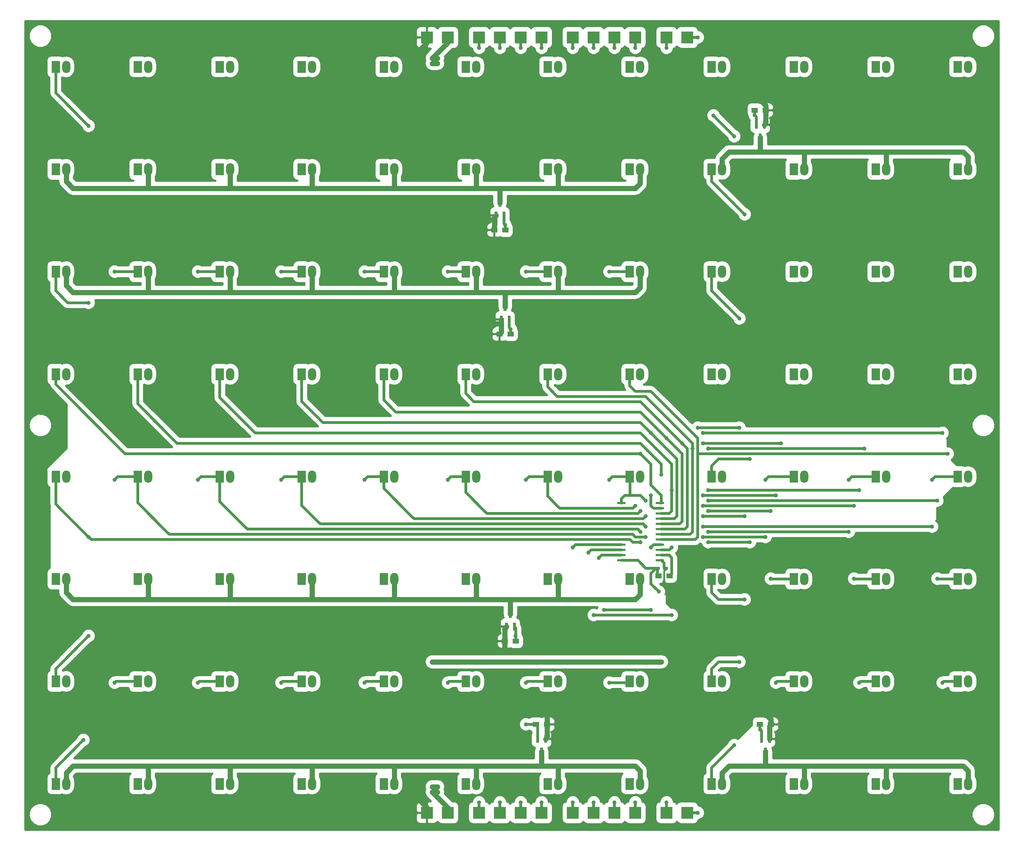
<source format=gbl>
G04 #@! TF.FileFunction,Copper,L2,Bot,Signal*
%FSLAX46Y46*%
G04 Gerber Fmt 4.6, Leading zero omitted, Abs format (unit mm)*
G04 Created by KiCad (PCBNEW 4.0.7-e2-6376~58~ubuntu17.04.1) date Sun Oct 22 18:17:48 2017*
%MOMM*%
%LPD*%
G01*
G04 APERTURE LIST*
%ADD10C,0.100000*%
%ADD11R,3.000000X3.000000*%
%ADD12R,0.800000X1.900000*%
%ADD13R,1.500000X1.300000*%
%ADD14R,2.000000X3.000000*%
%ADD15O,2.000000X3.000000*%
%ADD16R,1.200000X0.750000*%
%ADD17R,2.000000X0.600000*%
%ADD18C,1.000000*%
%ADD19C,0.635000*%
%ADD20C,1.270000*%
%ADD21C,0.381000*%
%ADD22C,0.500000*%
G04 APERTURE END LIST*
D10*
D11*
X127000000Y-209550000D03*
X132080000Y-209550000D03*
X137160000Y-209550000D03*
X142240000Y-209550000D03*
X172720000Y-20320000D03*
X160020000Y-209550000D03*
X154940000Y-209550000D03*
X160020000Y-20320000D03*
X149860000Y-209550000D03*
X177800000Y-20320000D03*
D12*
X133030000Y-63730000D03*
X131130000Y-63730000D03*
X132080000Y-60730000D03*
X134300000Y-89130000D03*
X132400000Y-89130000D03*
X133350000Y-86130000D03*
X135570000Y-164060000D03*
X133670000Y-164060000D03*
X134620000Y-161060000D03*
X141290000Y-191540000D03*
X143190000Y-191540000D03*
X142240000Y-194540000D03*
X194630000Y-41680000D03*
X196530000Y-41680000D03*
X195580000Y-44680000D03*
X195900000Y-191540000D03*
X197800000Y-191540000D03*
X196850000Y-194540000D03*
D13*
X130730000Y-67310000D03*
X133430000Y-67310000D03*
X132000000Y-92710000D03*
X134700000Y-92710000D03*
X133270000Y-167640000D03*
X135970000Y-167640000D03*
X143590000Y-187960000D03*
X140890000Y-187960000D03*
X196930000Y-38100000D03*
X194230000Y-38100000D03*
X170735000Y-151765000D03*
X173435000Y-151765000D03*
X198200000Y-187960000D03*
X195500000Y-187960000D03*
D14*
X23730000Y-27500000D03*
D15*
X26270000Y-27500000D03*
D14*
X43730000Y-27500000D03*
D15*
X46270000Y-27500000D03*
D14*
X63730000Y-27500000D03*
D15*
X66270000Y-27500000D03*
D14*
X83730000Y-27500000D03*
D15*
X86270000Y-27500000D03*
D14*
X103730000Y-27500000D03*
D15*
X106270000Y-27500000D03*
D14*
X123730000Y-27500000D03*
D15*
X126270000Y-27500000D03*
D14*
X143730000Y-27500000D03*
D15*
X146270000Y-27500000D03*
D14*
X163730000Y-27500000D03*
D15*
X166270000Y-27500000D03*
D14*
X23730000Y-52500000D03*
D15*
X26270000Y-52500000D03*
D14*
X43730000Y-52500000D03*
D15*
X46270000Y-52500000D03*
D14*
X63730000Y-52500000D03*
D15*
X66270000Y-52500000D03*
D14*
X83730000Y-52500000D03*
D15*
X86270000Y-52500000D03*
D14*
X103730000Y-52500000D03*
D15*
X106270000Y-52500000D03*
D14*
X123730000Y-52500000D03*
D15*
X126270000Y-52500000D03*
D14*
X143730000Y-52500000D03*
D15*
X146270000Y-52500000D03*
D14*
X163730000Y-52500000D03*
D15*
X166270000Y-52500000D03*
D14*
X23730000Y-77500000D03*
D15*
X26270000Y-77500000D03*
D14*
X43730000Y-77500000D03*
D15*
X46270000Y-77500000D03*
D14*
X63730000Y-77500000D03*
D15*
X66270000Y-77500000D03*
D14*
X83730000Y-77500000D03*
D15*
X86270000Y-77500000D03*
D14*
X103730000Y-77500000D03*
D15*
X106270000Y-77500000D03*
D14*
X123730000Y-77500000D03*
D15*
X126270000Y-77500000D03*
D14*
X143730000Y-77500000D03*
D15*
X146270000Y-77500000D03*
D14*
X163730000Y-77500000D03*
D15*
X166270000Y-77500000D03*
D14*
X23730000Y-102500000D03*
D15*
X26270000Y-102500000D03*
D14*
X43730000Y-102500000D03*
D15*
X46270000Y-102500000D03*
D14*
X63730000Y-102500000D03*
D15*
X66270000Y-102500000D03*
D14*
X83730000Y-102500000D03*
D15*
X86270000Y-102500000D03*
D14*
X103730000Y-102500000D03*
D15*
X106270000Y-102500000D03*
D14*
X123730000Y-102500000D03*
D15*
X126270000Y-102500000D03*
D14*
X143730000Y-102500000D03*
D15*
X146270000Y-102500000D03*
D14*
X163730000Y-102500000D03*
D15*
X166270000Y-102500000D03*
D14*
X23730000Y-127500000D03*
D15*
X26270000Y-127500000D03*
D14*
X43730000Y-127500000D03*
D15*
X46270000Y-127500000D03*
D14*
X63730000Y-127500000D03*
D15*
X66270000Y-127500000D03*
D14*
X83730000Y-127500000D03*
D15*
X86270000Y-127500000D03*
D14*
X103730000Y-127500000D03*
D15*
X106270000Y-127500000D03*
D14*
X123730000Y-127500000D03*
D15*
X126270000Y-127500000D03*
D14*
X143730000Y-127500000D03*
D15*
X146270000Y-127500000D03*
D14*
X163730000Y-127500000D03*
D15*
X166270000Y-127500000D03*
D14*
X23730000Y-152500000D03*
D15*
X26270000Y-152500000D03*
D14*
X43730000Y-152500000D03*
D15*
X46270000Y-152500000D03*
D14*
X63730000Y-152500000D03*
D15*
X66270000Y-152500000D03*
D14*
X83730000Y-152500000D03*
D15*
X86270000Y-152500000D03*
D14*
X103730000Y-152500000D03*
D15*
X106270000Y-152500000D03*
D14*
X123730000Y-152500000D03*
D15*
X126270000Y-152500000D03*
D14*
X143730000Y-152500000D03*
D15*
X146270000Y-152500000D03*
D14*
X163730000Y-152500000D03*
D15*
X166270000Y-152500000D03*
D14*
X23730000Y-177500000D03*
D15*
X26270000Y-177500000D03*
D14*
X43730000Y-177500000D03*
D15*
X46270000Y-177500000D03*
D14*
X63730000Y-177500000D03*
D15*
X66270000Y-177500000D03*
D14*
X83730000Y-177500000D03*
D15*
X86270000Y-177500000D03*
D14*
X103730000Y-177500000D03*
D15*
X106270000Y-177500000D03*
D14*
X123730000Y-177500000D03*
D15*
X126270000Y-177500000D03*
D14*
X143730000Y-177500000D03*
D15*
X146270000Y-177500000D03*
D14*
X163730000Y-177500000D03*
D15*
X166270000Y-177500000D03*
D14*
X23730000Y-202500000D03*
D15*
X26270000Y-202500000D03*
D14*
X43730000Y-202500000D03*
D15*
X46270000Y-202500000D03*
D14*
X63730000Y-202500000D03*
D15*
X66270000Y-202500000D03*
D14*
X83730000Y-202500000D03*
D15*
X86270000Y-202500000D03*
D14*
X103730000Y-202500000D03*
D15*
X106270000Y-202500000D03*
D14*
X123730000Y-202500000D03*
D15*
X126270000Y-202500000D03*
D14*
X143730000Y-202500000D03*
D15*
X146270000Y-202500000D03*
D14*
X163730000Y-202500000D03*
D15*
X166270000Y-202500000D03*
D14*
X183730000Y-27500000D03*
D15*
X186270000Y-27500000D03*
D14*
X203730000Y-27500000D03*
D15*
X206270000Y-27500000D03*
D14*
X223730000Y-27500000D03*
D15*
X226270000Y-27500000D03*
D14*
X243730000Y-27500000D03*
D15*
X246270000Y-27500000D03*
D14*
X183730000Y-52500000D03*
D15*
X186270000Y-52500000D03*
D14*
X203730000Y-52500000D03*
D15*
X206270000Y-52500000D03*
D14*
X223730000Y-52500000D03*
D15*
X226270000Y-52500000D03*
D14*
X243730000Y-52500000D03*
D15*
X246270000Y-52500000D03*
D14*
X183730000Y-77500000D03*
D15*
X186270000Y-77500000D03*
D14*
X203730000Y-77500000D03*
D15*
X206270000Y-77500000D03*
D14*
X223730000Y-77500000D03*
D15*
X226270000Y-77500000D03*
D14*
X243730000Y-77500000D03*
D15*
X246270000Y-77500000D03*
D14*
X183730000Y-102500000D03*
D15*
X186270000Y-102500000D03*
D14*
X203730000Y-102500000D03*
D15*
X206270000Y-102500000D03*
D14*
X223730000Y-102500000D03*
D15*
X226270000Y-102500000D03*
D14*
X243730000Y-102500000D03*
D15*
X246270000Y-102500000D03*
D14*
X183730000Y-127500000D03*
D15*
X186270000Y-127500000D03*
D14*
X203730000Y-127500000D03*
D15*
X206270000Y-127500000D03*
D14*
X223730000Y-127500000D03*
D15*
X226270000Y-127500000D03*
D14*
X243730000Y-127500000D03*
D15*
X246270000Y-127500000D03*
D14*
X183730000Y-152500000D03*
D15*
X186270000Y-152500000D03*
D14*
X203730000Y-152500000D03*
D15*
X206270000Y-152500000D03*
D14*
X223730000Y-152500000D03*
D15*
X226270000Y-152500000D03*
D14*
X243730000Y-152500000D03*
D15*
X246270000Y-152500000D03*
D14*
X183730000Y-177500000D03*
D15*
X186270000Y-177500000D03*
D14*
X203730000Y-177500000D03*
D15*
X206270000Y-177500000D03*
D14*
X223730000Y-177500000D03*
D15*
X226270000Y-177500000D03*
D14*
X243730000Y-177500000D03*
D15*
X246270000Y-177500000D03*
D14*
X183730000Y-202500000D03*
D15*
X186270000Y-202500000D03*
D14*
X203730000Y-202500000D03*
D15*
X206270000Y-202500000D03*
D14*
X223730000Y-202500000D03*
D15*
X226270000Y-202500000D03*
D14*
X243730000Y-202500000D03*
D15*
X246270000Y-202500000D03*
D11*
X165100000Y-209550000D03*
X127000000Y-20320000D03*
X132080000Y-20320000D03*
X137160000Y-20320000D03*
X142240000Y-20320000D03*
X172720000Y-209550000D03*
X154940000Y-20320000D03*
X149860000Y-20320000D03*
X165100000Y-20320000D03*
X177800000Y-209550000D03*
X114300000Y-20320000D03*
X114300000Y-209550000D03*
X119380000Y-209550000D03*
X119380000Y-20320000D03*
D16*
X172400000Y-149860000D03*
X170500000Y-149860000D03*
D17*
X161670000Y-147955000D03*
X161670000Y-146685000D03*
X161670000Y-145415000D03*
X161670000Y-144145000D03*
X161670000Y-142875000D03*
X161670000Y-141605000D03*
X161670000Y-140335000D03*
X161670000Y-139065000D03*
X161670000Y-137795000D03*
X161670000Y-136525000D03*
X161670000Y-135255000D03*
X161670000Y-133985000D03*
X171070000Y-133985000D03*
X171070000Y-135255000D03*
X171070000Y-136525000D03*
X171070000Y-137795000D03*
X171070000Y-139065000D03*
X171070000Y-140335000D03*
X171070000Y-141605000D03*
X171070000Y-142875000D03*
X171070000Y-144145000D03*
X171070000Y-145415000D03*
X171070000Y-146685000D03*
X171070000Y-147955000D03*
D18*
X193040000Y-143510000D03*
X182880000Y-143510000D03*
X166370000Y-143510000D03*
X31750000Y-142240000D03*
X31750000Y-85090000D03*
X31750000Y-166370000D03*
X31750000Y-41910000D03*
X189230000Y-44450000D03*
X184150000Y-39370000D03*
X193040000Y-123190000D03*
X181610000Y-142240000D03*
X196850000Y-142240000D03*
X167640000Y-142240000D03*
X196850000Y-128270000D03*
X38100000Y-128270000D03*
X38100000Y-77470000D03*
X38100000Y-177800000D03*
X182880000Y-140970000D03*
X217170000Y-140970000D03*
X166370000Y-140970000D03*
X217170000Y-128270000D03*
X58420000Y-128270000D03*
X58420000Y-77470000D03*
X58420000Y-177800000D03*
X181610000Y-139700000D03*
X237490000Y-139700000D03*
X167640000Y-139700000D03*
X237490000Y-128270000D03*
X78740000Y-77470000D03*
X78740000Y-128270000D03*
X78740000Y-177800000D03*
X181610000Y-137160000D03*
X191770000Y-137160000D03*
X167640000Y-137160000D03*
X191770000Y-63500000D03*
X191770000Y-157480000D03*
X99060000Y-128270000D03*
X99060000Y-77470000D03*
X99060000Y-177800000D03*
X182880000Y-135890000D03*
X198120000Y-135890000D03*
X166370000Y-135890000D03*
X198120000Y-152400000D03*
X119380000Y-77470000D03*
X119380000Y-128270000D03*
X119380000Y-177800000D03*
X181610000Y-134620000D03*
X218440000Y-134620000D03*
X165100000Y-134620000D03*
X218440000Y-152400000D03*
X138430000Y-128270000D03*
X138430000Y-77470000D03*
X138430000Y-177800000D03*
X238760000Y-133350000D03*
X182880000Y-133350000D03*
X167640000Y-133350000D03*
X238760000Y-152400000D03*
X158750000Y-128270000D03*
X158750000Y-77470000D03*
X158750000Y-177800000D03*
X30480000Y-191770000D03*
X190500000Y-88900000D03*
X180340000Y-115570000D03*
X190500000Y-115570000D03*
X166370000Y-121920000D03*
X190500000Y-172720000D03*
X181610000Y-132080000D03*
X199390000Y-132080000D03*
X168910000Y-132080000D03*
X171450000Y-127000000D03*
X199390000Y-177800000D03*
X219710000Y-130810000D03*
X182880000Y-130810000D03*
X219710000Y-177800000D03*
X173990000Y-130810000D03*
X168910000Y-116840000D03*
X240030000Y-116840000D03*
X181610000Y-116840000D03*
X240030000Y-177800000D03*
X189230000Y-193040000D03*
X172720000Y-118110000D03*
X176530000Y-119380000D03*
X200660000Y-119380000D03*
X181610000Y-119380000D03*
X179070000Y-120650000D03*
X220980000Y-120650000D03*
X182880000Y-120650000D03*
X241300000Y-121920000D03*
X133350000Y-66040000D03*
X127000000Y-22860000D03*
X127000000Y-207010000D03*
X170815000Y-155575000D03*
X171450000Y-172720000D03*
X115570000Y-172720000D03*
X115570000Y-26670000D03*
X116840000Y-26670000D03*
X116840000Y-25400000D03*
X115570000Y-25400000D03*
X115570000Y-204470000D03*
X115570000Y-203200000D03*
X116840000Y-204470000D03*
X116840000Y-203200000D03*
X111760000Y-35560000D03*
X111760000Y-185420000D03*
X111760000Y-170180000D03*
X111760000Y-90170000D03*
X111760000Y-64770000D03*
X111760000Y-26670000D03*
X110490000Y-26670000D03*
X110490000Y-25400000D03*
X111760000Y-25400000D03*
X110490000Y-204470000D03*
X111760000Y-203200000D03*
X110490000Y-203200000D03*
X111760000Y-204470000D03*
X156210000Y-147320000D03*
X160020000Y-207010000D03*
X154940000Y-22860000D03*
X153670000Y-146050000D03*
X154940000Y-207010000D03*
X173990000Y-161290000D03*
X173990000Y-144780000D03*
X154940000Y-161290000D03*
X160020000Y-22860000D03*
X149860000Y-22860000D03*
X149860000Y-207010000D03*
X149860000Y-144780000D03*
X168910000Y-160020000D03*
X157480000Y-160020000D03*
X168910000Y-144780000D03*
X165100000Y-207010000D03*
X165100000Y-22860000D03*
X180340000Y-20320000D03*
X195580000Y-189230000D03*
X180340000Y-209550000D03*
X134700000Y-91520000D03*
X132080000Y-22860000D03*
X132080000Y-207010000D03*
X135890000Y-166370000D03*
X137160000Y-22860000D03*
X137160000Y-207010000D03*
X138430000Y-187960000D03*
X142240000Y-207010000D03*
X142240000Y-22860000D03*
X172720000Y-22860000D03*
X172720000Y-207010000D03*
X194230000Y-39290000D03*
D19*
X161670000Y-142875000D02*
X163830000Y-142875000D01*
X182880000Y-143510000D02*
X193040000Y-143510000D01*
X164465000Y-143510000D02*
X166370000Y-143510000D01*
X163830000Y-142875000D02*
X164465000Y-143510000D01*
X161670000Y-142875000D02*
X32385000Y-142875000D01*
X32385000Y-142875000D02*
X31750000Y-142240000D01*
X23730000Y-127500000D02*
X23730000Y-134220000D01*
X25400000Y-135890000D02*
X31750000Y-142240000D01*
X23730000Y-134220000D02*
X25400000Y-135890000D01*
X32385000Y-142875000D02*
X31750000Y-142240000D01*
X23730000Y-77500000D02*
X23730000Y-82150000D01*
X26670000Y-85090000D02*
X31750000Y-85090000D01*
X23730000Y-82150000D02*
X26670000Y-85090000D01*
X23730000Y-177500000D02*
X23730000Y-174390000D01*
X23730000Y-174390000D02*
X31750000Y-166370000D01*
X23730000Y-33890000D02*
X23730000Y-27500000D01*
X31750000Y-41910000D02*
X23730000Y-33890000D01*
X184150000Y-39370000D02*
X189230000Y-44450000D01*
X183730000Y-127500000D02*
X183730000Y-124880000D01*
X183730000Y-124880000D02*
X185420000Y-123190000D01*
X185420000Y-123190000D02*
X186690000Y-123190000D01*
X193040000Y-123190000D02*
X186690000Y-123190000D01*
D20*
X132080000Y-60730000D02*
X132080000Y-57150000D01*
X46270000Y-52500000D02*
X46270000Y-57150000D01*
X46270000Y-57150000D02*
X45720000Y-57150000D01*
X66270000Y-52500000D02*
X66270000Y-57150000D01*
X66270000Y-57150000D02*
X66040000Y-57150000D01*
X86270000Y-52500000D02*
X86270000Y-57150000D01*
X86270000Y-57150000D02*
X86360000Y-57150000D01*
X106270000Y-52500000D02*
X106270000Y-57150000D01*
X106270000Y-57150000D02*
X106680000Y-57150000D01*
X126270000Y-52500000D02*
X126270000Y-57150000D01*
X126270000Y-57150000D02*
X125730000Y-57150000D01*
X146270000Y-52500000D02*
X146270000Y-57150000D01*
X146270000Y-57150000D02*
X146050000Y-57150000D01*
X26270000Y-52500000D02*
X26270000Y-55480000D01*
X27940000Y-57150000D02*
X45720000Y-57150000D01*
X26270000Y-55480000D02*
X27940000Y-57150000D01*
X45720000Y-57150000D02*
X66040000Y-57150000D01*
X66040000Y-57150000D02*
X86360000Y-57150000D01*
X86360000Y-57150000D02*
X106680000Y-57150000D01*
X106680000Y-57150000D02*
X125730000Y-57150000D01*
X125730000Y-57150000D02*
X132080000Y-57150000D01*
X132080000Y-57150000D02*
X146050000Y-57150000D01*
X166270000Y-55980000D02*
X166270000Y-52500000D01*
X146050000Y-57150000D02*
X165100000Y-57150000D01*
X165100000Y-57150000D02*
X166270000Y-55980000D01*
D19*
X165100000Y-142240000D02*
X167640000Y-142240000D01*
X164465000Y-141605000D02*
X165100000Y-142240000D01*
X181610000Y-142240000D02*
X196850000Y-142240000D01*
X164465000Y-141605000D02*
X161670000Y-141605000D01*
X161670000Y-141605000D02*
X51435000Y-141605000D01*
X51435000Y-141605000D02*
X50800000Y-140970000D01*
X197620000Y-127500000D02*
X203730000Y-127500000D01*
X196850000Y-128270000D02*
X197620000Y-127500000D01*
X51435000Y-141605000D02*
X50800000Y-140970000D01*
X43730000Y-133900000D02*
X43730000Y-127500000D01*
X51435000Y-141605000D02*
X50800000Y-140970000D01*
X50800000Y-140970000D02*
X43730000Y-133900000D01*
X43730000Y-127500000D02*
X38870000Y-127500000D01*
X38870000Y-127500000D02*
X38100000Y-128270000D01*
X43730000Y-77500000D02*
X38130000Y-77500000D01*
X38130000Y-77500000D02*
X38100000Y-77470000D01*
X38400000Y-177500000D02*
X43730000Y-177500000D01*
X38100000Y-177800000D02*
X38400000Y-177500000D01*
X161670000Y-140335000D02*
X165735000Y-140335000D01*
X182880000Y-140970000D02*
X217170000Y-140970000D01*
X165735000Y-140335000D02*
X166370000Y-140970000D01*
X161670000Y-140335000D02*
X70485000Y-140335000D01*
X70485000Y-140335000D02*
X69850000Y-139700000D01*
X217940000Y-127500000D02*
X223730000Y-127500000D01*
X217170000Y-128270000D02*
X217940000Y-127500000D01*
X70485000Y-140335000D02*
X69850000Y-139700000D01*
X63730000Y-133580000D02*
X63730000Y-127500000D01*
X70485000Y-140335000D02*
X69850000Y-139700000D01*
X69850000Y-139700000D02*
X63730000Y-133580000D01*
X63730000Y-127500000D02*
X59190000Y-127500000D01*
X59190000Y-127500000D02*
X58420000Y-128270000D01*
X63730000Y-77500000D02*
X58450000Y-77500000D01*
X58450000Y-77500000D02*
X58420000Y-77470000D01*
X58720000Y-177500000D02*
X63730000Y-177500000D01*
X58420000Y-177800000D02*
X58720000Y-177500000D01*
X161670000Y-139065000D02*
X167005000Y-139065000D01*
X181610000Y-139700000D02*
X237490000Y-139700000D01*
X167005000Y-139065000D02*
X167640000Y-139700000D01*
X161670000Y-139065000D02*
X88265000Y-139065000D01*
X88265000Y-139065000D02*
X87630000Y-138430000D01*
X243730000Y-127500000D02*
X238260000Y-127500000D01*
X238260000Y-127500000D02*
X237490000Y-128270000D01*
X88265000Y-139065000D02*
X87630000Y-138430000D01*
X83730000Y-134530000D02*
X83730000Y-127500000D01*
X88265000Y-139065000D02*
X87630000Y-138430000D01*
X87630000Y-138430000D02*
X83730000Y-134530000D01*
X83730000Y-77500000D02*
X78770000Y-77500000D01*
X78770000Y-77500000D02*
X78740000Y-77470000D01*
X83730000Y-127500000D02*
X79510000Y-127500000D01*
X79510000Y-127500000D02*
X78740000Y-128270000D01*
X79040000Y-177500000D02*
X83730000Y-177500000D01*
X78740000Y-177800000D02*
X79040000Y-177500000D01*
X161670000Y-137795000D02*
X167005000Y-137795000D01*
X181610000Y-137160000D02*
X191770000Y-137160000D01*
X167005000Y-137795000D02*
X167640000Y-137160000D01*
X161670000Y-137795000D02*
X111125000Y-137795000D01*
X111125000Y-137795000D02*
X110490000Y-137160000D01*
X191770000Y-63500000D02*
X183730000Y-55460000D01*
X183730000Y-55460000D02*
X183730000Y-52500000D01*
X183730000Y-152500000D02*
X183730000Y-155790000D01*
X191770000Y-157480000D02*
X185420000Y-157480000D01*
X185420000Y-157480000D02*
X184150000Y-156210000D01*
X183730000Y-155790000D02*
X184150000Y-156210000D01*
X111125000Y-137795000D02*
X110490000Y-137160000D01*
X103730000Y-130400000D02*
X103730000Y-127500000D01*
X111125000Y-137795000D02*
X110490000Y-137160000D01*
X110490000Y-137160000D02*
X103730000Y-130400000D01*
X103730000Y-127500000D02*
X99830000Y-127500000D01*
X99830000Y-127500000D02*
X99060000Y-128270000D01*
X103730000Y-77500000D02*
X99090000Y-77500000D01*
X99090000Y-77500000D02*
X99060000Y-77470000D01*
X99360000Y-177500000D02*
X103730000Y-177500000D01*
X99060000Y-177800000D02*
X99360000Y-177500000D01*
X161670000Y-136525000D02*
X165735000Y-136525000D01*
X182880000Y-135890000D02*
X198120000Y-135890000D01*
X165735000Y-136525000D02*
X166370000Y-135890000D01*
X161670000Y-136525000D02*
X128905000Y-136525000D01*
X128905000Y-136525000D02*
X128270000Y-135890000D01*
X198220000Y-152500000D02*
X203730000Y-152500000D01*
X198120000Y-152400000D02*
X198220000Y-152500000D01*
X123730000Y-131350000D02*
X123730000Y-127500000D01*
X123730000Y-77500000D02*
X119410000Y-77500000D01*
X119410000Y-77500000D02*
X119380000Y-77470000D01*
X123730000Y-127500000D02*
X120150000Y-127500000D01*
X120150000Y-127500000D02*
X119380000Y-128270000D01*
X119680000Y-177500000D02*
X123730000Y-177500000D01*
X119380000Y-177800000D02*
X119680000Y-177500000D01*
X128905000Y-136525000D02*
X128270000Y-135890000D01*
X128905000Y-136525000D02*
X128270000Y-135890000D01*
X128270000Y-135890000D02*
X123730000Y-131350000D01*
X161670000Y-135255000D02*
X164465000Y-135255000D01*
X181610000Y-134620000D02*
X218440000Y-134620000D01*
X164465000Y-135255000D02*
X165100000Y-134620000D01*
X161670000Y-135255000D02*
X146685000Y-135255000D01*
X146685000Y-135255000D02*
X146050000Y-134620000D01*
X218540000Y-152500000D02*
X223730000Y-152500000D01*
X218440000Y-152400000D02*
X218540000Y-152500000D01*
X146685000Y-135255000D02*
X146050000Y-134620000D01*
X146050000Y-134620000D02*
X143730000Y-132300000D01*
X143730000Y-132300000D02*
X143730000Y-127500000D01*
X143730000Y-127500000D02*
X139200000Y-127500000D01*
X139200000Y-127500000D02*
X138430000Y-128270000D01*
X143730000Y-77500000D02*
X138460000Y-77500000D01*
X138460000Y-77500000D02*
X138430000Y-77470000D01*
X138730000Y-177500000D02*
X143730000Y-177500000D01*
X138430000Y-177800000D02*
X138730000Y-177500000D01*
X161670000Y-133985000D02*
X161670000Y-132970000D01*
X162560000Y-132080000D02*
X163830000Y-132080000D01*
X161670000Y-132970000D02*
X162560000Y-132080000D01*
X163830000Y-132080000D02*
X166370000Y-132080000D01*
X182880000Y-133350000D02*
X238760000Y-133350000D01*
X166370000Y-132080000D02*
X167640000Y-133350000D01*
X243730000Y-152500000D02*
X238860000Y-152500000D01*
X238860000Y-152500000D02*
X238760000Y-152400000D01*
X163830000Y-132080000D02*
X163830000Y-127600000D01*
X163830000Y-127600000D02*
X163730000Y-127500000D01*
X163730000Y-127500000D02*
X159520000Y-127500000D01*
X159520000Y-127500000D02*
X158750000Y-128270000D01*
X163730000Y-77500000D02*
X158780000Y-77500000D01*
X158780000Y-77500000D02*
X158750000Y-77470000D01*
X163430000Y-177800000D02*
X158750000Y-177800000D01*
X163430000Y-177800000D02*
X163730000Y-177500000D01*
X23730000Y-198520000D02*
X23730000Y-202500000D01*
X30480000Y-191770000D02*
X23730000Y-198520000D01*
X183730000Y-82130000D02*
X183730000Y-77500000D01*
X190500000Y-88900000D02*
X183730000Y-82130000D01*
X180340000Y-115570000D02*
X190500000Y-115570000D01*
X183730000Y-177500000D02*
X183730000Y-174410000D01*
X183730000Y-174410000D02*
X185420000Y-172720000D01*
X185420000Y-172720000D02*
X187960000Y-172720000D01*
X190500000Y-172720000D02*
X187960000Y-172720000D01*
X185420000Y-172720000D02*
X184150000Y-173990000D01*
X184150000Y-177080000D02*
X183730000Y-177500000D01*
X168910000Y-124460000D02*
X168910000Y-129540000D01*
X171450000Y-132080000D02*
X171450000Y-133985000D01*
X168910000Y-129540000D02*
X171450000Y-132080000D01*
X23730000Y-105010000D02*
X23730000Y-102500000D01*
X40640000Y-121920000D02*
X23730000Y-105010000D01*
X166370000Y-121920000D02*
X40640000Y-121920000D01*
X168910000Y-124460000D02*
X166370000Y-121920000D01*
X168910000Y-124460000D02*
X168910000Y-124460000D01*
X181610000Y-132080000D02*
X196850000Y-132080000D01*
X199390000Y-132080000D02*
X196850000Y-132080000D01*
X171450000Y-135255000D02*
X169545000Y-135255000D01*
X169545000Y-135255000D02*
X168910000Y-134620000D01*
X168910000Y-134620000D02*
X168910000Y-132080000D01*
X170180000Y-123190000D02*
X167640000Y-120650000D01*
X53340000Y-119380000D02*
X43730000Y-109770000D01*
X43730000Y-109770000D02*
X43730000Y-102500000D01*
X166370000Y-119380000D02*
X167640000Y-120650000D01*
X53340000Y-119380000D02*
X166370000Y-119380000D01*
X171450000Y-124460000D02*
X170180000Y-123190000D01*
X171450000Y-127000000D02*
X171450000Y-124460000D01*
X199690000Y-177500000D02*
X203730000Y-177500000D01*
X199390000Y-177800000D02*
X199690000Y-177500000D01*
X219710000Y-130810000D02*
X182880000Y-130810000D01*
X220010000Y-177500000D02*
X223730000Y-177500000D01*
X219710000Y-177800000D02*
X220010000Y-177500000D01*
X63730000Y-108180000D02*
X63730000Y-102500000D01*
X171450000Y-136525000D02*
X173355000Y-136525000D01*
X173355000Y-136525000D02*
X173990000Y-135890000D01*
X173990000Y-135890000D02*
X173990000Y-130810000D01*
X173990000Y-130810000D02*
X173990000Y-124460000D01*
X173990000Y-124460000D02*
X171450000Y-121920000D01*
X171450000Y-121920000D02*
X171450000Y-121920000D01*
X171450000Y-121920000D02*
X166370000Y-116840000D01*
X166370000Y-116840000D02*
X72390000Y-116840000D01*
X72390000Y-116840000D02*
X63730000Y-108180000D01*
X240030000Y-116840000D02*
X181610000Y-116840000D01*
X243730000Y-177500000D02*
X240330000Y-177500000D01*
X240330000Y-177500000D02*
X240030000Y-177800000D01*
X171450000Y-137795000D02*
X174625000Y-137795000D01*
X175260000Y-137160000D02*
X175260000Y-123190000D01*
X174625000Y-137795000D02*
X175260000Y-137160000D01*
X172720000Y-120650000D02*
X172720000Y-120650000D01*
X175260000Y-123190000D02*
X172720000Y-120650000D01*
X83730000Y-109130000D02*
X83730000Y-102500000D01*
X168910000Y-116840000D02*
X166370000Y-114300000D01*
X166370000Y-114300000D02*
X88900000Y-114300000D01*
X88900000Y-114300000D02*
X83730000Y-109130000D01*
X172720000Y-120650000D02*
X168910000Y-116840000D01*
X183730000Y-202500000D02*
X183730000Y-198540000D01*
X183730000Y-198540000D02*
X189230000Y-193040000D01*
X173990000Y-139065000D02*
X175895000Y-139065000D01*
X176530000Y-138430000D02*
X176530000Y-121920000D01*
X175895000Y-139065000D02*
X176530000Y-138430000D01*
X173990000Y-119380000D02*
X173990000Y-119380000D01*
X176530000Y-121920000D02*
X173990000Y-119380000D01*
X171450000Y-139065000D02*
X173990000Y-139065000D01*
X103730000Y-108810000D02*
X103730000Y-102500000D01*
X106680000Y-111760000D02*
X103730000Y-108810000D01*
X166370000Y-111760000D02*
X106680000Y-111760000D01*
X172720000Y-118110000D02*
X166370000Y-111760000D01*
X173990000Y-119380000D02*
X172720000Y-118110000D01*
X200660000Y-119380000D02*
X181610000Y-119380000D01*
X171450000Y-140335000D02*
X177165000Y-140335000D01*
X177800000Y-120650000D02*
X176530000Y-119380000D01*
X177165000Y-140335000D02*
X177800000Y-139700000D01*
X177800000Y-139700000D02*
X177800000Y-120650000D01*
X175260000Y-118110000D02*
X175260000Y-118110000D01*
X176530000Y-119380000D02*
X175260000Y-118110000D01*
X123730000Y-107220000D02*
X123730000Y-102500000D01*
X125730000Y-109220000D02*
X123730000Y-107220000D01*
X166370000Y-109220000D02*
X125730000Y-109220000D01*
X175260000Y-118110000D02*
X166370000Y-109220000D01*
X220980000Y-120650000D02*
X182880000Y-120650000D01*
X177800000Y-141605000D02*
X178435000Y-141605000D01*
X171450000Y-141605000D02*
X177800000Y-141605000D01*
X178435000Y-141605000D02*
X179070000Y-140970000D01*
X179070000Y-140970000D02*
X179070000Y-120650000D01*
X179070000Y-120650000D02*
X179070000Y-119380000D01*
X179070000Y-119380000D02*
X167640000Y-107950000D01*
X167640000Y-107950000D02*
X146050000Y-107950000D01*
X146050000Y-107950000D02*
X143730000Y-105630000D01*
X143730000Y-105630000D02*
X143730000Y-102500000D01*
X180340000Y-121920000D02*
X241300000Y-121920000D01*
X170180000Y-107950000D02*
X168910000Y-106680000D01*
X179705000Y-142875000D02*
X180340000Y-142240000D01*
X180340000Y-118110000D02*
X170180000Y-107950000D01*
X171450000Y-142875000D02*
X179705000Y-142875000D01*
X180340000Y-142240000D02*
X180340000Y-121920000D01*
X180340000Y-121920000D02*
X180340000Y-118110000D01*
X163730000Y-105310000D02*
X163730000Y-102500000D01*
X165100000Y-106680000D02*
X163730000Y-105310000D01*
X168910000Y-106680000D02*
X165100000Y-106680000D01*
D20*
X195580000Y-44680000D02*
X195580000Y-48260000D01*
X206270000Y-52500000D02*
X206270000Y-48260000D01*
X206270000Y-48260000D02*
X205740000Y-48260000D01*
X226270000Y-52500000D02*
X226270000Y-48260000D01*
X226270000Y-48260000D02*
X227330000Y-48260000D01*
X186270000Y-52500000D02*
X186270000Y-49950000D01*
X187960000Y-48260000D02*
X195580000Y-48260000D01*
X195580000Y-48260000D02*
X205740000Y-48260000D01*
X186270000Y-49950000D02*
X187960000Y-48260000D01*
X205740000Y-48260000D02*
X227330000Y-48260000D01*
X246270000Y-49420000D02*
X246270000Y-52500000D01*
X227330000Y-48260000D02*
X245110000Y-48260000D01*
X245110000Y-48260000D02*
X246270000Y-49420000D01*
D19*
X133350000Y-66040000D02*
X133430000Y-66120000D01*
X133030000Y-63730000D02*
X133030000Y-65720000D01*
X133030000Y-65720000D02*
X133430000Y-66120000D01*
X133430000Y-66120000D02*
X133430000Y-67310000D01*
X127000000Y-209550000D02*
X127000000Y-207010000D01*
X127000000Y-22860000D02*
X127000000Y-20320000D01*
X161670000Y-147955000D02*
X165735000Y-147955000D01*
X167640000Y-149860000D02*
X170500000Y-149860000D01*
X165735000Y-147955000D02*
X167640000Y-149860000D01*
X168910000Y-153670000D02*
X168910000Y-151130000D01*
X170815000Y-155575000D02*
X168910000Y-153670000D01*
X168910000Y-151130000D02*
X170180000Y-149860000D01*
X170180000Y-149860000D02*
X170500000Y-149860000D01*
X170500000Y-149860000D02*
X170500000Y-151530000D01*
X170500000Y-151530000D02*
X170735000Y-151765000D01*
X170180000Y-149860000D02*
X170500000Y-149860000D01*
D20*
X171450000Y-172720000D02*
X129540000Y-172720000D01*
X115570000Y-172720000D02*
X129540000Y-172720000D01*
X119380000Y-20320000D02*
X119380000Y-21590000D01*
X119380000Y-21590000D02*
X115570000Y-25400000D01*
X115570000Y-26670000D02*
X116840000Y-26670000D01*
X116840000Y-25400000D02*
X115570000Y-25400000D01*
X119380000Y-209550000D02*
X119380000Y-208280000D01*
X119380000Y-208280000D02*
X115570000Y-204470000D01*
X116840000Y-204470000D02*
X115570000Y-204470000D01*
X115570000Y-203200000D02*
X116840000Y-203200000D01*
D19*
X172085000Y-153035000D02*
X172085000Y-153670000D01*
D21*
X172085000Y-150495000D02*
X172085000Y-153035000D01*
X172400000Y-150180000D02*
X172085000Y-150495000D01*
D20*
X176530000Y-158115000D02*
X176530000Y-158750000D01*
X172085000Y-153670000D02*
X176530000Y-158115000D01*
D19*
X172400000Y-149860000D02*
X172400000Y-150180000D01*
X171450000Y-147955000D02*
X172085000Y-148590000D01*
X172085000Y-148590000D02*
X172085000Y-149545000D01*
X172085000Y-149545000D02*
X172400000Y-149860000D01*
D20*
X176530000Y-165100000D02*
X176530000Y-158750000D01*
X137160000Y-170180000D02*
X133350000Y-170180000D01*
X137160000Y-170180000D02*
X171450000Y-170180000D01*
X171450000Y-170180000D02*
X176530000Y-165100000D01*
X111760000Y-35560000D02*
X195580000Y-35560000D01*
X195580000Y-35560000D02*
X196930000Y-36910000D01*
X196930000Y-36910000D02*
X196930000Y-38100000D01*
X143590000Y-187960000D02*
X143590000Y-191140000D01*
X143590000Y-191140000D02*
X143190000Y-191540000D01*
X143590000Y-187960000D02*
X143590000Y-185420000D01*
X143590000Y-185420000D02*
X143510000Y-185420000D01*
X142240000Y-185420000D02*
X143510000Y-185420000D01*
X142240000Y-185420000D02*
X111760000Y-185420000D01*
X143510000Y-185420000D02*
X196850000Y-185420000D01*
X198200000Y-186770000D02*
X196850000Y-185420000D01*
X198200000Y-187960000D02*
X198200000Y-186770000D01*
X133270000Y-167640000D02*
X133270000Y-170180000D01*
X133270000Y-170180000D02*
X133350000Y-170180000D01*
X133350000Y-170180000D02*
X111760000Y-170180000D01*
X133270000Y-167640000D02*
X133270000Y-164460000D01*
X133270000Y-164460000D02*
X133670000Y-164060000D01*
X111760000Y-90170000D02*
X130810000Y-90170000D01*
X130810000Y-90170000D02*
X132400000Y-90170000D01*
X130810000Y-64770000D02*
X111760000Y-64770000D01*
X114300000Y-20320000D02*
X114300000Y-21590000D01*
X114300000Y-21590000D02*
X110490000Y-25400000D01*
X111760000Y-26670000D02*
X110490000Y-26670000D01*
X110490000Y-25400000D02*
X111760000Y-25400000D01*
X110490000Y-203200000D02*
X111760000Y-203200000D01*
X114300000Y-208280000D02*
X110490000Y-204470000D01*
X111760000Y-204470000D02*
X110490000Y-204470000D01*
X114300000Y-209550000D02*
X114300000Y-208280000D01*
X196930000Y-38100000D02*
X196930000Y-41280000D01*
X196930000Y-41280000D02*
X196530000Y-41680000D01*
X197800000Y-191540000D02*
X197800000Y-188360000D01*
X197800000Y-188360000D02*
X198200000Y-187960000D01*
X130810000Y-66040000D02*
X130810000Y-64770000D01*
X130810000Y-64770000D02*
X130810000Y-64050000D01*
X130810000Y-64050000D02*
X131130000Y-63730000D01*
X130730000Y-67310000D02*
X130730000Y-66120000D01*
X130730000Y-66120000D02*
X130810000Y-66040000D01*
X132400000Y-89130000D02*
X132400000Y-90170000D01*
X132400000Y-90170000D02*
X132400000Y-92310000D01*
X132400000Y-92310000D02*
X132000000Y-92710000D01*
X133350000Y-86130000D02*
X133350000Y-82550000D01*
X46270000Y-77500000D02*
X46270000Y-82550000D01*
X46270000Y-82550000D02*
X46990000Y-82550000D01*
X66270000Y-77500000D02*
X66270000Y-82550000D01*
X66270000Y-82550000D02*
X66040000Y-82550000D01*
X86270000Y-77500000D02*
X86270000Y-82550000D01*
X86270000Y-82550000D02*
X86360000Y-82550000D01*
X106270000Y-77500000D02*
X106270000Y-82550000D01*
X106270000Y-82550000D02*
X105410000Y-82550000D01*
X126270000Y-77500000D02*
X126270000Y-82550000D01*
X126270000Y-82550000D02*
X127000000Y-82550000D01*
X146270000Y-77500000D02*
X146270000Y-82550000D01*
X146270000Y-82550000D02*
X146050000Y-82550000D01*
X26270000Y-77500000D02*
X26270000Y-80880000D01*
X27940000Y-82550000D02*
X46990000Y-82550000D01*
X26270000Y-80880000D02*
X27940000Y-82550000D01*
X46990000Y-82550000D02*
X66040000Y-82550000D01*
X66040000Y-82550000D02*
X86360000Y-82550000D01*
X86360000Y-82550000D02*
X105410000Y-82550000D01*
X105410000Y-82550000D02*
X127000000Y-82550000D01*
X127000000Y-82550000D02*
X133350000Y-82550000D01*
X133350000Y-82550000D02*
X146050000Y-82550000D01*
X166270000Y-81380000D02*
X166270000Y-77500000D01*
X146050000Y-82550000D02*
X165100000Y-82550000D01*
X165100000Y-82550000D02*
X166270000Y-81380000D01*
X134620000Y-161060000D02*
X134620000Y-157480000D01*
X46270000Y-152500000D02*
X46270000Y-157480000D01*
X46270000Y-157480000D02*
X45720000Y-157480000D01*
X66270000Y-152500000D02*
X66270000Y-157480000D01*
X66270000Y-157480000D02*
X66040000Y-157480000D01*
X86270000Y-152500000D02*
X86270000Y-157480000D01*
X86270000Y-157480000D02*
X86360000Y-157480000D01*
X106270000Y-152500000D02*
X106270000Y-157480000D01*
X106270000Y-157480000D02*
X106680000Y-157480000D01*
X126270000Y-152500000D02*
X126270000Y-157480000D01*
X126270000Y-157480000D02*
X125730000Y-157480000D01*
X146270000Y-152500000D02*
X146270000Y-157480000D01*
X146270000Y-157480000D02*
X146050000Y-157480000D01*
X26270000Y-152500000D02*
X26270000Y-155810000D01*
X27940000Y-157480000D02*
X45720000Y-157480000D01*
X26270000Y-155810000D02*
X27940000Y-157480000D01*
X45720000Y-157480000D02*
X66040000Y-157480000D01*
X66040000Y-157480000D02*
X86360000Y-157480000D01*
X86360000Y-157480000D02*
X106680000Y-157480000D01*
X106680000Y-157480000D02*
X125730000Y-157480000D01*
X125730000Y-157480000D02*
X134620000Y-157480000D01*
X134620000Y-157480000D02*
X135890000Y-157480000D01*
X135890000Y-157480000D02*
X146050000Y-157480000D01*
X166270000Y-156310000D02*
X166270000Y-152500000D01*
X146050000Y-157480000D02*
X165100000Y-157480000D01*
X165100000Y-157480000D02*
X166270000Y-156310000D01*
X142240000Y-194540000D02*
X142240000Y-198120000D01*
X136120000Y-198120000D02*
X137160000Y-198120000D01*
X96750000Y-198120000D02*
X96520000Y-198120000D01*
X146270000Y-202500000D02*
X146270000Y-198120000D01*
X146270000Y-198120000D02*
X147320000Y-198120000D01*
X126270000Y-202500000D02*
X126270000Y-198120000D01*
X126270000Y-198120000D02*
X125730000Y-198120000D01*
X106270000Y-202500000D02*
X106270000Y-198120000D01*
X106270000Y-198120000D02*
X106680000Y-198120000D01*
X86270000Y-202500000D02*
X86270000Y-198120000D01*
X86270000Y-198120000D02*
X86360000Y-198120000D01*
X66270000Y-202500000D02*
X66270000Y-198120000D01*
X66270000Y-198120000D02*
X66040000Y-198120000D01*
X46270000Y-202500000D02*
X46270000Y-198120000D01*
X46270000Y-198120000D02*
X46990000Y-198120000D01*
X26270000Y-202500000D02*
X26270000Y-199790000D01*
X26270000Y-199790000D02*
X27940000Y-198120000D01*
X27940000Y-198120000D02*
X46990000Y-198120000D01*
X166270000Y-199290000D02*
X166270000Y-202500000D01*
X165100000Y-198120000D02*
X166270000Y-199290000D01*
X147320000Y-198120000D02*
X165100000Y-198120000D01*
X125730000Y-198120000D02*
X137160000Y-198120000D01*
X137160000Y-198120000D02*
X142240000Y-198120000D01*
X142240000Y-198120000D02*
X147320000Y-198120000D01*
X106680000Y-198120000D02*
X125730000Y-198120000D01*
X86360000Y-198120000D02*
X96520000Y-198120000D01*
X96520000Y-198120000D02*
X106680000Y-198120000D01*
X66040000Y-198120000D02*
X86360000Y-198120000D01*
X46990000Y-198120000D02*
X66040000Y-198120000D01*
X196850000Y-194540000D02*
X196850000Y-198120000D01*
X206270000Y-202500000D02*
X206270000Y-198120000D01*
X206270000Y-198120000D02*
X205740000Y-198120000D01*
X226270000Y-202500000D02*
X226270000Y-198120000D01*
X226270000Y-198120000D02*
X226060000Y-198120000D01*
X186270000Y-202500000D02*
X186270000Y-199810000D01*
X187960000Y-198120000D02*
X196850000Y-198120000D01*
X196850000Y-198120000D02*
X205740000Y-198120000D01*
X186270000Y-199810000D02*
X187960000Y-198120000D01*
X205740000Y-198120000D02*
X226060000Y-198120000D01*
X246270000Y-199280000D02*
X246270000Y-202500000D01*
X226060000Y-198120000D02*
X245110000Y-198120000D01*
X245110000Y-198120000D02*
X246270000Y-199280000D01*
D19*
X161670000Y-146685000D02*
X156845000Y-146685000D01*
X156845000Y-146685000D02*
X156210000Y-147320000D01*
X160020000Y-209550000D02*
X160020000Y-207010000D01*
X156210000Y-147320000D02*
X156845000Y-146685000D01*
X161670000Y-145415000D02*
X154305000Y-145415000D01*
X154305000Y-145415000D02*
X153670000Y-146050000D01*
X154940000Y-22860000D02*
X154940000Y-20320000D01*
X154305000Y-145415000D02*
X153670000Y-146050000D01*
X154940000Y-209550000D02*
X154940000Y-207010000D01*
X173990000Y-144780000D02*
X173355000Y-145415000D01*
X171450000Y-145415000D02*
X173355000Y-145415000D01*
X154940000Y-161290000D02*
X173990000Y-161290000D01*
X160020000Y-22860000D02*
X160020000Y-20320000D01*
X161670000Y-144145000D02*
X150495000Y-144145000D01*
X150495000Y-144145000D02*
X149860000Y-144780000D01*
X149860000Y-22860000D02*
X149860000Y-20320000D01*
X150495000Y-144145000D02*
X149860000Y-144780000D01*
X149860000Y-207010000D02*
X149860000Y-209550000D01*
X168910000Y-160020000D02*
X157480000Y-160020000D01*
X171450000Y-144145000D02*
X169545000Y-144145000D01*
X169545000Y-144145000D02*
X168910000Y-144780000D01*
X165100000Y-207010000D02*
X165100000Y-209550000D01*
X165100000Y-22860000D02*
X165100000Y-20320000D01*
X180340000Y-20320000D02*
X177800000Y-20320000D01*
X195580000Y-189230000D02*
X195500000Y-189150000D01*
X177800000Y-209550000D02*
X180340000Y-209550000D01*
X195900000Y-191540000D02*
X195900000Y-189550000D01*
X195500000Y-189150000D02*
X195500000Y-187960000D01*
X195900000Y-189550000D02*
X195500000Y-189150000D01*
X171450000Y-146685000D02*
X173355000Y-146685000D01*
X173990000Y-147320000D02*
X173990000Y-151210000D01*
X173355000Y-146685000D02*
X173990000Y-147320000D01*
X173990000Y-151210000D02*
X173435000Y-151765000D01*
X134300000Y-91120000D02*
X134700000Y-91520000D01*
X134300000Y-89130000D02*
X134300000Y-91120000D01*
X134700000Y-91520000D02*
X134700000Y-92710000D01*
X132080000Y-209550000D02*
X132080000Y-207010000D01*
X132080000Y-22860000D02*
X132080000Y-20320000D01*
X135890000Y-166370000D02*
X135970000Y-166370000D01*
X135890000Y-166370000D02*
X135970000Y-166370000D01*
X135970000Y-167640000D02*
X135970000Y-166370000D01*
X135970000Y-166370000D02*
X135970000Y-164460000D01*
X135970000Y-164460000D02*
X135570000Y-164060000D01*
X137160000Y-209550000D02*
X137160000Y-207010000D01*
X137160000Y-22860000D02*
X137160000Y-20320000D01*
X141290000Y-191540000D02*
X141290000Y-188360000D01*
X141290000Y-188360000D02*
X140890000Y-187960000D01*
X140890000Y-187960000D02*
X138430000Y-187960000D01*
X142240000Y-209550000D02*
X142240000Y-207010000D01*
X142240000Y-22860000D02*
X142240000Y-20320000D01*
X172720000Y-20320000D02*
X172720000Y-22860000D01*
X172720000Y-207010000D02*
X172720000Y-209550000D01*
X194230000Y-38100000D02*
X194230000Y-39290000D01*
X194630000Y-39690000D02*
X194630000Y-41680000D01*
X194230000Y-39290000D02*
X194630000Y-39690000D01*
D22*
G36*
X253675000Y-213675000D02*
X16325000Y-213675000D01*
X16325000Y-210564413D01*
X17149506Y-210564413D01*
X17582479Y-211612286D01*
X18383497Y-212414704D01*
X19430613Y-212849504D01*
X20564413Y-212850494D01*
X21612286Y-212417521D01*
X22414704Y-211616503D01*
X22849504Y-210569387D01*
X22850117Y-209866500D01*
X111550000Y-209866500D01*
X111550000Y-211298641D01*
X111740301Y-211758068D01*
X112091932Y-212109699D01*
X112551360Y-212300000D01*
X113983500Y-212300000D01*
X114296000Y-211987500D01*
X114296000Y-209554000D01*
X111862500Y-209554000D01*
X111550000Y-209866500D01*
X22850117Y-209866500D01*
X22850494Y-209435587D01*
X22417521Y-208387714D01*
X21832190Y-207801359D01*
X111550000Y-207801359D01*
X111550000Y-209233500D01*
X111862500Y-209546000D01*
X114296000Y-209546000D01*
X114296000Y-207112500D01*
X113983500Y-206800000D01*
X112551360Y-206800000D01*
X112091932Y-206990301D01*
X111740301Y-207341932D01*
X111550000Y-207801359D01*
X21832190Y-207801359D01*
X21616503Y-207585296D01*
X20569387Y-207150496D01*
X19435587Y-207149506D01*
X18387714Y-207582479D01*
X17585296Y-208383497D01*
X17150496Y-209430613D01*
X17149506Y-210564413D01*
X16325000Y-210564413D01*
X16325000Y-201000000D01*
X21455512Y-201000000D01*
X21455512Y-204000000D01*
X21542673Y-204463222D01*
X21816437Y-204888663D01*
X22234153Y-205174076D01*
X22730000Y-205274488D01*
X24730000Y-205274488D01*
X25193222Y-205187327D01*
X25344843Y-205089762D01*
X25408962Y-205132605D01*
X26270000Y-205303876D01*
X27131038Y-205132605D01*
X27860990Y-204644866D01*
X28348729Y-203914914D01*
X28520000Y-203053876D01*
X28520000Y-201946124D01*
X28348729Y-201085086D01*
X28155000Y-200795150D01*
X28155000Y-200570792D01*
X28720793Y-200005000D01*
X41967894Y-200005000D01*
X41841337Y-200086437D01*
X41555924Y-200504153D01*
X41455512Y-201000000D01*
X41455512Y-204000000D01*
X41542673Y-204463222D01*
X41816437Y-204888663D01*
X42234153Y-205174076D01*
X42730000Y-205274488D01*
X44730000Y-205274488D01*
X45193222Y-205187327D01*
X45344843Y-205089762D01*
X45408962Y-205132605D01*
X46270000Y-205303876D01*
X47131038Y-205132605D01*
X47860990Y-204644866D01*
X48348729Y-203914914D01*
X48520000Y-203053876D01*
X48520000Y-201946124D01*
X48348729Y-201085086D01*
X48155000Y-200795150D01*
X48155000Y-200005000D01*
X61967894Y-200005000D01*
X61841337Y-200086437D01*
X61555924Y-200504153D01*
X61455512Y-201000000D01*
X61455512Y-204000000D01*
X61542673Y-204463222D01*
X61816437Y-204888663D01*
X62234153Y-205174076D01*
X62730000Y-205274488D01*
X64730000Y-205274488D01*
X65193222Y-205187327D01*
X65344843Y-205089762D01*
X65408962Y-205132605D01*
X66270000Y-205303876D01*
X67131038Y-205132605D01*
X67860990Y-204644866D01*
X68348729Y-203914914D01*
X68520000Y-203053876D01*
X68520000Y-201946124D01*
X68348729Y-201085086D01*
X68155000Y-200795150D01*
X68155000Y-200005000D01*
X81967894Y-200005000D01*
X81841337Y-200086437D01*
X81555924Y-200504153D01*
X81455512Y-201000000D01*
X81455512Y-204000000D01*
X81542673Y-204463222D01*
X81816437Y-204888663D01*
X82234153Y-205174076D01*
X82730000Y-205274488D01*
X84730000Y-205274488D01*
X85193222Y-205187327D01*
X85344843Y-205089762D01*
X85408962Y-205132605D01*
X86270000Y-205303876D01*
X87131038Y-205132605D01*
X87860990Y-204644866D01*
X88348729Y-203914914D01*
X88520000Y-203053876D01*
X88520000Y-201946124D01*
X88348729Y-201085086D01*
X88155000Y-200795150D01*
X88155000Y-200005000D01*
X101967894Y-200005000D01*
X101841337Y-200086437D01*
X101555924Y-200504153D01*
X101455512Y-201000000D01*
X101455512Y-204000000D01*
X101542673Y-204463222D01*
X101816437Y-204888663D01*
X102234153Y-205174076D01*
X102730000Y-205274488D01*
X104730000Y-205274488D01*
X105193222Y-205187327D01*
X105344843Y-205089762D01*
X105408962Y-205132605D01*
X106270000Y-205303876D01*
X107131038Y-205132605D01*
X107860990Y-204644866D01*
X108348729Y-203914914D01*
X108490934Y-203200000D01*
X113685000Y-203200000D01*
X113811309Y-203835000D01*
X113685000Y-204470000D01*
X113828487Y-205191359D01*
X114237104Y-205802896D01*
X115234208Y-206800000D01*
X114616500Y-206800000D01*
X114304000Y-207112500D01*
X114304000Y-209546000D01*
X114324000Y-209546000D01*
X114324000Y-209554000D01*
X114304000Y-209554000D01*
X114304000Y-211987500D01*
X114616500Y-212300000D01*
X116048640Y-212300000D01*
X116508068Y-212109699D01*
X116853936Y-211763831D01*
X116966437Y-211938663D01*
X117384153Y-212224076D01*
X117880000Y-212324488D01*
X120880000Y-212324488D01*
X121343222Y-212237327D01*
X121768663Y-211963563D01*
X122054076Y-211545847D01*
X122154488Y-211050000D01*
X122154488Y-208050000D01*
X124225512Y-208050000D01*
X124225512Y-211050000D01*
X124312673Y-211513222D01*
X124586437Y-211938663D01*
X125004153Y-212224076D01*
X125500000Y-212324488D01*
X128500000Y-212324488D01*
X128963222Y-212237327D01*
X129388663Y-211963563D01*
X129539967Y-211742123D01*
X129666437Y-211938663D01*
X130084153Y-212224076D01*
X130580000Y-212324488D01*
X133580000Y-212324488D01*
X134043222Y-212237327D01*
X134468663Y-211963563D01*
X134619967Y-211742123D01*
X134746437Y-211938663D01*
X135164153Y-212224076D01*
X135660000Y-212324488D01*
X138660000Y-212324488D01*
X139123222Y-212237327D01*
X139548663Y-211963563D01*
X139699967Y-211742123D01*
X139826437Y-211938663D01*
X140244153Y-212224076D01*
X140740000Y-212324488D01*
X143740000Y-212324488D01*
X144203222Y-212237327D01*
X144628663Y-211963563D01*
X144914076Y-211545847D01*
X145014488Y-211050000D01*
X145014488Y-208050000D01*
X144927327Y-207586778D01*
X144653563Y-207161337D01*
X144235847Y-206875924D01*
X143990162Y-206826171D01*
X143990304Y-206663431D01*
X143724443Y-206019999D01*
X143232590Y-205527287D01*
X142589624Y-205260304D01*
X141893431Y-205259696D01*
X141249999Y-205525557D01*
X140757287Y-206017410D01*
X140490304Y-206660376D01*
X140490162Y-206822522D01*
X140276778Y-206862673D01*
X139851337Y-207136437D01*
X139700033Y-207357877D01*
X139573563Y-207161337D01*
X139155847Y-206875924D01*
X138910162Y-206826171D01*
X138910304Y-206663431D01*
X138644443Y-206019999D01*
X138152590Y-205527287D01*
X137509624Y-205260304D01*
X136813431Y-205259696D01*
X136169999Y-205525557D01*
X135677287Y-206017410D01*
X135410304Y-206660376D01*
X135410162Y-206822522D01*
X135196778Y-206862673D01*
X134771337Y-207136437D01*
X134620033Y-207357877D01*
X134493563Y-207161337D01*
X134075847Y-206875924D01*
X133830162Y-206826171D01*
X133830304Y-206663431D01*
X133564443Y-206019999D01*
X133072590Y-205527287D01*
X132429624Y-205260304D01*
X131733431Y-205259696D01*
X131089999Y-205525557D01*
X130597287Y-206017410D01*
X130330304Y-206660376D01*
X130330162Y-206822522D01*
X130116778Y-206862673D01*
X129691337Y-207136437D01*
X129540033Y-207357877D01*
X129413563Y-207161337D01*
X128995847Y-206875924D01*
X128750162Y-206826171D01*
X128750304Y-206663431D01*
X128484443Y-206019999D01*
X127992590Y-205527287D01*
X127349624Y-205260304D01*
X126653431Y-205259696D01*
X126009999Y-205525557D01*
X125517287Y-206017410D01*
X125250304Y-206660376D01*
X125250162Y-206822522D01*
X125036778Y-206862673D01*
X124611337Y-207136437D01*
X124325924Y-207554153D01*
X124225512Y-208050000D01*
X122154488Y-208050000D01*
X122067327Y-207586778D01*
X121793563Y-207161337D01*
X121375847Y-206875924D01*
X120880000Y-206775512D01*
X120541305Y-206775512D01*
X118643835Y-204878043D01*
X118725000Y-204470000D01*
X118598691Y-203835000D01*
X118725000Y-203200000D01*
X118581513Y-202478642D01*
X118172896Y-201867104D01*
X117561358Y-201458487D01*
X116840000Y-201315000D01*
X115570000Y-201315000D01*
X114848642Y-201458487D01*
X114237104Y-201867104D01*
X113828487Y-202478642D01*
X113685000Y-203200000D01*
X108490934Y-203200000D01*
X108520000Y-203053876D01*
X108520000Y-201946124D01*
X108348729Y-201085086D01*
X108155000Y-200795150D01*
X108155000Y-200005000D01*
X121967894Y-200005000D01*
X121841337Y-200086437D01*
X121555924Y-200504153D01*
X121455512Y-201000000D01*
X121455512Y-204000000D01*
X121542673Y-204463222D01*
X121816437Y-204888663D01*
X122234153Y-205174076D01*
X122730000Y-205274488D01*
X124730000Y-205274488D01*
X125193222Y-205187327D01*
X125344843Y-205089762D01*
X125408962Y-205132605D01*
X126270000Y-205303876D01*
X127131038Y-205132605D01*
X127860990Y-204644866D01*
X128348729Y-203914914D01*
X128520000Y-203053876D01*
X128520000Y-201946124D01*
X128348729Y-201085086D01*
X128155000Y-200795150D01*
X128155000Y-200005000D01*
X141967894Y-200005000D01*
X141841337Y-200086437D01*
X141555924Y-200504153D01*
X141455512Y-201000000D01*
X141455512Y-204000000D01*
X141542673Y-204463222D01*
X141816437Y-204888663D01*
X142234153Y-205174076D01*
X142730000Y-205274488D01*
X144730000Y-205274488D01*
X145193222Y-205187327D01*
X145344843Y-205089762D01*
X145408962Y-205132605D01*
X146270000Y-205303876D01*
X147131038Y-205132605D01*
X147860990Y-204644866D01*
X148348729Y-203914914D01*
X148520000Y-203053876D01*
X148520000Y-201946124D01*
X148348729Y-201085086D01*
X148155000Y-200795150D01*
X148155000Y-200005000D01*
X161967894Y-200005000D01*
X161841337Y-200086437D01*
X161555924Y-200504153D01*
X161455512Y-201000000D01*
X161455512Y-204000000D01*
X161542673Y-204463222D01*
X161816437Y-204888663D01*
X162234153Y-205174076D01*
X162730000Y-205274488D01*
X164717632Y-205274488D01*
X164109999Y-205525557D01*
X163617287Y-206017410D01*
X163350304Y-206660376D01*
X163350162Y-206822522D01*
X163136778Y-206862673D01*
X162711337Y-207136437D01*
X162560033Y-207357877D01*
X162433563Y-207161337D01*
X162015847Y-206875924D01*
X161770162Y-206826171D01*
X161770304Y-206663431D01*
X161504443Y-206019999D01*
X161012590Y-205527287D01*
X160369624Y-205260304D01*
X159673431Y-205259696D01*
X159029999Y-205525557D01*
X158537287Y-206017410D01*
X158270304Y-206660376D01*
X158270162Y-206822522D01*
X158056778Y-206862673D01*
X157631337Y-207136437D01*
X157480033Y-207357877D01*
X157353563Y-207161337D01*
X156935847Y-206875924D01*
X156690162Y-206826171D01*
X156690304Y-206663431D01*
X156424443Y-206019999D01*
X155932590Y-205527287D01*
X155289624Y-205260304D01*
X154593431Y-205259696D01*
X153949999Y-205525557D01*
X153457287Y-206017410D01*
X153190304Y-206660376D01*
X153190162Y-206822522D01*
X152976778Y-206862673D01*
X152551337Y-207136437D01*
X152400033Y-207357877D01*
X152273563Y-207161337D01*
X151855847Y-206875924D01*
X151610162Y-206826171D01*
X151610304Y-206663431D01*
X151344443Y-206019999D01*
X150852590Y-205527287D01*
X150209624Y-205260304D01*
X149513431Y-205259696D01*
X148869999Y-205525557D01*
X148377287Y-206017410D01*
X148110304Y-206660376D01*
X148110162Y-206822522D01*
X147896778Y-206862673D01*
X147471337Y-207136437D01*
X147185924Y-207554153D01*
X147085512Y-208050000D01*
X147085512Y-211050000D01*
X147172673Y-211513222D01*
X147446437Y-211938663D01*
X147864153Y-212224076D01*
X148360000Y-212324488D01*
X151360000Y-212324488D01*
X151823222Y-212237327D01*
X152248663Y-211963563D01*
X152399967Y-211742123D01*
X152526437Y-211938663D01*
X152944153Y-212224076D01*
X153440000Y-212324488D01*
X156440000Y-212324488D01*
X156903222Y-212237327D01*
X157328663Y-211963563D01*
X157479967Y-211742123D01*
X157606437Y-211938663D01*
X158024153Y-212224076D01*
X158520000Y-212324488D01*
X161520000Y-212324488D01*
X161983222Y-212237327D01*
X162408663Y-211963563D01*
X162559967Y-211742123D01*
X162686437Y-211938663D01*
X163104153Y-212224076D01*
X163600000Y-212324488D01*
X166600000Y-212324488D01*
X167063222Y-212237327D01*
X167488663Y-211963563D01*
X167774076Y-211545847D01*
X167874488Y-211050000D01*
X167874488Y-208050000D01*
X169945512Y-208050000D01*
X169945512Y-211050000D01*
X170032673Y-211513222D01*
X170306437Y-211938663D01*
X170724153Y-212224076D01*
X171220000Y-212324488D01*
X174220000Y-212324488D01*
X174683222Y-212237327D01*
X175108663Y-211963563D01*
X175259967Y-211742123D01*
X175386437Y-211938663D01*
X175804153Y-212224076D01*
X176300000Y-212324488D01*
X179300000Y-212324488D01*
X179763222Y-212237327D01*
X180188663Y-211963563D01*
X180474076Y-211545847D01*
X180523829Y-211300162D01*
X180686569Y-211300304D01*
X181330001Y-211034443D01*
X181800851Y-210564413D01*
X247149506Y-210564413D01*
X247582479Y-211612286D01*
X248383497Y-212414704D01*
X249430613Y-212849504D01*
X250564413Y-212850494D01*
X251612286Y-212417521D01*
X252414704Y-211616503D01*
X252849504Y-210569387D01*
X252850494Y-209435587D01*
X252417521Y-208387714D01*
X251616503Y-207585296D01*
X250569387Y-207150496D01*
X249435587Y-207149506D01*
X248387714Y-207582479D01*
X247585296Y-208383497D01*
X247150496Y-209430613D01*
X247149506Y-210564413D01*
X181800851Y-210564413D01*
X181822713Y-210542590D01*
X182089696Y-209899624D01*
X182090304Y-209203431D01*
X181824443Y-208559999D01*
X181332590Y-208067287D01*
X180689624Y-207800304D01*
X180527478Y-207800162D01*
X180487327Y-207586778D01*
X180213563Y-207161337D01*
X179795847Y-206875924D01*
X179300000Y-206775512D01*
X176300000Y-206775512D01*
X175836778Y-206862673D01*
X175411337Y-207136437D01*
X175260033Y-207357877D01*
X175133563Y-207161337D01*
X174715847Y-206875924D01*
X174470162Y-206826171D01*
X174470304Y-206663431D01*
X174204443Y-206019999D01*
X173712590Y-205527287D01*
X173069624Y-205260304D01*
X172373431Y-205259696D01*
X171729999Y-205525557D01*
X171237287Y-206017410D01*
X170970304Y-206660376D01*
X170970162Y-206822522D01*
X170756778Y-206862673D01*
X170331337Y-207136437D01*
X170045924Y-207554153D01*
X169945512Y-208050000D01*
X167874488Y-208050000D01*
X167787327Y-207586778D01*
X167513563Y-207161337D01*
X167095847Y-206875924D01*
X166850162Y-206826171D01*
X166850304Y-206663431D01*
X166584443Y-206019999D01*
X166092590Y-205527287D01*
X165449624Y-205260304D01*
X164808358Y-205259744D01*
X165193222Y-205187327D01*
X165344843Y-205089762D01*
X165408962Y-205132605D01*
X166270000Y-205303876D01*
X167131038Y-205132605D01*
X167860990Y-204644866D01*
X168348729Y-203914914D01*
X168520000Y-203053876D01*
X168520000Y-201946124D01*
X168348729Y-201085086D01*
X168291877Y-201000000D01*
X181455512Y-201000000D01*
X181455512Y-204000000D01*
X181542673Y-204463222D01*
X181816437Y-204888663D01*
X182234153Y-205174076D01*
X182730000Y-205274488D01*
X184730000Y-205274488D01*
X185193222Y-205187327D01*
X185344843Y-205089762D01*
X185408962Y-205132605D01*
X186270000Y-205303876D01*
X187131038Y-205132605D01*
X187860990Y-204644866D01*
X188348729Y-203914914D01*
X188520000Y-203053876D01*
X188520000Y-201946124D01*
X188348729Y-201085086D01*
X188155000Y-200795150D01*
X188155000Y-200590792D01*
X188740792Y-200005000D01*
X201967894Y-200005000D01*
X201841337Y-200086437D01*
X201555924Y-200504153D01*
X201455512Y-201000000D01*
X201455512Y-204000000D01*
X201542673Y-204463222D01*
X201816437Y-204888663D01*
X202234153Y-205174076D01*
X202730000Y-205274488D01*
X204730000Y-205274488D01*
X205193222Y-205187327D01*
X205344843Y-205089762D01*
X205408962Y-205132605D01*
X206270000Y-205303876D01*
X207131038Y-205132605D01*
X207860990Y-204644866D01*
X208348729Y-203914914D01*
X208520000Y-203053876D01*
X208520000Y-201946124D01*
X208348729Y-201085086D01*
X208155000Y-200795150D01*
X208155000Y-200005000D01*
X221967894Y-200005000D01*
X221841337Y-200086437D01*
X221555924Y-200504153D01*
X221455512Y-201000000D01*
X221455512Y-204000000D01*
X221542673Y-204463222D01*
X221816437Y-204888663D01*
X222234153Y-205174076D01*
X222730000Y-205274488D01*
X224730000Y-205274488D01*
X225193222Y-205187327D01*
X225344843Y-205089762D01*
X225408962Y-205132605D01*
X226270000Y-205303876D01*
X227131038Y-205132605D01*
X227860990Y-204644866D01*
X228348729Y-203914914D01*
X228520000Y-203053876D01*
X228520000Y-201946124D01*
X228348729Y-201085086D01*
X228155000Y-200795150D01*
X228155000Y-200005000D01*
X241967894Y-200005000D01*
X241841337Y-200086437D01*
X241555924Y-200504153D01*
X241455512Y-201000000D01*
X241455512Y-204000000D01*
X241542673Y-204463222D01*
X241816437Y-204888663D01*
X242234153Y-205174076D01*
X242730000Y-205274488D01*
X244730000Y-205274488D01*
X245193222Y-205187327D01*
X245344843Y-205089762D01*
X245408962Y-205132605D01*
X246270000Y-205303876D01*
X247131038Y-205132605D01*
X247860990Y-204644866D01*
X248348729Y-203914914D01*
X248520000Y-203053876D01*
X248520000Y-201946124D01*
X248348729Y-201085086D01*
X248155000Y-200795150D01*
X248155000Y-199280000D01*
X248011513Y-198558642D01*
X247602896Y-197947104D01*
X246442896Y-196787104D01*
X245831359Y-196378487D01*
X245110000Y-196235000D01*
X198735000Y-196235000D01*
X198735000Y-194540000D01*
X198591513Y-193818642D01*
X198524488Y-193718332D01*
X198524488Y-193708583D01*
X198908068Y-193549699D01*
X199259699Y-193198068D01*
X199450000Y-192738640D01*
X199450000Y-191856500D01*
X199137500Y-191544000D01*
X197804000Y-191544000D01*
X197804000Y-191564000D01*
X197796000Y-191564000D01*
X197796000Y-191544000D01*
X197776000Y-191544000D01*
X197776000Y-191536000D01*
X197796000Y-191536000D01*
X197796000Y-191516000D01*
X197804000Y-191516000D01*
X197804000Y-191536000D01*
X199137500Y-191536000D01*
X199450000Y-191223500D01*
X199450000Y-190341360D01*
X199259699Y-189881932D01*
X199226307Y-189848540D01*
X199658068Y-189669699D01*
X200009699Y-189318068D01*
X200200000Y-188858641D01*
X200200000Y-188276500D01*
X199887500Y-187964000D01*
X198204000Y-187964000D01*
X198204000Y-187984000D01*
X198196000Y-187984000D01*
X198196000Y-187964000D01*
X198176000Y-187964000D01*
X198176000Y-187956000D01*
X198196000Y-187956000D01*
X198196000Y-186372500D01*
X198204000Y-186372500D01*
X198204000Y-187956000D01*
X199887500Y-187956000D01*
X200200000Y-187643500D01*
X200200000Y-187061359D01*
X200009699Y-186601932D01*
X199658068Y-186250301D01*
X199198640Y-186060000D01*
X198516500Y-186060000D01*
X198204000Y-186372500D01*
X198196000Y-186372500D01*
X197883500Y-186060000D01*
X197201360Y-186060000D01*
X196848587Y-186206123D01*
X196745847Y-186135924D01*
X196250000Y-186035512D01*
X194750000Y-186035512D01*
X194286778Y-186122673D01*
X193861337Y-186396437D01*
X193575924Y-186814153D01*
X193475512Y-187310000D01*
X193475512Y-188255282D01*
X193405927Y-188268375D01*
X193323223Y-188323223D01*
X190128308Y-191518138D01*
X189579624Y-191290304D01*
X188883431Y-191289696D01*
X188239999Y-191555557D01*
X187747287Y-192047410D01*
X187563712Y-192489508D01*
X182621610Y-197431610D01*
X182281819Y-197940144D01*
X182162500Y-198540000D01*
X182162500Y-199879774D01*
X181841337Y-200086437D01*
X181555924Y-200504153D01*
X181455512Y-201000000D01*
X168291877Y-201000000D01*
X168155000Y-200795150D01*
X168155000Y-199290000D01*
X168011513Y-198568642D01*
X167602896Y-197957104D01*
X166432896Y-196787104D01*
X165821359Y-196378487D01*
X165100000Y-196235000D01*
X144125000Y-196235000D01*
X144125000Y-194540000D01*
X143981513Y-193818642D01*
X143914488Y-193718332D01*
X143914488Y-193708583D01*
X144298068Y-193549699D01*
X144649699Y-193198068D01*
X144840000Y-192738640D01*
X144840000Y-191856500D01*
X144527500Y-191544000D01*
X143194000Y-191544000D01*
X143194000Y-191564000D01*
X143186000Y-191564000D01*
X143186000Y-191544000D01*
X143166000Y-191544000D01*
X143166000Y-191536000D01*
X143186000Y-191536000D01*
X143186000Y-191516000D01*
X143194000Y-191516000D01*
X143194000Y-191536000D01*
X144527500Y-191536000D01*
X144840000Y-191223500D01*
X144840000Y-190341360D01*
X144649699Y-189881932D01*
X144616307Y-189848540D01*
X145048068Y-189669699D01*
X145399699Y-189318068D01*
X145590000Y-188858641D01*
X145590000Y-188276500D01*
X145277500Y-187964000D01*
X143594000Y-187964000D01*
X143594000Y-187984000D01*
X143586000Y-187984000D01*
X143586000Y-187964000D01*
X143566000Y-187964000D01*
X143566000Y-187956000D01*
X143586000Y-187956000D01*
X143586000Y-186372500D01*
X143594000Y-186372500D01*
X143594000Y-187956000D01*
X145277500Y-187956000D01*
X145590000Y-187643500D01*
X145590000Y-187061359D01*
X145399699Y-186601932D01*
X145048068Y-186250301D01*
X144588640Y-186060000D01*
X143906500Y-186060000D01*
X143594000Y-186372500D01*
X143586000Y-186372500D01*
X143273500Y-186060000D01*
X142591360Y-186060000D01*
X142238587Y-186206123D01*
X142135847Y-186135924D01*
X141640000Y-186035512D01*
X140140000Y-186035512D01*
X139676778Y-186122673D01*
X139257455Y-186392500D01*
X139218400Y-186392500D01*
X138779624Y-186210304D01*
X138083431Y-186209696D01*
X137439999Y-186475557D01*
X136947287Y-186967410D01*
X136680304Y-187610376D01*
X136679696Y-188306569D01*
X136945557Y-188950001D01*
X137437410Y-189442713D01*
X138080376Y-189709696D01*
X138776569Y-189710304D01*
X139218988Y-189527500D01*
X139268641Y-189527500D01*
X139644153Y-189784076D01*
X139722500Y-189799942D01*
X139722500Y-190084529D01*
X139715924Y-190094153D01*
X139615512Y-190590000D01*
X139615512Y-192490000D01*
X139702673Y-192953222D01*
X139976437Y-193378663D01*
X140394153Y-193664076D01*
X140565512Y-193698777D01*
X140565512Y-193718332D01*
X140498487Y-193818642D01*
X140355000Y-194540000D01*
X140355000Y-196235000D01*
X28231780Y-196235000D01*
X31030907Y-193435873D01*
X31470001Y-193254443D01*
X31962713Y-192762590D01*
X32229696Y-192119624D01*
X32230304Y-191423431D01*
X31964443Y-190779999D01*
X31472590Y-190287287D01*
X30829624Y-190020304D01*
X30133431Y-190019696D01*
X29489999Y-190285557D01*
X28997287Y-190777410D01*
X28813712Y-191219508D01*
X22621610Y-197411610D01*
X22281819Y-197920144D01*
X22162500Y-198520000D01*
X22162500Y-199879774D01*
X21841337Y-200086437D01*
X21555924Y-200504153D01*
X21455512Y-201000000D01*
X16325000Y-201000000D01*
X16325000Y-176000000D01*
X21455512Y-176000000D01*
X21455512Y-179000000D01*
X21542673Y-179463222D01*
X21816437Y-179888663D01*
X22234153Y-180174076D01*
X22730000Y-180274488D01*
X24730000Y-180274488D01*
X25193222Y-180187327D01*
X25344843Y-180089762D01*
X25408962Y-180132605D01*
X26270000Y-180303876D01*
X27131038Y-180132605D01*
X27860990Y-179644866D01*
X28348729Y-178914914D01*
X28501562Y-178146569D01*
X36349696Y-178146569D01*
X36615557Y-178790001D01*
X37107410Y-179282713D01*
X37750376Y-179549696D01*
X38446569Y-179550304D01*
X39090001Y-179284443D01*
X39307323Y-179067500D01*
X41468213Y-179067500D01*
X41542673Y-179463222D01*
X41816437Y-179888663D01*
X42234153Y-180174076D01*
X42730000Y-180274488D01*
X44730000Y-180274488D01*
X45193222Y-180187327D01*
X45344843Y-180089762D01*
X45408962Y-180132605D01*
X46270000Y-180303876D01*
X47131038Y-180132605D01*
X47860990Y-179644866D01*
X48348729Y-178914914D01*
X48501562Y-178146569D01*
X56669696Y-178146569D01*
X56935557Y-178790001D01*
X57427410Y-179282713D01*
X58070376Y-179549696D01*
X58766569Y-179550304D01*
X59410001Y-179284443D01*
X59627323Y-179067500D01*
X61468213Y-179067500D01*
X61542673Y-179463222D01*
X61816437Y-179888663D01*
X62234153Y-180174076D01*
X62730000Y-180274488D01*
X64730000Y-180274488D01*
X65193222Y-180187327D01*
X65344843Y-180089762D01*
X65408962Y-180132605D01*
X66270000Y-180303876D01*
X67131038Y-180132605D01*
X67860990Y-179644866D01*
X68348729Y-178914914D01*
X68501562Y-178146569D01*
X76989696Y-178146569D01*
X77255557Y-178790001D01*
X77747410Y-179282713D01*
X78390376Y-179549696D01*
X79086569Y-179550304D01*
X79730001Y-179284443D01*
X79947323Y-179067500D01*
X81468213Y-179067500D01*
X81542673Y-179463222D01*
X81816437Y-179888663D01*
X82234153Y-180174076D01*
X82730000Y-180274488D01*
X84730000Y-180274488D01*
X85193222Y-180187327D01*
X85344843Y-180089762D01*
X85408962Y-180132605D01*
X86270000Y-180303876D01*
X87131038Y-180132605D01*
X87860990Y-179644866D01*
X88348729Y-178914914D01*
X88501562Y-178146569D01*
X97309696Y-178146569D01*
X97575557Y-178790001D01*
X98067410Y-179282713D01*
X98710376Y-179549696D01*
X99406569Y-179550304D01*
X100050001Y-179284443D01*
X100267323Y-179067500D01*
X101468213Y-179067500D01*
X101542673Y-179463222D01*
X101816437Y-179888663D01*
X102234153Y-180174076D01*
X102730000Y-180274488D01*
X104730000Y-180274488D01*
X105193222Y-180187327D01*
X105344843Y-180089762D01*
X105408962Y-180132605D01*
X106270000Y-180303876D01*
X107131038Y-180132605D01*
X107860990Y-179644866D01*
X108348729Y-178914914D01*
X108501562Y-178146569D01*
X117629696Y-178146569D01*
X117895557Y-178790001D01*
X118387410Y-179282713D01*
X119030376Y-179549696D01*
X119726569Y-179550304D01*
X120370001Y-179284443D01*
X120587323Y-179067500D01*
X121468213Y-179067500D01*
X121542673Y-179463222D01*
X121816437Y-179888663D01*
X122234153Y-180174076D01*
X122730000Y-180274488D01*
X124730000Y-180274488D01*
X125193222Y-180187327D01*
X125344843Y-180089762D01*
X125408962Y-180132605D01*
X126270000Y-180303876D01*
X127131038Y-180132605D01*
X127860990Y-179644866D01*
X128348729Y-178914914D01*
X128501562Y-178146569D01*
X136679696Y-178146569D01*
X136945557Y-178790001D01*
X137437410Y-179282713D01*
X138080376Y-179549696D01*
X138776569Y-179550304D01*
X139420001Y-179284443D01*
X139637323Y-179067500D01*
X141468213Y-179067500D01*
X141542673Y-179463222D01*
X141816437Y-179888663D01*
X142234153Y-180174076D01*
X142730000Y-180274488D01*
X144730000Y-180274488D01*
X145193222Y-180187327D01*
X145344843Y-180089762D01*
X145408962Y-180132605D01*
X146270000Y-180303876D01*
X147131038Y-180132605D01*
X147860990Y-179644866D01*
X148348729Y-178914914D01*
X148501562Y-178146569D01*
X156999696Y-178146569D01*
X157265557Y-178790001D01*
X157757410Y-179282713D01*
X158400376Y-179549696D01*
X159096569Y-179550304D01*
X159538988Y-179367500D01*
X161524662Y-179367500D01*
X161542673Y-179463222D01*
X161816437Y-179888663D01*
X162234153Y-180174076D01*
X162730000Y-180274488D01*
X164730000Y-180274488D01*
X165193222Y-180187327D01*
X165344843Y-180089762D01*
X165408962Y-180132605D01*
X166270000Y-180303876D01*
X167131038Y-180132605D01*
X167860990Y-179644866D01*
X168348729Y-178914914D01*
X168520000Y-178053876D01*
X168520000Y-176946124D01*
X168348729Y-176085086D01*
X168291877Y-176000000D01*
X181455512Y-176000000D01*
X181455512Y-179000000D01*
X181542673Y-179463222D01*
X181816437Y-179888663D01*
X182234153Y-180174076D01*
X182730000Y-180274488D01*
X184730000Y-180274488D01*
X185193222Y-180187327D01*
X185344843Y-180089762D01*
X185408962Y-180132605D01*
X186270000Y-180303876D01*
X187131038Y-180132605D01*
X187860990Y-179644866D01*
X188348729Y-178914914D01*
X188501562Y-178146569D01*
X197639696Y-178146569D01*
X197905557Y-178790001D01*
X198397410Y-179282713D01*
X199040376Y-179549696D01*
X199736569Y-179550304D01*
X200380001Y-179284443D01*
X200597323Y-179067500D01*
X201468213Y-179067500D01*
X201542673Y-179463222D01*
X201816437Y-179888663D01*
X202234153Y-180174076D01*
X202730000Y-180274488D01*
X204730000Y-180274488D01*
X205193222Y-180187327D01*
X205344843Y-180089762D01*
X205408962Y-180132605D01*
X206270000Y-180303876D01*
X207131038Y-180132605D01*
X207860990Y-179644866D01*
X208348729Y-178914914D01*
X208501562Y-178146569D01*
X217959696Y-178146569D01*
X218225557Y-178790001D01*
X218717410Y-179282713D01*
X219360376Y-179549696D01*
X220056569Y-179550304D01*
X220700001Y-179284443D01*
X220917323Y-179067500D01*
X221468213Y-179067500D01*
X221542673Y-179463222D01*
X221816437Y-179888663D01*
X222234153Y-180174076D01*
X222730000Y-180274488D01*
X224730000Y-180274488D01*
X225193222Y-180187327D01*
X225344843Y-180089762D01*
X225408962Y-180132605D01*
X226270000Y-180303876D01*
X227131038Y-180132605D01*
X227860990Y-179644866D01*
X228348729Y-178914914D01*
X228501562Y-178146569D01*
X238279696Y-178146569D01*
X238545557Y-178790001D01*
X239037410Y-179282713D01*
X239680376Y-179549696D01*
X240376569Y-179550304D01*
X241020001Y-179284443D01*
X241237323Y-179067500D01*
X241468213Y-179067500D01*
X241542673Y-179463222D01*
X241816437Y-179888663D01*
X242234153Y-180174076D01*
X242730000Y-180274488D01*
X244730000Y-180274488D01*
X245193222Y-180187327D01*
X245344843Y-180089762D01*
X245408962Y-180132605D01*
X246270000Y-180303876D01*
X247131038Y-180132605D01*
X247860990Y-179644866D01*
X248348729Y-178914914D01*
X248520000Y-178053876D01*
X248520000Y-176946124D01*
X248348729Y-176085086D01*
X247860990Y-175355134D01*
X247131038Y-174867395D01*
X246270000Y-174696124D01*
X245408962Y-174867395D01*
X245347068Y-174908751D01*
X245225847Y-174825924D01*
X244730000Y-174725512D01*
X242730000Y-174725512D01*
X242266778Y-174812673D01*
X241841337Y-175086437D01*
X241555924Y-175504153D01*
X241469181Y-175932500D01*
X240330000Y-175932500D01*
X239740566Y-176049746D01*
X239683431Y-176049696D01*
X239039999Y-176315557D01*
X238547287Y-176807410D01*
X238280304Y-177450376D01*
X238279696Y-178146569D01*
X228501562Y-178146569D01*
X228520000Y-178053876D01*
X228520000Y-176946124D01*
X228348729Y-176085086D01*
X227860990Y-175355134D01*
X227131038Y-174867395D01*
X226270000Y-174696124D01*
X225408962Y-174867395D01*
X225347068Y-174908751D01*
X225225847Y-174825924D01*
X224730000Y-174725512D01*
X222730000Y-174725512D01*
X222266778Y-174812673D01*
X221841337Y-175086437D01*
X221555924Y-175504153D01*
X221469181Y-175932500D01*
X220010000Y-175932500D01*
X219420566Y-176049746D01*
X219363431Y-176049696D01*
X218719999Y-176315557D01*
X218227287Y-176807410D01*
X217960304Y-177450376D01*
X217959696Y-178146569D01*
X208501562Y-178146569D01*
X208520000Y-178053876D01*
X208520000Y-176946124D01*
X208348729Y-176085086D01*
X207860990Y-175355134D01*
X207131038Y-174867395D01*
X206270000Y-174696124D01*
X205408962Y-174867395D01*
X205347068Y-174908751D01*
X205225847Y-174825924D01*
X204730000Y-174725512D01*
X202730000Y-174725512D01*
X202266778Y-174812673D01*
X201841337Y-175086437D01*
X201555924Y-175504153D01*
X201469181Y-175932500D01*
X199690000Y-175932500D01*
X199100566Y-176049746D01*
X199043431Y-176049696D01*
X198399999Y-176315557D01*
X197907287Y-176807410D01*
X197640304Y-177450376D01*
X197639696Y-178146569D01*
X188501562Y-178146569D01*
X188520000Y-178053876D01*
X188520000Y-176946124D01*
X188348729Y-176085086D01*
X187860990Y-175355134D01*
X187131038Y-174867395D01*
X186270000Y-174696124D01*
X185509354Y-174847426D01*
X186069280Y-174287500D01*
X189711600Y-174287500D01*
X190150376Y-174469696D01*
X190846569Y-174470304D01*
X191490001Y-174204443D01*
X191982713Y-173712590D01*
X192249696Y-173069624D01*
X192250304Y-172373431D01*
X191984443Y-171729999D01*
X191492590Y-171237287D01*
X190849624Y-170970304D01*
X190153431Y-170969696D01*
X189711012Y-171152500D01*
X185420000Y-171152500D01*
X184820143Y-171271819D01*
X184311610Y-171611610D01*
X182621610Y-173301610D01*
X182281819Y-173810144D01*
X182162500Y-174410000D01*
X182162500Y-174879774D01*
X181841337Y-175086437D01*
X181555924Y-175504153D01*
X181455512Y-176000000D01*
X168291877Y-176000000D01*
X167860990Y-175355134D01*
X167131038Y-174867395D01*
X166270000Y-174696124D01*
X165408962Y-174867395D01*
X165347068Y-174908751D01*
X165225847Y-174825924D01*
X164730000Y-174725512D01*
X162730000Y-174725512D01*
X162266778Y-174812673D01*
X161841337Y-175086437D01*
X161555924Y-175504153D01*
X161455512Y-176000000D01*
X161455512Y-176232500D01*
X159538400Y-176232500D01*
X159099624Y-176050304D01*
X158403431Y-176049696D01*
X157759999Y-176315557D01*
X157267287Y-176807410D01*
X157000304Y-177450376D01*
X156999696Y-178146569D01*
X148501562Y-178146569D01*
X148520000Y-178053876D01*
X148520000Y-176946124D01*
X148348729Y-176085086D01*
X147860990Y-175355134D01*
X147131038Y-174867395D01*
X146270000Y-174696124D01*
X145408962Y-174867395D01*
X145347068Y-174908751D01*
X145225847Y-174825924D01*
X144730000Y-174725512D01*
X142730000Y-174725512D01*
X142266778Y-174812673D01*
X141841337Y-175086437D01*
X141555924Y-175504153D01*
X141469181Y-175932500D01*
X138730000Y-175932500D01*
X138140566Y-176049746D01*
X138083431Y-176049696D01*
X137439999Y-176315557D01*
X136947287Y-176807410D01*
X136680304Y-177450376D01*
X136679696Y-178146569D01*
X128501562Y-178146569D01*
X128520000Y-178053876D01*
X128520000Y-176946124D01*
X128348729Y-176085086D01*
X127860990Y-175355134D01*
X127131038Y-174867395D01*
X126270000Y-174696124D01*
X125408962Y-174867395D01*
X125347068Y-174908751D01*
X125225847Y-174825924D01*
X124730000Y-174725512D01*
X122730000Y-174725512D01*
X122266778Y-174812673D01*
X121841337Y-175086437D01*
X121555924Y-175504153D01*
X121469181Y-175932500D01*
X119680000Y-175932500D01*
X119090566Y-176049746D01*
X119033431Y-176049696D01*
X118389999Y-176315557D01*
X117897287Y-176807410D01*
X117630304Y-177450376D01*
X117629696Y-178146569D01*
X108501562Y-178146569D01*
X108520000Y-178053876D01*
X108520000Y-176946124D01*
X108348729Y-176085086D01*
X107860990Y-175355134D01*
X107131038Y-174867395D01*
X106270000Y-174696124D01*
X105408962Y-174867395D01*
X105347068Y-174908751D01*
X105225847Y-174825924D01*
X104730000Y-174725512D01*
X102730000Y-174725512D01*
X102266778Y-174812673D01*
X101841337Y-175086437D01*
X101555924Y-175504153D01*
X101469181Y-175932500D01*
X99360000Y-175932500D01*
X98770566Y-176049746D01*
X98713431Y-176049696D01*
X98069999Y-176315557D01*
X97577287Y-176807410D01*
X97310304Y-177450376D01*
X97309696Y-178146569D01*
X88501562Y-178146569D01*
X88520000Y-178053876D01*
X88520000Y-176946124D01*
X88348729Y-176085086D01*
X87860990Y-175355134D01*
X87131038Y-174867395D01*
X86270000Y-174696124D01*
X85408962Y-174867395D01*
X85347068Y-174908751D01*
X85225847Y-174825924D01*
X84730000Y-174725512D01*
X82730000Y-174725512D01*
X82266778Y-174812673D01*
X81841337Y-175086437D01*
X81555924Y-175504153D01*
X81469181Y-175932500D01*
X79040000Y-175932500D01*
X78450566Y-176049746D01*
X78393431Y-176049696D01*
X77749999Y-176315557D01*
X77257287Y-176807410D01*
X76990304Y-177450376D01*
X76989696Y-178146569D01*
X68501562Y-178146569D01*
X68520000Y-178053876D01*
X68520000Y-176946124D01*
X68348729Y-176085086D01*
X67860990Y-175355134D01*
X67131038Y-174867395D01*
X66270000Y-174696124D01*
X65408962Y-174867395D01*
X65347068Y-174908751D01*
X65225847Y-174825924D01*
X64730000Y-174725512D01*
X62730000Y-174725512D01*
X62266778Y-174812673D01*
X61841337Y-175086437D01*
X61555924Y-175504153D01*
X61469181Y-175932500D01*
X58720000Y-175932500D01*
X58130566Y-176049746D01*
X58073431Y-176049696D01*
X57429999Y-176315557D01*
X56937287Y-176807410D01*
X56670304Y-177450376D01*
X56669696Y-178146569D01*
X48501562Y-178146569D01*
X48520000Y-178053876D01*
X48520000Y-176946124D01*
X48348729Y-176085086D01*
X47860990Y-175355134D01*
X47131038Y-174867395D01*
X46270000Y-174696124D01*
X45408962Y-174867395D01*
X45347068Y-174908751D01*
X45225847Y-174825924D01*
X44730000Y-174725512D01*
X42730000Y-174725512D01*
X42266778Y-174812673D01*
X41841337Y-175086437D01*
X41555924Y-175504153D01*
X41469181Y-175932500D01*
X38400000Y-175932500D01*
X37810566Y-176049746D01*
X37753431Y-176049696D01*
X37109999Y-176315557D01*
X36617287Y-176807410D01*
X36350304Y-177450376D01*
X36349696Y-178146569D01*
X28501562Y-178146569D01*
X28520000Y-178053876D01*
X28520000Y-176946124D01*
X28348729Y-176085086D01*
X27860990Y-175355134D01*
X27131038Y-174867395D01*
X26270000Y-174696124D01*
X25484388Y-174852392D01*
X27616780Y-172720000D01*
X113685000Y-172720000D01*
X113828487Y-173441358D01*
X114237104Y-174052896D01*
X114848642Y-174461513D01*
X115570000Y-174605000D01*
X171450000Y-174605000D01*
X172171358Y-174461513D01*
X172782896Y-174052896D01*
X173191513Y-173441358D01*
X173335000Y-172720000D01*
X173191513Y-171998642D01*
X172782896Y-171387104D01*
X172171358Y-170978487D01*
X171450000Y-170835000D01*
X115570000Y-170835000D01*
X114848642Y-170978487D01*
X114237104Y-171387104D01*
X113828487Y-171998642D01*
X113685000Y-172720000D01*
X27616780Y-172720000D01*
X32300907Y-168035873D01*
X32493004Y-167956500D01*
X131270000Y-167956500D01*
X131270000Y-168538641D01*
X131460301Y-168998068D01*
X131811932Y-169349699D01*
X132271360Y-169540000D01*
X132953500Y-169540000D01*
X133266000Y-169227500D01*
X133266000Y-167644000D01*
X131582500Y-167644000D01*
X131270000Y-167956500D01*
X32493004Y-167956500D01*
X32740001Y-167854443D01*
X33232713Y-167362590D01*
X33499696Y-166719624D01*
X33500304Y-166023431D01*
X33234443Y-165379999D01*
X32742590Y-164887287D01*
X32099624Y-164620304D01*
X31403431Y-164619696D01*
X30759999Y-164885557D01*
X30267287Y-165377410D01*
X30083712Y-165819508D01*
X22621610Y-173281610D01*
X22281819Y-173790144D01*
X22162500Y-174390000D01*
X22162500Y-174879774D01*
X21841337Y-175086437D01*
X21555924Y-175504153D01*
X21455512Y-176000000D01*
X16325000Y-176000000D01*
X16325000Y-125723093D01*
X21340095Y-125723093D01*
X21357097Y-125820864D01*
X21410798Y-125904318D01*
X21467098Y-125942786D01*
X21455512Y-126000000D01*
X21455512Y-129000000D01*
X21542673Y-129463222D01*
X21816437Y-129888663D01*
X22162500Y-130125118D01*
X22162500Y-134220000D01*
X22281819Y-134819856D01*
X22303824Y-134852789D01*
X22269696Y-134902736D01*
X22250000Y-135000000D01*
X22250000Y-149823469D01*
X21841337Y-150086437D01*
X21555924Y-150504153D01*
X21455512Y-151000000D01*
X21455512Y-154000000D01*
X21542673Y-154463222D01*
X21816437Y-154888663D01*
X22234153Y-155174076D01*
X22730000Y-155274488D01*
X24385000Y-155274488D01*
X24385000Y-155810000D01*
X24528487Y-156531359D01*
X24937104Y-157142896D01*
X26607104Y-158812897D01*
X27218642Y-159221513D01*
X27940000Y-159365000D01*
X132735000Y-159365000D01*
X132735000Y-161060000D01*
X132878487Y-161781358D01*
X132945512Y-161881668D01*
X132945512Y-161891417D01*
X132561932Y-162050301D01*
X132210301Y-162401932D01*
X132020000Y-162861360D01*
X132020000Y-163743500D01*
X132332500Y-164056000D01*
X133666000Y-164056000D01*
X133666000Y-164036000D01*
X133674000Y-164036000D01*
X133674000Y-164056000D01*
X133694000Y-164056000D01*
X133694000Y-164064000D01*
X133674000Y-164064000D01*
X133674000Y-164084000D01*
X133666000Y-164084000D01*
X133666000Y-164064000D01*
X132332500Y-164064000D01*
X132020000Y-164376500D01*
X132020000Y-165258640D01*
X132210301Y-165718068D01*
X132243693Y-165751460D01*
X131811932Y-165930301D01*
X131460301Y-166281932D01*
X131270000Y-166741359D01*
X131270000Y-167323500D01*
X131582500Y-167636000D01*
X133266000Y-167636000D01*
X133266000Y-167616000D01*
X133274000Y-167616000D01*
X133274000Y-167636000D01*
X133294000Y-167636000D01*
X133294000Y-167644000D01*
X133274000Y-167644000D01*
X133274000Y-169227500D01*
X133586500Y-169540000D01*
X134268640Y-169540000D01*
X134621413Y-169393877D01*
X134724153Y-169464076D01*
X135220000Y-169564488D01*
X136720000Y-169564488D01*
X137183222Y-169477327D01*
X137608663Y-169203563D01*
X137894076Y-168785847D01*
X137994488Y-168290000D01*
X137994488Y-166990000D01*
X137907327Y-166526778D01*
X137640227Y-166111693D01*
X137640304Y-166023431D01*
X137537500Y-165774627D01*
X137537500Y-164460000D01*
X137418181Y-163860144D01*
X137418181Y-163860143D01*
X137244488Y-163600193D01*
X137244488Y-163110000D01*
X137157327Y-162646778D01*
X136883563Y-162221337D01*
X136465847Y-161935924D01*
X136294488Y-161901223D01*
X136294488Y-161881668D01*
X136361513Y-161781358D01*
X136505000Y-161060000D01*
X136505000Y-159365000D01*
X155857107Y-159365000D01*
X155730304Y-159670376D01*
X155730258Y-159722500D01*
X155728400Y-159722500D01*
X155289624Y-159540304D01*
X154593431Y-159539696D01*
X153949999Y-159805557D01*
X153457287Y-160297410D01*
X153190304Y-160940376D01*
X153189696Y-161636569D01*
X153455557Y-162280001D01*
X153947410Y-162772713D01*
X154590376Y-163039696D01*
X155286569Y-163040304D01*
X155728988Y-162857500D01*
X173201600Y-162857500D01*
X173640376Y-163039696D01*
X174336569Y-163040304D01*
X174980001Y-162774443D01*
X175472713Y-162282590D01*
X175739696Y-161639624D01*
X175740304Y-160943431D01*
X175474443Y-160299999D01*
X174982590Y-159807287D01*
X174339624Y-159540304D01*
X173893468Y-159539914D01*
X172750000Y-158396446D01*
X172750000Y-156500000D01*
X172732903Y-156409136D01*
X172679202Y-156325682D01*
X172597264Y-156269696D01*
X172500000Y-156250000D01*
X172429588Y-156250000D01*
X172564696Y-155924624D01*
X172565304Y-155228431D01*
X172299443Y-154584999D01*
X171807590Y-154092287D01*
X171365492Y-153908712D01*
X171146268Y-153689488D01*
X171485000Y-153689488D01*
X171948222Y-153602327D01*
X172082288Y-153516058D01*
X172189153Y-153589076D01*
X172685000Y-153689488D01*
X174185000Y-153689488D01*
X174648222Y-153602327D01*
X175073663Y-153328563D01*
X175359076Y-152910847D01*
X175459488Y-152415000D01*
X175459488Y-151702740D01*
X175557501Y-151210000D01*
X175557500Y-151209995D01*
X175557500Y-151000000D01*
X181455512Y-151000000D01*
X181455512Y-154000000D01*
X181542673Y-154463222D01*
X181816437Y-154888663D01*
X182162500Y-155125118D01*
X182162500Y-155790000D01*
X182281819Y-156389856D01*
X182621610Y-156898390D01*
X184311610Y-158588390D01*
X184820143Y-158928181D01*
X185420000Y-159047500D01*
X190981600Y-159047500D01*
X191420376Y-159229696D01*
X192116569Y-159230304D01*
X192760001Y-158964443D01*
X193252713Y-158472590D01*
X193519696Y-157829624D01*
X193520304Y-157133431D01*
X193254443Y-156489999D01*
X192762590Y-155997287D01*
X192119624Y-155730304D01*
X191423431Y-155729696D01*
X190981012Y-155912500D01*
X186069280Y-155912500D01*
X185297500Y-155140720D01*
X185297500Y-155120226D01*
X185344843Y-155089762D01*
X185408962Y-155132605D01*
X186270000Y-155303876D01*
X187131038Y-155132605D01*
X187860990Y-154644866D01*
X188348729Y-153914914D01*
X188520000Y-153053876D01*
X188520000Y-152746569D01*
X196369696Y-152746569D01*
X196635557Y-153390001D01*
X197127410Y-153882713D01*
X197770376Y-154149696D01*
X198466569Y-154150304D01*
X198666970Y-154067500D01*
X201468213Y-154067500D01*
X201542673Y-154463222D01*
X201816437Y-154888663D01*
X202234153Y-155174076D01*
X202730000Y-155274488D01*
X204730000Y-155274488D01*
X205193222Y-155187327D01*
X205344843Y-155089762D01*
X205408962Y-155132605D01*
X206270000Y-155303876D01*
X207131038Y-155132605D01*
X207860990Y-154644866D01*
X208348729Y-153914914D01*
X208520000Y-153053876D01*
X208520000Y-152746569D01*
X216689696Y-152746569D01*
X216955557Y-153390001D01*
X217447410Y-153882713D01*
X218090376Y-154149696D01*
X218786569Y-154150304D01*
X218986970Y-154067500D01*
X221468213Y-154067500D01*
X221542673Y-154463222D01*
X221816437Y-154888663D01*
X222234153Y-155174076D01*
X222730000Y-155274488D01*
X224730000Y-155274488D01*
X225193222Y-155187327D01*
X225344843Y-155089762D01*
X225408962Y-155132605D01*
X226270000Y-155303876D01*
X227131038Y-155132605D01*
X227860990Y-154644866D01*
X228348729Y-153914914D01*
X228520000Y-153053876D01*
X228520000Y-152746569D01*
X237009696Y-152746569D01*
X237275557Y-153390001D01*
X237767410Y-153882713D01*
X238410376Y-154149696D01*
X239106569Y-154150304D01*
X239306970Y-154067500D01*
X241468213Y-154067500D01*
X241542673Y-154463222D01*
X241816437Y-154888663D01*
X242234153Y-155174076D01*
X242730000Y-155274488D01*
X244730000Y-155274488D01*
X245193222Y-155187327D01*
X245344843Y-155089762D01*
X245408962Y-155132605D01*
X246270000Y-155303876D01*
X247131038Y-155132605D01*
X247860990Y-154644866D01*
X248348729Y-153914914D01*
X248520000Y-153053876D01*
X248520000Y-151946124D01*
X248348729Y-151085086D01*
X247860990Y-150355134D01*
X247131038Y-149867395D01*
X246270000Y-149696124D01*
X245408962Y-149867395D01*
X245347068Y-149908751D01*
X245225847Y-149825924D01*
X244730000Y-149725512D01*
X242730000Y-149725512D01*
X242266778Y-149812673D01*
X241841337Y-150086437D01*
X241555924Y-150504153D01*
X241469181Y-150932500D01*
X239767776Y-150932500D01*
X239752590Y-150917287D01*
X239109624Y-150650304D01*
X238413431Y-150649696D01*
X237769999Y-150915557D01*
X237277287Y-151407410D01*
X237010304Y-152050376D01*
X237009696Y-152746569D01*
X228520000Y-152746569D01*
X228520000Y-151946124D01*
X228348729Y-151085086D01*
X227860990Y-150355134D01*
X227131038Y-149867395D01*
X226270000Y-149696124D01*
X225408962Y-149867395D01*
X225347068Y-149908751D01*
X225225847Y-149825924D01*
X224730000Y-149725512D01*
X222730000Y-149725512D01*
X222266778Y-149812673D01*
X221841337Y-150086437D01*
X221555924Y-150504153D01*
X221469181Y-150932500D01*
X219447776Y-150932500D01*
X219432590Y-150917287D01*
X218789624Y-150650304D01*
X218093431Y-150649696D01*
X217449999Y-150915557D01*
X216957287Y-151407410D01*
X216690304Y-152050376D01*
X216689696Y-152746569D01*
X208520000Y-152746569D01*
X208520000Y-151946124D01*
X208348729Y-151085086D01*
X207860990Y-150355134D01*
X207131038Y-149867395D01*
X206270000Y-149696124D01*
X205408962Y-149867395D01*
X205347068Y-149908751D01*
X205225847Y-149825924D01*
X204730000Y-149725512D01*
X202730000Y-149725512D01*
X202266778Y-149812673D01*
X201841337Y-150086437D01*
X201555924Y-150504153D01*
X201469181Y-150932500D01*
X199127776Y-150932500D01*
X199112590Y-150917287D01*
X198469624Y-150650304D01*
X197773431Y-150649696D01*
X197129999Y-150915557D01*
X196637287Y-151407410D01*
X196370304Y-152050376D01*
X196369696Y-152746569D01*
X188520000Y-152746569D01*
X188520000Y-151946124D01*
X188348729Y-151085086D01*
X187860990Y-150355134D01*
X187131038Y-149867395D01*
X186270000Y-149696124D01*
X185408962Y-149867395D01*
X185347068Y-149908751D01*
X185225847Y-149825924D01*
X184730000Y-149725512D01*
X182730000Y-149725512D01*
X182266778Y-149812673D01*
X181841337Y-150086437D01*
X181555924Y-150504153D01*
X181455512Y-151000000D01*
X175557500Y-151000000D01*
X175557500Y-147320000D01*
X175438181Y-146720144D01*
X175098390Y-146211610D01*
X175065687Y-146178907D01*
X175472713Y-145772590D01*
X175739696Y-145129624D01*
X175740296Y-144442500D01*
X179705000Y-144442500D01*
X180304856Y-144323181D01*
X180813390Y-143983390D01*
X180940082Y-143856698D01*
X181169031Y-143951766D01*
X181395557Y-144500001D01*
X181887410Y-144992713D01*
X182530376Y-145259696D01*
X183226569Y-145260304D01*
X183668988Y-145077500D01*
X192251600Y-145077500D01*
X192690376Y-145259696D01*
X193386569Y-145260304D01*
X194030001Y-144994443D01*
X194522713Y-144502590D01*
X194789696Y-143859624D01*
X194789742Y-143807500D01*
X196061600Y-143807500D01*
X196500376Y-143989696D01*
X197196569Y-143990304D01*
X197840001Y-143724443D01*
X198332713Y-143232590D01*
X198599696Y-142589624D01*
X198599742Y-142537500D01*
X216381600Y-142537500D01*
X216820376Y-142719696D01*
X217516569Y-142720304D01*
X218160001Y-142454443D01*
X218652713Y-141962590D01*
X218919696Y-141319624D01*
X218919742Y-141267500D01*
X236701600Y-141267500D01*
X237140376Y-141449696D01*
X237836569Y-141450304D01*
X238480001Y-141184443D01*
X238972713Y-140692590D01*
X239239696Y-140049624D01*
X239240304Y-139353431D01*
X238974443Y-138709999D01*
X238512835Y-138247585D01*
X238590864Y-138232903D01*
X238674318Y-138179202D01*
X238730304Y-138097264D01*
X238750000Y-138000000D01*
X238750000Y-135099993D01*
X239106569Y-135100304D01*
X239750001Y-134834443D01*
X240242713Y-134342590D01*
X240509696Y-133699624D01*
X240510304Y-133003431D01*
X240317279Y-132536275D01*
X242604484Y-130249070D01*
X242730000Y-130274488D01*
X244730000Y-130274488D01*
X245193222Y-130187327D01*
X245344843Y-130089762D01*
X245408962Y-130132605D01*
X246270000Y-130303876D01*
X247131038Y-130132605D01*
X247860990Y-129644866D01*
X248348729Y-128914914D01*
X248520000Y-128053876D01*
X248520000Y-126946124D01*
X248348729Y-126085086D01*
X247860990Y-125355134D01*
X247131038Y-124867395D01*
X246270000Y-124696124D01*
X245408962Y-124867395D01*
X245347068Y-124908751D01*
X245225847Y-124825924D01*
X244730000Y-124725512D01*
X243579066Y-124725512D01*
X242267354Y-123413800D01*
X242290001Y-123404443D01*
X242782713Y-122912590D01*
X243049696Y-122269624D01*
X243050304Y-121573431D01*
X242784443Y-120929999D01*
X242292590Y-120437287D01*
X241649624Y-120170304D01*
X241250000Y-120169955D01*
X241250000Y-118500000D01*
X241232903Y-118409136D01*
X241179202Y-118325682D01*
X241097264Y-118269696D01*
X241078625Y-118265922D01*
X241512713Y-117832590D01*
X241779696Y-117189624D01*
X241780304Y-116493431D01*
X241514443Y-115849999D01*
X241229355Y-115564413D01*
X247149506Y-115564413D01*
X247582479Y-116612286D01*
X248383497Y-117414704D01*
X249430613Y-117849504D01*
X250564413Y-117850494D01*
X251612286Y-117417521D01*
X252414704Y-116616503D01*
X252849504Y-115569387D01*
X252850494Y-114435587D01*
X252417521Y-113387714D01*
X251616503Y-112585296D01*
X250569387Y-112150496D01*
X249435587Y-112149506D01*
X248387714Y-112582479D01*
X247585296Y-113383497D01*
X247150496Y-114430613D01*
X247149506Y-115564413D01*
X241229355Y-115564413D01*
X241022590Y-115357287D01*
X240379624Y-115090304D01*
X239683431Y-115089696D01*
X239241012Y-115272500D01*
X192250261Y-115272500D01*
X192250304Y-115223431D01*
X191984443Y-114579999D01*
X191492590Y-114087287D01*
X190849624Y-113820304D01*
X190153431Y-113819696D01*
X189711012Y-114002500D01*
X181128400Y-114002500D01*
X180689624Y-113820304D01*
X179993431Y-113819696D01*
X179349999Y-114085557D01*
X178940811Y-114494031D01*
X170018390Y-105571610D01*
X169509856Y-105231819D01*
X168910000Y-105112500D01*
X167161127Y-105112500D01*
X167860990Y-104644866D01*
X168348729Y-103914914D01*
X168520000Y-103053876D01*
X168520000Y-101946124D01*
X168348729Y-101085086D01*
X168291877Y-101000000D01*
X181455512Y-101000000D01*
X181455512Y-104000000D01*
X181542673Y-104463222D01*
X181816437Y-104888663D01*
X182234153Y-105174076D01*
X182730000Y-105274488D01*
X184730000Y-105274488D01*
X185193222Y-105187327D01*
X185344843Y-105089762D01*
X185408962Y-105132605D01*
X186270000Y-105303876D01*
X187131038Y-105132605D01*
X187860990Y-104644866D01*
X188348729Y-103914914D01*
X188520000Y-103053876D01*
X188520000Y-101946124D01*
X188348729Y-101085086D01*
X188291877Y-101000000D01*
X201455512Y-101000000D01*
X201455512Y-104000000D01*
X201542673Y-104463222D01*
X201816437Y-104888663D01*
X202234153Y-105174076D01*
X202730000Y-105274488D01*
X204730000Y-105274488D01*
X205193222Y-105187327D01*
X205344843Y-105089762D01*
X205408962Y-105132605D01*
X206270000Y-105303876D01*
X207131038Y-105132605D01*
X207860990Y-104644866D01*
X208348729Y-103914914D01*
X208520000Y-103053876D01*
X208520000Y-101946124D01*
X208348729Y-101085086D01*
X208291877Y-101000000D01*
X221455512Y-101000000D01*
X221455512Y-104000000D01*
X221542673Y-104463222D01*
X221816437Y-104888663D01*
X222234153Y-105174076D01*
X222730000Y-105274488D01*
X224730000Y-105274488D01*
X225193222Y-105187327D01*
X225344843Y-105089762D01*
X225408962Y-105132605D01*
X226270000Y-105303876D01*
X227131038Y-105132605D01*
X227860990Y-104644866D01*
X228348729Y-103914914D01*
X228520000Y-103053876D01*
X228520000Y-101946124D01*
X228348729Y-101085086D01*
X228291877Y-101000000D01*
X241455512Y-101000000D01*
X241455512Y-104000000D01*
X241542673Y-104463222D01*
X241816437Y-104888663D01*
X242234153Y-105174076D01*
X242730000Y-105274488D01*
X244730000Y-105274488D01*
X245193222Y-105187327D01*
X245344843Y-105089762D01*
X245408962Y-105132605D01*
X246270000Y-105303876D01*
X247131038Y-105132605D01*
X247860990Y-104644866D01*
X248348729Y-103914914D01*
X248520000Y-103053876D01*
X248520000Y-101946124D01*
X248348729Y-101085086D01*
X247860990Y-100355134D01*
X247131038Y-99867395D01*
X246270000Y-99696124D01*
X245408962Y-99867395D01*
X245347068Y-99908751D01*
X245225847Y-99825924D01*
X244730000Y-99725512D01*
X242730000Y-99725512D01*
X242266778Y-99812673D01*
X241841337Y-100086437D01*
X241555924Y-100504153D01*
X241455512Y-101000000D01*
X228291877Y-101000000D01*
X227860990Y-100355134D01*
X227131038Y-99867395D01*
X226270000Y-99696124D01*
X225408962Y-99867395D01*
X225347068Y-99908751D01*
X225225847Y-99825924D01*
X224730000Y-99725512D01*
X222730000Y-99725512D01*
X222266778Y-99812673D01*
X221841337Y-100086437D01*
X221555924Y-100504153D01*
X221455512Y-101000000D01*
X208291877Y-101000000D01*
X207860990Y-100355134D01*
X207131038Y-99867395D01*
X206270000Y-99696124D01*
X205408962Y-99867395D01*
X205347068Y-99908751D01*
X205225847Y-99825924D01*
X204730000Y-99725512D01*
X202730000Y-99725512D01*
X202266778Y-99812673D01*
X201841337Y-100086437D01*
X201555924Y-100504153D01*
X201455512Y-101000000D01*
X188291877Y-101000000D01*
X187860990Y-100355134D01*
X187131038Y-99867395D01*
X186270000Y-99696124D01*
X185408962Y-99867395D01*
X185347068Y-99908751D01*
X185225847Y-99825924D01*
X184730000Y-99725512D01*
X182730000Y-99725512D01*
X182266778Y-99812673D01*
X181841337Y-100086437D01*
X181555924Y-100504153D01*
X181455512Y-101000000D01*
X168291877Y-101000000D01*
X167860990Y-100355134D01*
X167131038Y-99867395D01*
X166270000Y-99696124D01*
X165408962Y-99867395D01*
X165347068Y-99908751D01*
X165225847Y-99825924D01*
X164730000Y-99725512D01*
X162730000Y-99725512D01*
X162266778Y-99812673D01*
X161841337Y-100086437D01*
X161555924Y-100504153D01*
X161455512Y-101000000D01*
X161455512Y-104000000D01*
X161542673Y-104463222D01*
X161816437Y-104888663D01*
X162162500Y-105125118D01*
X162162500Y-105310000D01*
X162281819Y-105909856D01*
X162597629Y-106382500D01*
X146699280Y-106382500D01*
X145459422Y-105142642D01*
X146270000Y-105303876D01*
X147131038Y-105132605D01*
X147860990Y-104644866D01*
X148348729Y-103914914D01*
X148520000Y-103053876D01*
X148520000Y-101946124D01*
X148348729Y-101085086D01*
X147860990Y-100355134D01*
X147131038Y-99867395D01*
X146270000Y-99696124D01*
X145408962Y-99867395D01*
X145347068Y-99908751D01*
X145225847Y-99825924D01*
X144730000Y-99725512D01*
X142730000Y-99725512D01*
X142266778Y-99812673D01*
X141841337Y-100086437D01*
X141555924Y-100504153D01*
X141455512Y-101000000D01*
X141455512Y-104000000D01*
X141542673Y-104463222D01*
X141816437Y-104888663D01*
X142162500Y-105125118D01*
X142162500Y-105630000D01*
X142281819Y-106229856D01*
X142621610Y-106738390D01*
X143535720Y-107652500D01*
X126379280Y-107652500D01*
X125297500Y-106570720D01*
X125297500Y-105120226D01*
X125344843Y-105089762D01*
X125408962Y-105132605D01*
X126270000Y-105303876D01*
X127131038Y-105132605D01*
X127860990Y-104644866D01*
X128348729Y-103914914D01*
X128520000Y-103053876D01*
X128520000Y-101946124D01*
X128348729Y-101085086D01*
X127860990Y-100355134D01*
X127131038Y-99867395D01*
X126270000Y-99696124D01*
X125408962Y-99867395D01*
X125347068Y-99908751D01*
X125225847Y-99825924D01*
X124730000Y-99725512D01*
X122730000Y-99725512D01*
X122266778Y-99812673D01*
X121841337Y-100086437D01*
X121555924Y-100504153D01*
X121455512Y-101000000D01*
X121455512Y-104000000D01*
X121542673Y-104463222D01*
X121816437Y-104888663D01*
X122162500Y-105125118D01*
X122162500Y-107220000D01*
X122281819Y-107819856D01*
X122621610Y-108328390D01*
X124485720Y-110192500D01*
X107329280Y-110192500D01*
X105297500Y-108160720D01*
X105297500Y-105120226D01*
X105344843Y-105089762D01*
X105408962Y-105132605D01*
X106270000Y-105303876D01*
X107131038Y-105132605D01*
X107860990Y-104644866D01*
X108348729Y-103914914D01*
X108520000Y-103053876D01*
X108520000Y-101946124D01*
X108348729Y-101085086D01*
X107860990Y-100355134D01*
X107131038Y-99867395D01*
X106270000Y-99696124D01*
X105408962Y-99867395D01*
X105347068Y-99908751D01*
X105225847Y-99825924D01*
X104730000Y-99725512D01*
X102730000Y-99725512D01*
X102266778Y-99812673D01*
X101841337Y-100086437D01*
X101555924Y-100504153D01*
X101455512Y-101000000D01*
X101455512Y-104000000D01*
X101542673Y-104463222D01*
X101816437Y-104888663D01*
X102162500Y-105125118D01*
X102162500Y-108810000D01*
X102281819Y-109409856D01*
X102621610Y-109918390D01*
X105435720Y-112732500D01*
X89549280Y-112732500D01*
X85297500Y-108480720D01*
X85297500Y-105120226D01*
X85344843Y-105089762D01*
X85408962Y-105132605D01*
X86270000Y-105303876D01*
X87131038Y-105132605D01*
X87860990Y-104644866D01*
X88348729Y-103914914D01*
X88520000Y-103053876D01*
X88520000Y-101946124D01*
X88348729Y-101085086D01*
X87860990Y-100355134D01*
X87131038Y-99867395D01*
X86270000Y-99696124D01*
X85408962Y-99867395D01*
X85347068Y-99908751D01*
X85225847Y-99825924D01*
X84730000Y-99725512D01*
X82730000Y-99725512D01*
X82266778Y-99812673D01*
X81841337Y-100086437D01*
X81555924Y-100504153D01*
X81455512Y-101000000D01*
X81455512Y-104000000D01*
X81542673Y-104463222D01*
X81816437Y-104888663D01*
X82162500Y-105125118D01*
X82162500Y-109130000D01*
X82281819Y-109729856D01*
X82621610Y-110238390D01*
X87655720Y-115272500D01*
X73039280Y-115272500D01*
X65297500Y-107530720D01*
X65297500Y-105120226D01*
X65344843Y-105089762D01*
X65408962Y-105132605D01*
X66270000Y-105303876D01*
X67131038Y-105132605D01*
X67860990Y-104644866D01*
X68348729Y-103914914D01*
X68520000Y-103053876D01*
X68520000Y-101946124D01*
X68348729Y-101085086D01*
X67860990Y-100355134D01*
X67131038Y-99867395D01*
X66270000Y-99696124D01*
X65408962Y-99867395D01*
X65347068Y-99908751D01*
X65225847Y-99825924D01*
X64730000Y-99725512D01*
X62730000Y-99725512D01*
X62266778Y-99812673D01*
X61841337Y-100086437D01*
X61555924Y-100504153D01*
X61455512Y-101000000D01*
X61455512Y-104000000D01*
X61542673Y-104463222D01*
X61816437Y-104888663D01*
X62162500Y-105125118D01*
X62162500Y-108180000D01*
X62281819Y-108779856D01*
X62621610Y-109288390D01*
X71145720Y-117812500D01*
X53989280Y-117812500D01*
X45297500Y-109120720D01*
X45297500Y-105120226D01*
X45344843Y-105089762D01*
X45408962Y-105132605D01*
X46270000Y-105303876D01*
X47131038Y-105132605D01*
X47860990Y-104644866D01*
X48348729Y-103914914D01*
X48520000Y-103053876D01*
X48520000Y-101946124D01*
X48348729Y-101085086D01*
X47860990Y-100355134D01*
X47131038Y-99867395D01*
X46270000Y-99696124D01*
X45408962Y-99867395D01*
X45347068Y-99908751D01*
X45225847Y-99825924D01*
X44730000Y-99725512D01*
X42730000Y-99725512D01*
X42266778Y-99812673D01*
X41841337Y-100086437D01*
X41555924Y-100504153D01*
X41455512Y-101000000D01*
X41455512Y-104000000D01*
X41542673Y-104463222D01*
X41816437Y-104888663D01*
X42162500Y-105125118D01*
X42162500Y-109770000D01*
X42281819Y-110369856D01*
X42621610Y-110878390D01*
X52095720Y-120352500D01*
X41289280Y-120352500D01*
X26233370Y-105296590D01*
X26270000Y-105303876D01*
X27131038Y-105132605D01*
X27860990Y-104644866D01*
X28348729Y-103914914D01*
X28520000Y-103053876D01*
X28520000Y-101946124D01*
X28348729Y-101085086D01*
X27860990Y-100355134D01*
X27131038Y-99867395D01*
X26270000Y-99696124D01*
X25408962Y-99867395D01*
X25347068Y-99908751D01*
X25225847Y-99825924D01*
X24730000Y-99725512D01*
X22730000Y-99725512D01*
X22266778Y-99812673D01*
X21841337Y-100086437D01*
X21555924Y-100504153D01*
X21455512Y-101000000D01*
X21455512Y-104000000D01*
X21542673Y-104463222D01*
X21816437Y-104888663D01*
X22189000Y-105143224D01*
X22281819Y-105609856D01*
X22621610Y-106118390D01*
X26420000Y-109916780D01*
X26420000Y-120546446D01*
X21949809Y-125016637D01*
X21841337Y-125086437D01*
X21757911Y-125208535D01*
X21413223Y-125553223D01*
X21362471Y-125626411D01*
X21340095Y-125723093D01*
X16325000Y-125723093D01*
X16325000Y-115564413D01*
X17149506Y-115564413D01*
X17582479Y-116612286D01*
X18383497Y-117414704D01*
X19430613Y-117849504D01*
X20564413Y-117850494D01*
X21612286Y-117417521D01*
X22414704Y-116616503D01*
X22849504Y-115569387D01*
X22850494Y-114435587D01*
X22417521Y-113387714D01*
X21616503Y-112585296D01*
X20569387Y-112150496D01*
X19435587Y-112149506D01*
X18387714Y-112582479D01*
X17585296Y-113383497D01*
X17150496Y-114430613D01*
X17149506Y-115564413D01*
X16325000Y-115564413D01*
X16325000Y-93026500D01*
X130000000Y-93026500D01*
X130000000Y-93608641D01*
X130190301Y-94068068D01*
X130541932Y-94419699D01*
X131001360Y-94610000D01*
X131683500Y-94610000D01*
X131996000Y-94297500D01*
X131996000Y-92714000D01*
X130312500Y-92714000D01*
X130000000Y-93026500D01*
X16325000Y-93026500D01*
X16325000Y-76000000D01*
X21455512Y-76000000D01*
X21455512Y-79000000D01*
X21542673Y-79463222D01*
X21816437Y-79888663D01*
X22162500Y-80125118D01*
X22162500Y-82150000D01*
X22281819Y-82749856D01*
X22621610Y-83258390D01*
X25561610Y-86198390D01*
X26070144Y-86538181D01*
X26670000Y-86657500D01*
X30961600Y-86657500D01*
X31400376Y-86839696D01*
X32096569Y-86840304D01*
X32740001Y-86574443D01*
X33232713Y-86082590D01*
X33499696Y-85439624D01*
X33500304Y-84743431D01*
X33372863Y-84435000D01*
X131465000Y-84435000D01*
X131465000Y-86130000D01*
X131608487Y-86851358D01*
X131675512Y-86951668D01*
X131675512Y-86961417D01*
X131291932Y-87120301D01*
X130940301Y-87471932D01*
X130750000Y-87931360D01*
X130750000Y-88813500D01*
X131062500Y-89126000D01*
X132396000Y-89126000D01*
X132396000Y-89106000D01*
X132404000Y-89106000D01*
X132404000Y-89126000D01*
X132424000Y-89126000D01*
X132424000Y-89134000D01*
X132404000Y-89134000D01*
X132404000Y-89154000D01*
X132396000Y-89154000D01*
X132396000Y-89134000D01*
X131062500Y-89134000D01*
X130750000Y-89446500D01*
X130750000Y-90328640D01*
X130940301Y-90788068D01*
X130973693Y-90821460D01*
X130541932Y-91000301D01*
X130190301Y-91351932D01*
X130000000Y-91811359D01*
X130000000Y-92393500D01*
X130312500Y-92706000D01*
X131996000Y-92706000D01*
X131996000Y-92686000D01*
X132004000Y-92686000D01*
X132004000Y-92706000D01*
X132024000Y-92706000D01*
X132024000Y-92714000D01*
X132004000Y-92714000D01*
X132004000Y-94297500D01*
X132316500Y-94610000D01*
X132998640Y-94610000D01*
X133351413Y-94463877D01*
X133454153Y-94534076D01*
X133950000Y-94634488D01*
X135450000Y-94634488D01*
X135913222Y-94547327D01*
X136338663Y-94273563D01*
X136624076Y-93855847D01*
X136724488Y-93360000D01*
X136724488Y-92060000D01*
X136637327Y-91596778D01*
X136450188Y-91305956D01*
X136450304Y-91173431D01*
X136184443Y-90529999D01*
X135934137Y-90279256D01*
X135974488Y-90080000D01*
X135974488Y-88180000D01*
X135887327Y-87716778D01*
X135613563Y-87291337D01*
X135195847Y-87005924D01*
X135024488Y-86971223D01*
X135024488Y-86951668D01*
X135091513Y-86851358D01*
X135235000Y-86130000D01*
X135235000Y-84435000D01*
X165100000Y-84435000D01*
X165821359Y-84291513D01*
X166432896Y-83882896D01*
X167602896Y-82712896D01*
X168011513Y-82101358D01*
X168155000Y-81380000D01*
X168155000Y-79204850D01*
X168348729Y-78914914D01*
X168520000Y-78053876D01*
X168520000Y-76946124D01*
X168348729Y-76085086D01*
X168291877Y-76000000D01*
X181455512Y-76000000D01*
X181455512Y-79000000D01*
X181542673Y-79463222D01*
X181816437Y-79888663D01*
X182162500Y-80125118D01*
X182162500Y-82130000D01*
X182281819Y-82729856D01*
X182621610Y-83238390D01*
X188834127Y-89450907D01*
X189015557Y-89890001D01*
X189507410Y-90382713D01*
X190150376Y-90649696D01*
X190846569Y-90650304D01*
X191490001Y-90384443D01*
X191982713Y-89892590D01*
X192249696Y-89249624D01*
X192250304Y-88553431D01*
X191984443Y-87909999D01*
X191492590Y-87417287D01*
X191050492Y-87233712D01*
X185297500Y-81480720D01*
X185297500Y-80120226D01*
X185344843Y-80089762D01*
X185408962Y-80132605D01*
X186270000Y-80303876D01*
X187131038Y-80132605D01*
X187860990Y-79644866D01*
X188348729Y-78914914D01*
X188520000Y-78053876D01*
X188520000Y-76946124D01*
X188348729Y-76085086D01*
X188291877Y-76000000D01*
X201455512Y-76000000D01*
X201455512Y-79000000D01*
X201542673Y-79463222D01*
X201816437Y-79888663D01*
X202234153Y-80174076D01*
X202730000Y-80274488D01*
X204730000Y-80274488D01*
X205193222Y-80187327D01*
X205344843Y-80089762D01*
X205408962Y-80132605D01*
X206270000Y-80303876D01*
X207131038Y-80132605D01*
X207860990Y-79644866D01*
X208348729Y-78914914D01*
X208520000Y-78053876D01*
X208520000Y-76946124D01*
X208348729Y-76085086D01*
X208291877Y-76000000D01*
X221455512Y-76000000D01*
X221455512Y-79000000D01*
X221542673Y-79463222D01*
X221816437Y-79888663D01*
X222234153Y-80174076D01*
X222730000Y-80274488D01*
X224730000Y-80274488D01*
X225193222Y-80187327D01*
X225344843Y-80089762D01*
X225408962Y-80132605D01*
X226270000Y-80303876D01*
X227131038Y-80132605D01*
X227860990Y-79644866D01*
X228348729Y-78914914D01*
X228520000Y-78053876D01*
X228520000Y-76946124D01*
X228348729Y-76085086D01*
X228291877Y-76000000D01*
X241455512Y-76000000D01*
X241455512Y-79000000D01*
X241542673Y-79463222D01*
X241816437Y-79888663D01*
X242234153Y-80174076D01*
X242730000Y-80274488D01*
X244730000Y-80274488D01*
X245193222Y-80187327D01*
X245344843Y-80089762D01*
X245408962Y-80132605D01*
X246270000Y-80303876D01*
X247131038Y-80132605D01*
X247860990Y-79644866D01*
X248348729Y-78914914D01*
X248520000Y-78053876D01*
X248520000Y-76946124D01*
X248348729Y-76085086D01*
X247860990Y-75355134D01*
X247131038Y-74867395D01*
X246270000Y-74696124D01*
X245408962Y-74867395D01*
X245347068Y-74908751D01*
X245225847Y-74825924D01*
X244730000Y-74725512D01*
X242730000Y-74725512D01*
X242266778Y-74812673D01*
X241841337Y-75086437D01*
X241555924Y-75504153D01*
X241455512Y-76000000D01*
X228291877Y-76000000D01*
X227860990Y-75355134D01*
X227131038Y-74867395D01*
X226270000Y-74696124D01*
X225408962Y-74867395D01*
X225347068Y-74908751D01*
X225225847Y-74825924D01*
X224730000Y-74725512D01*
X222730000Y-74725512D01*
X222266778Y-74812673D01*
X221841337Y-75086437D01*
X221555924Y-75504153D01*
X221455512Y-76000000D01*
X208291877Y-76000000D01*
X207860990Y-75355134D01*
X207131038Y-74867395D01*
X206270000Y-74696124D01*
X205408962Y-74867395D01*
X205347068Y-74908751D01*
X205225847Y-74825924D01*
X204730000Y-74725512D01*
X202730000Y-74725512D01*
X202266778Y-74812673D01*
X201841337Y-75086437D01*
X201555924Y-75504153D01*
X201455512Y-76000000D01*
X188291877Y-76000000D01*
X187860990Y-75355134D01*
X187131038Y-74867395D01*
X186270000Y-74696124D01*
X185408962Y-74867395D01*
X185347068Y-74908751D01*
X185225847Y-74825924D01*
X184730000Y-74725512D01*
X182730000Y-74725512D01*
X182266778Y-74812673D01*
X181841337Y-75086437D01*
X181555924Y-75504153D01*
X181455512Y-76000000D01*
X168291877Y-76000000D01*
X167860990Y-75355134D01*
X167131038Y-74867395D01*
X166270000Y-74696124D01*
X165408962Y-74867395D01*
X165347068Y-74908751D01*
X165225847Y-74825924D01*
X164730000Y-74725512D01*
X162730000Y-74725512D01*
X162266778Y-74812673D01*
X161841337Y-75086437D01*
X161555924Y-75504153D01*
X161469181Y-75932500D01*
X159610648Y-75932500D01*
X159099624Y-75720304D01*
X158403431Y-75719696D01*
X157759999Y-75985557D01*
X157267287Y-76477410D01*
X157000304Y-77120376D01*
X156999696Y-77816569D01*
X157265557Y-78460001D01*
X157757410Y-78952713D01*
X158400376Y-79219696D01*
X159096569Y-79220304D01*
X159466382Y-79067500D01*
X161468213Y-79067500D01*
X161542673Y-79463222D01*
X161816437Y-79888663D01*
X162234153Y-80174076D01*
X162730000Y-80274488D01*
X164385000Y-80274488D01*
X164385000Y-80599208D01*
X164319208Y-80665000D01*
X148155000Y-80665000D01*
X148155000Y-79204850D01*
X148348729Y-78914914D01*
X148520000Y-78053876D01*
X148520000Y-76946124D01*
X148348729Y-76085086D01*
X147860990Y-75355134D01*
X147131038Y-74867395D01*
X146270000Y-74696124D01*
X145408962Y-74867395D01*
X145347068Y-74908751D01*
X145225847Y-74825924D01*
X144730000Y-74725512D01*
X142730000Y-74725512D01*
X142266778Y-74812673D01*
X141841337Y-75086437D01*
X141555924Y-75504153D01*
X141469181Y-75932500D01*
X139290648Y-75932500D01*
X138779624Y-75720304D01*
X138083431Y-75719696D01*
X137439999Y-75985557D01*
X136947287Y-76477410D01*
X136680304Y-77120376D01*
X136679696Y-77816569D01*
X136945557Y-78460001D01*
X137437410Y-78952713D01*
X138080376Y-79219696D01*
X138776569Y-79220304D01*
X139146382Y-79067500D01*
X141468213Y-79067500D01*
X141542673Y-79463222D01*
X141816437Y-79888663D01*
X142234153Y-80174076D01*
X142730000Y-80274488D01*
X144385000Y-80274488D01*
X144385000Y-80665000D01*
X128155000Y-80665000D01*
X128155000Y-79204850D01*
X128348729Y-78914914D01*
X128520000Y-78053876D01*
X128520000Y-76946124D01*
X128348729Y-76085086D01*
X127860990Y-75355134D01*
X127131038Y-74867395D01*
X126270000Y-74696124D01*
X125408962Y-74867395D01*
X125347068Y-74908751D01*
X125225847Y-74825924D01*
X124730000Y-74725512D01*
X122730000Y-74725512D01*
X122266778Y-74812673D01*
X121841337Y-75086437D01*
X121555924Y-75504153D01*
X121469181Y-75932500D01*
X120240648Y-75932500D01*
X119729624Y-75720304D01*
X119033431Y-75719696D01*
X118389999Y-75985557D01*
X117897287Y-76477410D01*
X117630304Y-77120376D01*
X117629696Y-77816569D01*
X117895557Y-78460001D01*
X118387410Y-78952713D01*
X119030376Y-79219696D01*
X119726569Y-79220304D01*
X120096382Y-79067500D01*
X121468213Y-79067500D01*
X121542673Y-79463222D01*
X121816437Y-79888663D01*
X122234153Y-80174076D01*
X122730000Y-80274488D01*
X124385000Y-80274488D01*
X124385000Y-80665000D01*
X108155000Y-80665000D01*
X108155000Y-79204850D01*
X108348729Y-78914914D01*
X108520000Y-78053876D01*
X108520000Y-76946124D01*
X108348729Y-76085086D01*
X107860990Y-75355134D01*
X107131038Y-74867395D01*
X106270000Y-74696124D01*
X105408962Y-74867395D01*
X105347068Y-74908751D01*
X105225847Y-74825924D01*
X104730000Y-74725512D01*
X102730000Y-74725512D01*
X102266778Y-74812673D01*
X101841337Y-75086437D01*
X101555924Y-75504153D01*
X101469181Y-75932500D01*
X99920648Y-75932500D01*
X99409624Y-75720304D01*
X98713431Y-75719696D01*
X98069999Y-75985557D01*
X97577287Y-76477410D01*
X97310304Y-77120376D01*
X97309696Y-77816569D01*
X97575557Y-78460001D01*
X98067410Y-78952713D01*
X98710376Y-79219696D01*
X99406569Y-79220304D01*
X99776382Y-79067500D01*
X101468213Y-79067500D01*
X101542673Y-79463222D01*
X101816437Y-79888663D01*
X102234153Y-80174076D01*
X102730000Y-80274488D01*
X104385000Y-80274488D01*
X104385000Y-80665000D01*
X88155000Y-80665000D01*
X88155000Y-79204850D01*
X88348729Y-78914914D01*
X88520000Y-78053876D01*
X88520000Y-76946124D01*
X88348729Y-76085086D01*
X87860990Y-75355134D01*
X87131038Y-74867395D01*
X86270000Y-74696124D01*
X85408962Y-74867395D01*
X85347068Y-74908751D01*
X85225847Y-74825924D01*
X84730000Y-74725512D01*
X82730000Y-74725512D01*
X82266778Y-74812673D01*
X81841337Y-75086437D01*
X81555924Y-75504153D01*
X81469181Y-75932500D01*
X79600648Y-75932500D01*
X79089624Y-75720304D01*
X78393431Y-75719696D01*
X77749999Y-75985557D01*
X77257287Y-76477410D01*
X76990304Y-77120376D01*
X76989696Y-77816569D01*
X77255557Y-78460001D01*
X77747410Y-78952713D01*
X78390376Y-79219696D01*
X79086569Y-79220304D01*
X79456382Y-79067500D01*
X81468213Y-79067500D01*
X81542673Y-79463222D01*
X81816437Y-79888663D01*
X82234153Y-80174076D01*
X82730000Y-80274488D01*
X84385000Y-80274488D01*
X84385000Y-80665000D01*
X68155000Y-80665000D01*
X68155000Y-79204850D01*
X68348729Y-78914914D01*
X68520000Y-78053876D01*
X68520000Y-76946124D01*
X68348729Y-76085086D01*
X67860990Y-75355134D01*
X67131038Y-74867395D01*
X66270000Y-74696124D01*
X65408962Y-74867395D01*
X65347068Y-74908751D01*
X65225847Y-74825924D01*
X64730000Y-74725512D01*
X62730000Y-74725512D01*
X62266778Y-74812673D01*
X61841337Y-75086437D01*
X61555924Y-75504153D01*
X61469181Y-75932500D01*
X59280648Y-75932500D01*
X58769624Y-75720304D01*
X58073431Y-75719696D01*
X57429999Y-75985557D01*
X56937287Y-76477410D01*
X56670304Y-77120376D01*
X56669696Y-77816569D01*
X56935557Y-78460001D01*
X57427410Y-78952713D01*
X58070376Y-79219696D01*
X58766569Y-79220304D01*
X59136382Y-79067500D01*
X61468213Y-79067500D01*
X61542673Y-79463222D01*
X61816437Y-79888663D01*
X62234153Y-80174076D01*
X62730000Y-80274488D01*
X64385000Y-80274488D01*
X64385000Y-80665000D01*
X48155000Y-80665000D01*
X48155000Y-79204850D01*
X48348729Y-78914914D01*
X48520000Y-78053876D01*
X48520000Y-76946124D01*
X48348729Y-76085086D01*
X47860990Y-75355134D01*
X47131038Y-74867395D01*
X46270000Y-74696124D01*
X45408962Y-74867395D01*
X45347068Y-74908751D01*
X45225847Y-74825924D01*
X44730000Y-74725512D01*
X42730000Y-74725512D01*
X42266778Y-74812673D01*
X41841337Y-75086437D01*
X41555924Y-75504153D01*
X41469181Y-75932500D01*
X38960648Y-75932500D01*
X38449624Y-75720304D01*
X37753431Y-75719696D01*
X37109999Y-75985557D01*
X36617287Y-76477410D01*
X36350304Y-77120376D01*
X36349696Y-77816569D01*
X36615557Y-78460001D01*
X37107410Y-78952713D01*
X37750376Y-79219696D01*
X38446569Y-79220304D01*
X38816382Y-79067500D01*
X41468213Y-79067500D01*
X41542673Y-79463222D01*
X41816437Y-79888663D01*
X42234153Y-80174076D01*
X42730000Y-80274488D01*
X44385000Y-80274488D01*
X44385000Y-80665000D01*
X28720793Y-80665000D01*
X28155000Y-80099208D01*
X28155000Y-79204850D01*
X28348729Y-78914914D01*
X28520000Y-78053876D01*
X28520000Y-76946124D01*
X28348729Y-76085086D01*
X27860990Y-75355134D01*
X27131038Y-74867395D01*
X26270000Y-74696124D01*
X25408962Y-74867395D01*
X25347068Y-74908751D01*
X25225847Y-74825924D01*
X24730000Y-74725512D01*
X22730000Y-74725512D01*
X22266778Y-74812673D01*
X21841337Y-75086437D01*
X21555924Y-75504153D01*
X21455512Y-76000000D01*
X16325000Y-76000000D01*
X16325000Y-67626500D01*
X128730000Y-67626500D01*
X128730000Y-68208641D01*
X128920301Y-68668068D01*
X129271932Y-69019699D01*
X129731360Y-69210000D01*
X130413500Y-69210000D01*
X130726000Y-68897500D01*
X130726000Y-67314000D01*
X129042500Y-67314000D01*
X128730000Y-67626500D01*
X16325000Y-67626500D01*
X16325000Y-51000000D01*
X21455512Y-51000000D01*
X21455512Y-54000000D01*
X21542673Y-54463222D01*
X21816437Y-54888663D01*
X22234153Y-55174076D01*
X22730000Y-55274488D01*
X24385000Y-55274488D01*
X24385000Y-55480000D01*
X24528487Y-56201359D01*
X24937104Y-56812896D01*
X26607104Y-58482897D01*
X27218642Y-58891513D01*
X27940000Y-59035000D01*
X130195000Y-59035000D01*
X130195000Y-60730000D01*
X130338487Y-61451358D01*
X130405512Y-61551668D01*
X130405512Y-61561417D01*
X130021932Y-61720301D01*
X129670301Y-62071932D01*
X129480000Y-62531360D01*
X129480000Y-63413500D01*
X129792500Y-63726000D01*
X131126000Y-63726000D01*
X131126000Y-63706000D01*
X131134000Y-63706000D01*
X131134000Y-63726000D01*
X131154000Y-63726000D01*
X131154000Y-63734000D01*
X131134000Y-63734000D01*
X131134000Y-63754000D01*
X131126000Y-63754000D01*
X131126000Y-63734000D01*
X129792500Y-63734000D01*
X129480000Y-64046500D01*
X129480000Y-64928640D01*
X129670301Y-65388068D01*
X129703693Y-65421460D01*
X129271932Y-65600301D01*
X128920301Y-65951932D01*
X128730000Y-66411359D01*
X128730000Y-66993500D01*
X129042500Y-67306000D01*
X130726000Y-67306000D01*
X130726000Y-67286000D01*
X130734000Y-67286000D01*
X130734000Y-67306000D01*
X130754000Y-67306000D01*
X130754000Y-67314000D01*
X130734000Y-67314000D01*
X130734000Y-68897500D01*
X131046500Y-69210000D01*
X131728640Y-69210000D01*
X132081413Y-69063877D01*
X132184153Y-69134076D01*
X132680000Y-69234488D01*
X134180000Y-69234488D01*
X134643222Y-69147327D01*
X135068663Y-68873563D01*
X135354076Y-68455847D01*
X135454488Y-67960000D01*
X135454488Y-66660000D01*
X135367327Y-66196778D01*
X135100227Y-65781693D01*
X135100304Y-65693431D01*
X134834443Y-65049999D01*
X134664114Y-64879372D01*
X134704488Y-64680000D01*
X134704488Y-62780000D01*
X134617327Y-62316778D01*
X134343563Y-61891337D01*
X133925847Y-61605924D01*
X133754488Y-61571223D01*
X133754488Y-61551668D01*
X133821513Y-61451358D01*
X133965000Y-60730000D01*
X133965000Y-59035000D01*
X165100000Y-59035000D01*
X165821359Y-58891513D01*
X166432896Y-58482896D01*
X167602896Y-57312896D01*
X168011513Y-56701358D01*
X168155000Y-55980000D01*
X168155000Y-54204850D01*
X168348729Y-53914914D01*
X168520000Y-53053876D01*
X168520000Y-51946124D01*
X168348729Y-51085086D01*
X168291877Y-51000000D01*
X181455512Y-51000000D01*
X181455512Y-54000000D01*
X181542673Y-54463222D01*
X181816437Y-54888663D01*
X182162500Y-55125118D01*
X182162500Y-55460000D01*
X182281819Y-56059856D01*
X182621610Y-56568390D01*
X190104127Y-64050907D01*
X190285557Y-64490001D01*
X190777410Y-64982713D01*
X191420376Y-65249696D01*
X192116569Y-65250304D01*
X192760001Y-64984443D01*
X193252713Y-64492590D01*
X193519696Y-63849624D01*
X193520304Y-63153431D01*
X193254443Y-62509999D01*
X192762590Y-62017287D01*
X192320492Y-61833712D01*
X185671634Y-55184854D01*
X186270000Y-55303876D01*
X187131038Y-55132605D01*
X187860990Y-54644866D01*
X188348729Y-53914914D01*
X188520000Y-53053876D01*
X188520000Y-51946124D01*
X188348729Y-51085086D01*
X188155000Y-50795150D01*
X188155000Y-50730792D01*
X188740792Y-50145000D01*
X201801323Y-50145000D01*
X201555924Y-50504153D01*
X201455512Y-51000000D01*
X201455512Y-54000000D01*
X201542673Y-54463222D01*
X201816437Y-54888663D01*
X202234153Y-55174076D01*
X202730000Y-55274488D01*
X204730000Y-55274488D01*
X205193222Y-55187327D01*
X205344843Y-55089762D01*
X205408962Y-55132605D01*
X206270000Y-55303876D01*
X207131038Y-55132605D01*
X207860990Y-54644866D01*
X208348729Y-53914914D01*
X208520000Y-53053876D01*
X208520000Y-51946124D01*
X208348729Y-51085086D01*
X208155000Y-50795150D01*
X208155000Y-50145000D01*
X221801323Y-50145000D01*
X221555924Y-50504153D01*
X221455512Y-51000000D01*
X221455512Y-54000000D01*
X221542673Y-54463222D01*
X221816437Y-54888663D01*
X222234153Y-55174076D01*
X222730000Y-55274488D01*
X224730000Y-55274488D01*
X225193222Y-55187327D01*
X225344843Y-55089762D01*
X225408962Y-55132605D01*
X226270000Y-55303876D01*
X227131038Y-55132605D01*
X227860990Y-54644866D01*
X228348729Y-53914914D01*
X228520000Y-53053876D01*
X228520000Y-51946124D01*
X228348729Y-51085086D01*
X228155000Y-50795150D01*
X228155000Y-50145000D01*
X241801323Y-50145000D01*
X241555924Y-50504153D01*
X241455512Y-51000000D01*
X241455512Y-54000000D01*
X241542673Y-54463222D01*
X241816437Y-54888663D01*
X242234153Y-55174076D01*
X242730000Y-55274488D01*
X244730000Y-55274488D01*
X245193222Y-55187327D01*
X245344843Y-55089762D01*
X245408962Y-55132605D01*
X246270000Y-55303876D01*
X247131038Y-55132605D01*
X247860990Y-54644866D01*
X248348729Y-53914914D01*
X248520000Y-53053876D01*
X248520000Y-51946124D01*
X248348729Y-51085086D01*
X248155000Y-50795150D01*
X248155000Y-49420000D01*
X248011513Y-48698642D01*
X247602896Y-48087104D01*
X246442896Y-46927104D01*
X245831359Y-46518487D01*
X245110000Y-46375000D01*
X197465000Y-46375000D01*
X197465000Y-44680000D01*
X197321513Y-43958642D01*
X197254488Y-43858332D01*
X197254488Y-43848583D01*
X197638068Y-43689699D01*
X197989699Y-43338068D01*
X198180000Y-42878640D01*
X198180000Y-41996500D01*
X197867500Y-41684000D01*
X196534000Y-41684000D01*
X196534000Y-41704000D01*
X196526000Y-41704000D01*
X196526000Y-41684000D01*
X196506000Y-41684000D01*
X196506000Y-41676000D01*
X196526000Y-41676000D01*
X196526000Y-41656000D01*
X196534000Y-41656000D01*
X196534000Y-41676000D01*
X197867500Y-41676000D01*
X198180000Y-41363500D01*
X198180000Y-40481360D01*
X197989699Y-40021932D01*
X197956307Y-39988540D01*
X198388068Y-39809699D01*
X198739699Y-39458068D01*
X198930000Y-38998641D01*
X198930000Y-38416500D01*
X198617500Y-38104000D01*
X196934000Y-38104000D01*
X196934000Y-38124000D01*
X196926000Y-38124000D01*
X196926000Y-38104000D01*
X196906000Y-38104000D01*
X196906000Y-38096000D01*
X196926000Y-38096000D01*
X196926000Y-36512500D01*
X196934000Y-36512500D01*
X196934000Y-38096000D01*
X198617500Y-38096000D01*
X198930000Y-37783500D01*
X198930000Y-37201359D01*
X198739699Y-36741932D01*
X198388068Y-36390301D01*
X197928640Y-36200000D01*
X197246500Y-36200000D01*
X196934000Y-36512500D01*
X196926000Y-36512500D01*
X196613500Y-36200000D01*
X195931360Y-36200000D01*
X195578587Y-36346123D01*
X195475847Y-36275924D01*
X194980000Y-36175512D01*
X193480000Y-36175512D01*
X193016778Y-36262673D01*
X192591337Y-36536437D01*
X192305924Y-36954153D01*
X192205512Y-37450000D01*
X192205512Y-38750000D01*
X192292673Y-39213222D01*
X192479812Y-39504044D01*
X192479696Y-39636569D01*
X192745557Y-40280001D01*
X192995863Y-40530744D01*
X192955512Y-40730000D01*
X192955512Y-42630000D01*
X193042673Y-43093222D01*
X193316437Y-43518663D01*
X193734153Y-43804076D01*
X193905512Y-43838777D01*
X193905512Y-43858332D01*
X193838487Y-43958642D01*
X193695000Y-44680000D01*
X193695000Y-46375000D01*
X187960000Y-46375000D01*
X187238642Y-46518487D01*
X186627104Y-46927104D01*
X184937104Y-48617104D01*
X184528487Y-49228641D01*
X184456032Y-49592896D01*
X184429653Y-49725512D01*
X182730000Y-49725512D01*
X182266778Y-49812673D01*
X181841337Y-50086437D01*
X181555924Y-50504153D01*
X181455512Y-51000000D01*
X168291877Y-51000000D01*
X167860990Y-50355134D01*
X167131038Y-49867395D01*
X166270000Y-49696124D01*
X165408962Y-49867395D01*
X165347068Y-49908751D01*
X165225847Y-49825924D01*
X164730000Y-49725512D01*
X162730000Y-49725512D01*
X162266778Y-49812673D01*
X161841337Y-50086437D01*
X161555924Y-50504153D01*
X161455512Y-51000000D01*
X161455512Y-54000000D01*
X161542673Y-54463222D01*
X161816437Y-54888663D01*
X162234153Y-55174076D01*
X162683147Y-55265000D01*
X148155000Y-55265000D01*
X148155000Y-54204850D01*
X148348729Y-53914914D01*
X148520000Y-53053876D01*
X148520000Y-51946124D01*
X148348729Y-51085086D01*
X147860990Y-50355134D01*
X147131038Y-49867395D01*
X146270000Y-49696124D01*
X145408962Y-49867395D01*
X145347068Y-49908751D01*
X145225847Y-49825924D01*
X144730000Y-49725512D01*
X142730000Y-49725512D01*
X142266778Y-49812673D01*
X141841337Y-50086437D01*
X141555924Y-50504153D01*
X141455512Y-51000000D01*
X141455512Y-54000000D01*
X141542673Y-54463222D01*
X141816437Y-54888663D01*
X142234153Y-55174076D01*
X142683147Y-55265000D01*
X128155000Y-55265000D01*
X128155000Y-54204850D01*
X128348729Y-53914914D01*
X128520000Y-53053876D01*
X128520000Y-51946124D01*
X128348729Y-51085086D01*
X127860990Y-50355134D01*
X127131038Y-49867395D01*
X126270000Y-49696124D01*
X125408962Y-49867395D01*
X125347068Y-49908751D01*
X125225847Y-49825924D01*
X124730000Y-49725512D01*
X122730000Y-49725512D01*
X122266778Y-49812673D01*
X121841337Y-50086437D01*
X121555924Y-50504153D01*
X121455512Y-51000000D01*
X121455512Y-54000000D01*
X121542673Y-54463222D01*
X121816437Y-54888663D01*
X122234153Y-55174076D01*
X122683147Y-55265000D01*
X108155000Y-55265000D01*
X108155000Y-54204850D01*
X108348729Y-53914914D01*
X108520000Y-53053876D01*
X108520000Y-51946124D01*
X108348729Y-51085086D01*
X107860990Y-50355134D01*
X107131038Y-49867395D01*
X106270000Y-49696124D01*
X105408962Y-49867395D01*
X105347068Y-49908751D01*
X105225847Y-49825924D01*
X104730000Y-49725512D01*
X102730000Y-49725512D01*
X102266778Y-49812673D01*
X101841337Y-50086437D01*
X101555924Y-50504153D01*
X101455512Y-51000000D01*
X101455512Y-54000000D01*
X101542673Y-54463222D01*
X101816437Y-54888663D01*
X102234153Y-55174076D01*
X102683147Y-55265000D01*
X88155000Y-55265000D01*
X88155000Y-54204850D01*
X88348729Y-53914914D01*
X88520000Y-53053876D01*
X88520000Y-51946124D01*
X88348729Y-51085086D01*
X87860990Y-50355134D01*
X87131038Y-49867395D01*
X86270000Y-49696124D01*
X85408962Y-49867395D01*
X85347068Y-49908751D01*
X85225847Y-49825924D01*
X84730000Y-49725512D01*
X82730000Y-49725512D01*
X82266778Y-49812673D01*
X81841337Y-50086437D01*
X81555924Y-50504153D01*
X81455512Y-51000000D01*
X81455512Y-54000000D01*
X81542673Y-54463222D01*
X81816437Y-54888663D01*
X82234153Y-55174076D01*
X82683147Y-55265000D01*
X68155000Y-55265000D01*
X68155000Y-54204850D01*
X68348729Y-53914914D01*
X68520000Y-53053876D01*
X68520000Y-51946124D01*
X68348729Y-51085086D01*
X67860990Y-50355134D01*
X67131038Y-49867395D01*
X66270000Y-49696124D01*
X65408962Y-49867395D01*
X65347068Y-49908751D01*
X65225847Y-49825924D01*
X64730000Y-49725512D01*
X62730000Y-49725512D01*
X62266778Y-49812673D01*
X61841337Y-50086437D01*
X61555924Y-50504153D01*
X61455512Y-51000000D01*
X61455512Y-54000000D01*
X61542673Y-54463222D01*
X61816437Y-54888663D01*
X62234153Y-55174076D01*
X62683147Y-55265000D01*
X48155000Y-55265000D01*
X48155000Y-54204850D01*
X48348729Y-53914914D01*
X48520000Y-53053876D01*
X48520000Y-51946124D01*
X48348729Y-51085086D01*
X47860990Y-50355134D01*
X47131038Y-49867395D01*
X46270000Y-49696124D01*
X45408962Y-49867395D01*
X45347068Y-49908751D01*
X45225847Y-49825924D01*
X44730000Y-49725512D01*
X42730000Y-49725512D01*
X42266778Y-49812673D01*
X41841337Y-50086437D01*
X41555924Y-50504153D01*
X41455512Y-51000000D01*
X41455512Y-54000000D01*
X41542673Y-54463222D01*
X41816437Y-54888663D01*
X42234153Y-55174076D01*
X42683147Y-55265000D01*
X28720793Y-55265000D01*
X28155000Y-54699208D01*
X28155000Y-54204850D01*
X28348729Y-53914914D01*
X28520000Y-53053876D01*
X28520000Y-51946124D01*
X28348729Y-51085086D01*
X27860990Y-50355134D01*
X27131038Y-49867395D01*
X26270000Y-49696124D01*
X25408962Y-49867395D01*
X25347068Y-49908751D01*
X25225847Y-49825924D01*
X24730000Y-49725512D01*
X22730000Y-49725512D01*
X22266778Y-49812673D01*
X21841337Y-50086437D01*
X21555924Y-50504153D01*
X21455512Y-51000000D01*
X16325000Y-51000000D01*
X16325000Y-26000000D01*
X21455512Y-26000000D01*
X21455512Y-29000000D01*
X21542673Y-29463222D01*
X21816437Y-29888663D01*
X22162500Y-30125118D01*
X22162500Y-33890000D01*
X22281819Y-34489856D01*
X22621610Y-34998390D01*
X30084127Y-42460907D01*
X30265557Y-42900001D01*
X30757410Y-43392713D01*
X31400376Y-43659696D01*
X32096569Y-43660304D01*
X32740001Y-43394443D01*
X33232713Y-42902590D01*
X33499696Y-42259624D01*
X33500304Y-41563431D01*
X33234443Y-40919999D01*
X32742590Y-40427287D01*
X32300492Y-40243712D01*
X31773349Y-39716569D01*
X182399696Y-39716569D01*
X182665557Y-40360001D01*
X183157410Y-40852713D01*
X183599508Y-41036288D01*
X187564127Y-45000907D01*
X187745557Y-45440001D01*
X188237410Y-45932713D01*
X188880376Y-46199696D01*
X189576569Y-46200304D01*
X190220001Y-45934443D01*
X190712713Y-45442590D01*
X190979696Y-44799624D01*
X190980304Y-44103431D01*
X190714443Y-43459999D01*
X190222590Y-42967287D01*
X189780492Y-42783712D01*
X185815873Y-38819093D01*
X185634443Y-38379999D01*
X185142590Y-37887287D01*
X184499624Y-37620304D01*
X183803431Y-37619696D01*
X183159999Y-37885557D01*
X182667287Y-38377410D01*
X182400304Y-39020376D01*
X182399696Y-39716569D01*
X31773349Y-39716569D01*
X25297500Y-33240720D01*
X25297500Y-30120226D01*
X25344843Y-30089762D01*
X25408962Y-30132605D01*
X26270000Y-30303876D01*
X27131038Y-30132605D01*
X27860990Y-29644866D01*
X28348729Y-28914914D01*
X28520000Y-28053876D01*
X28520000Y-26946124D01*
X28348729Y-26085086D01*
X28291877Y-26000000D01*
X41455512Y-26000000D01*
X41455512Y-29000000D01*
X41542673Y-29463222D01*
X41816437Y-29888663D01*
X42234153Y-30174076D01*
X42730000Y-30274488D01*
X44730000Y-30274488D01*
X45193222Y-30187327D01*
X45344843Y-30089762D01*
X45408962Y-30132605D01*
X46270000Y-30303876D01*
X47131038Y-30132605D01*
X47860990Y-29644866D01*
X48348729Y-28914914D01*
X48520000Y-28053876D01*
X48520000Y-26946124D01*
X48348729Y-26085086D01*
X48291877Y-26000000D01*
X61455512Y-26000000D01*
X61455512Y-29000000D01*
X61542673Y-29463222D01*
X61816437Y-29888663D01*
X62234153Y-30174076D01*
X62730000Y-30274488D01*
X64730000Y-30274488D01*
X65193222Y-30187327D01*
X65344843Y-30089762D01*
X65408962Y-30132605D01*
X66270000Y-30303876D01*
X67131038Y-30132605D01*
X67860990Y-29644866D01*
X68348729Y-28914914D01*
X68520000Y-28053876D01*
X68520000Y-26946124D01*
X68348729Y-26085086D01*
X68291877Y-26000000D01*
X81455512Y-26000000D01*
X81455512Y-29000000D01*
X81542673Y-29463222D01*
X81816437Y-29888663D01*
X82234153Y-30174076D01*
X82730000Y-30274488D01*
X84730000Y-30274488D01*
X85193222Y-30187327D01*
X85344843Y-30089762D01*
X85408962Y-30132605D01*
X86270000Y-30303876D01*
X87131038Y-30132605D01*
X87860990Y-29644866D01*
X88348729Y-28914914D01*
X88520000Y-28053876D01*
X88520000Y-26946124D01*
X88348729Y-26085086D01*
X88291877Y-26000000D01*
X101455512Y-26000000D01*
X101455512Y-29000000D01*
X101542673Y-29463222D01*
X101816437Y-29888663D01*
X102234153Y-30174076D01*
X102730000Y-30274488D01*
X104730000Y-30274488D01*
X105193222Y-30187327D01*
X105344843Y-30089762D01*
X105408962Y-30132605D01*
X106270000Y-30303876D01*
X107131038Y-30132605D01*
X107860990Y-29644866D01*
X108348729Y-28914914D01*
X108520000Y-28053876D01*
X108520000Y-26946124D01*
X108348729Y-26085086D01*
X107890969Y-25400000D01*
X113685000Y-25400000D01*
X113811309Y-26035000D01*
X113685000Y-26670000D01*
X113828487Y-27391358D01*
X114237104Y-28002896D01*
X114848642Y-28411513D01*
X115570000Y-28555000D01*
X116840000Y-28555000D01*
X117561358Y-28411513D01*
X118172896Y-28002896D01*
X118581513Y-27391358D01*
X118725000Y-26670000D01*
X118598691Y-26035000D01*
X118605652Y-26000000D01*
X121455512Y-26000000D01*
X121455512Y-29000000D01*
X121542673Y-29463222D01*
X121816437Y-29888663D01*
X122234153Y-30174076D01*
X122730000Y-30274488D01*
X124730000Y-30274488D01*
X125193222Y-30187327D01*
X125344843Y-30089762D01*
X125408962Y-30132605D01*
X126270000Y-30303876D01*
X127131038Y-30132605D01*
X127860990Y-29644866D01*
X128348729Y-28914914D01*
X128520000Y-28053876D01*
X128520000Y-26946124D01*
X128348729Y-26085086D01*
X128291877Y-26000000D01*
X141455512Y-26000000D01*
X141455512Y-29000000D01*
X141542673Y-29463222D01*
X141816437Y-29888663D01*
X142234153Y-30174076D01*
X142730000Y-30274488D01*
X144730000Y-30274488D01*
X145193222Y-30187327D01*
X145344843Y-30089762D01*
X145408962Y-30132605D01*
X146270000Y-30303876D01*
X147131038Y-30132605D01*
X147860990Y-29644866D01*
X148348729Y-28914914D01*
X148520000Y-28053876D01*
X148520000Y-26946124D01*
X148348729Y-26085086D01*
X148291877Y-26000000D01*
X161455512Y-26000000D01*
X161455512Y-29000000D01*
X161542673Y-29463222D01*
X161816437Y-29888663D01*
X162234153Y-30174076D01*
X162730000Y-30274488D01*
X164730000Y-30274488D01*
X165193222Y-30187327D01*
X165344843Y-30089762D01*
X165408962Y-30132605D01*
X166270000Y-30303876D01*
X167131038Y-30132605D01*
X167860990Y-29644866D01*
X168348729Y-28914914D01*
X168520000Y-28053876D01*
X168520000Y-26946124D01*
X168348729Y-26085086D01*
X168291877Y-26000000D01*
X181455512Y-26000000D01*
X181455512Y-29000000D01*
X181542673Y-29463222D01*
X181816437Y-29888663D01*
X182234153Y-30174076D01*
X182730000Y-30274488D01*
X184730000Y-30274488D01*
X185193222Y-30187327D01*
X185344843Y-30089762D01*
X185408962Y-30132605D01*
X186270000Y-30303876D01*
X187131038Y-30132605D01*
X187860990Y-29644866D01*
X188348729Y-28914914D01*
X188520000Y-28053876D01*
X188520000Y-26946124D01*
X188348729Y-26085086D01*
X188291877Y-26000000D01*
X201455512Y-26000000D01*
X201455512Y-29000000D01*
X201542673Y-29463222D01*
X201816437Y-29888663D01*
X202234153Y-30174076D01*
X202730000Y-30274488D01*
X204730000Y-30274488D01*
X205193222Y-30187327D01*
X205344843Y-30089762D01*
X205408962Y-30132605D01*
X206270000Y-30303876D01*
X207131038Y-30132605D01*
X207860990Y-29644866D01*
X208348729Y-28914914D01*
X208520000Y-28053876D01*
X208520000Y-26946124D01*
X208348729Y-26085086D01*
X208291877Y-26000000D01*
X221455512Y-26000000D01*
X221455512Y-29000000D01*
X221542673Y-29463222D01*
X221816437Y-29888663D01*
X222234153Y-30174076D01*
X222730000Y-30274488D01*
X224730000Y-30274488D01*
X225193222Y-30187327D01*
X225344843Y-30089762D01*
X225408962Y-30132605D01*
X226270000Y-30303876D01*
X227131038Y-30132605D01*
X227860990Y-29644866D01*
X228348729Y-28914914D01*
X228520000Y-28053876D01*
X228520000Y-26946124D01*
X228348729Y-26085086D01*
X228291877Y-26000000D01*
X241455512Y-26000000D01*
X241455512Y-29000000D01*
X241542673Y-29463222D01*
X241816437Y-29888663D01*
X242234153Y-30174076D01*
X242730000Y-30274488D01*
X244730000Y-30274488D01*
X245193222Y-30187327D01*
X245344843Y-30089762D01*
X245408962Y-30132605D01*
X246270000Y-30303876D01*
X247131038Y-30132605D01*
X247860990Y-29644866D01*
X248348729Y-28914914D01*
X248520000Y-28053876D01*
X248520000Y-26946124D01*
X248348729Y-26085086D01*
X247860990Y-25355134D01*
X247131038Y-24867395D01*
X246270000Y-24696124D01*
X245408962Y-24867395D01*
X245347068Y-24908751D01*
X245225847Y-24825924D01*
X244730000Y-24725512D01*
X242730000Y-24725512D01*
X242266778Y-24812673D01*
X241841337Y-25086437D01*
X241555924Y-25504153D01*
X241455512Y-26000000D01*
X228291877Y-26000000D01*
X227860990Y-25355134D01*
X227131038Y-24867395D01*
X226270000Y-24696124D01*
X225408962Y-24867395D01*
X225347068Y-24908751D01*
X225225847Y-24825924D01*
X224730000Y-24725512D01*
X222730000Y-24725512D01*
X222266778Y-24812673D01*
X221841337Y-25086437D01*
X221555924Y-25504153D01*
X221455512Y-26000000D01*
X208291877Y-26000000D01*
X207860990Y-25355134D01*
X207131038Y-24867395D01*
X206270000Y-24696124D01*
X205408962Y-24867395D01*
X205347068Y-24908751D01*
X205225847Y-24825924D01*
X204730000Y-24725512D01*
X202730000Y-24725512D01*
X202266778Y-24812673D01*
X201841337Y-25086437D01*
X201555924Y-25504153D01*
X201455512Y-26000000D01*
X188291877Y-26000000D01*
X187860990Y-25355134D01*
X187131038Y-24867395D01*
X186270000Y-24696124D01*
X185408962Y-24867395D01*
X185347068Y-24908751D01*
X185225847Y-24825924D01*
X184730000Y-24725512D01*
X182730000Y-24725512D01*
X182266778Y-24812673D01*
X181841337Y-25086437D01*
X181555924Y-25504153D01*
X181455512Y-26000000D01*
X168291877Y-26000000D01*
X167860990Y-25355134D01*
X167131038Y-24867395D01*
X166270000Y-24696124D01*
X165408962Y-24867395D01*
X165347068Y-24908751D01*
X165225847Y-24825924D01*
X164730000Y-24725512D01*
X162730000Y-24725512D01*
X162266778Y-24812673D01*
X161841337Y-25086437D01*
X161555924Y-25504153D01*
X161455512Y-26000000D01*
X148291877Y-26000000D01*
X147860990Y-25355134D01*
X147131038Y-24867395D01*
X146270000Y-24696124D01*
X145408962Y-24867395D01*
X145347068Y-24908751D01*
X145225847Y-24825924D01*
X144730000Y-24725512D01*
X142730000Y-24725512D01*
X142266778Y-24812673D01*
X141841337Y-25086437D01*
X141555924Y-25504153D01*
X141455512Y-26000000D01*
X128291877Y-26000000D01*
X127860990Y-25355134D01*
X127131038Y-24867395D01*
X126270000Y-24696124D01*
X125408962Y-24867395D01*
X125347068Y-24908751D01*
X125225847Y-24825924D01*
X124730000Y-24725512D01*
X122730000Y-24725512D01*
X122266778Y-24812673D01*
X121841337Y-25086437D01*
X121555924Y-25504153D01*
X121455512Y-26000000D01*
X118605652Y-26000000D01*
X118725000Y-25400000D01*
X118643835Y-24991957D01*
X120541305Y-23094488D01*
X120880000Y-23094488D01*
X121343222Y-23007327D01*
X121768663Y-22733563D01*
X122054076Y-22315847D01*
X122154488Y-21820000D01*
X122154488Y-18820000D01*
X124225512Y-18820000D01*
X124225512Y-21820000D01*
X124312673Y-22283222D01*
X124586437Y-22708663D01*
X125004153Y-22994076D01*
X125249838Y-23043829D01*
X125249696Y-23206569D01*
X125515557Y-23850001D01*
X126007410Y-24342713D01*
X126650376Y-24609696D01*
X127346569Y-24610304D01*
X127990001Y-24344443D01*
X128482713Y-23852590D01*
X128749696Y-23209624D01*
X128749838Y-23047478D01*
X128963222Y-23007327D01*
X129388663Y-22733563D01*
X129539967Y-22512123D01*
X129666437Y-22708663D01*
X130084153Y-22994076D01*
X130329838Y-23043829D01*
X130329696Y-23206569D01*
X130595557Y-23850001D01*
X131087410Y-24342713D01*
X131730376Y-24609696D01*
X132426569Y-24610304D01*
X133070001Y-24344443D01*
X133562713Y-23852590D01*
X133829696Y-23209624D01*
X133829838Y-23047478D01*
X134043222Y-23007327D01*
X134468663Y-22733563D01*
X134619967Y-22512123D01*
X134746437Y-22708663D01*
X135164153Y-22994076D01*
X135409838Y-23043829D01*
X135409696Y-23206569D01*
X135675557Y-23850001D01*
X136167410Y-24342713D01*
X136810376Y-24609696D01*
X137506569Y-24610304D01*
X138150001Y-24344443D01*
X138642713Y-23852590D01*
X138909696Y-23209624D01*
X138909838Y-23047478D01*
X139123222Y-23007327D01*
X139548663Y-22733563D01*
X139699967Y-22512123D01*
X139826437Y-22708663D01*
X140244153Y-22994076D01*
X140489838Y-23043829D01*
X140489696Y-23206569D01*
X140755557Y-23850001D01*
X141247410Y-24342713D01*
X141890376Y-24609696D01*
X142586569Y-24610304D01*
X143230001Y-24344443D01*
X143722713Y-23852590D01*
X143989696Y-23209624D01*
X143989838Y-23047478D01*
X144203222Y-23007327D01*
X144628663Y-22733563D01*
X144914076Y-22315847D01*
X145014488Y-21820000D01*
X145014488Y-18820000D01*
X147085512Y-18820000D01*
X147085512Y-21820000D01*
X147172673Y-22283222D01*
X147446437Y-22708663D01*
X147864153Y-22994076D01*
X148109838Y-23043829D01*
X148109696Y-23206569D01*
X148375557Y-23850001D01*
X148867410Y-24342713D01*
X149510376Y-24609696D01*
X150206569Y-24610304D01*
X150850001Y-24344443D01*
X151342713Y-23852590D01*
X151609696Y-23209624D01*
X151609838Y-23047478D01*
X151823222Y-23007327D01*
X152248663Y-22733563D01*
X152399967Y-22512123D01*
X152526437Y-22708663D01*
X152944153Y-22994076D01*
X153189838Y-23043829D01*
X153189696Y-23206569D01*
X153455557Y-23850001D01*
X153947410Y-24342713D01*
X154590376Y-24609696D01*
X155286569Y-24610304D01*
X155930001Y-24344443D01*
X156422713Y-23852590D01*
X156689696Y-23209624D01*
X156689838Y-23047478D01*
X156903222Y-23007327D01*
X157328663Y-22733563D01*
X157479967Y-22512123D01*
X157606437Y-22708663D01*
X158024153Y-22994076D01*
X158269838Y-23043829D01*
X158269696Y-23206569D01*
X158535557Y-23850001D01*
X159027410Y-24342713D01*
X159670376Y-24609696D01*
X160366569Y-24610304D01*
X161010001Y-24344443D01*
X161502713Y-23852590D01*
X161769696Y-23209624D01*
X161769838Y-23047478D01*
X161983222Y-23007327D01*
X162408663Y-22733563D01*
X162559967Y-22512123D01*
X162686437Y-22708663D01*
X163104153Y-22994076D01*
X163349838Y-23043829D01*
X163349696Y-23206569D01*
X163615557Y-23850001D01*
X164107410Y-24342713D01*
X164750376Y-24609696D01*
X165446569Y-24610304D01*
X166090001Y-24344443D01*
X166582713Y-23852590D01*
X166849696Y-23209624D01*
X166849838Y-23047478D01*
X167063222Y-23007327D01*
X167488663Y-22733563D01*
X167774076Y-22315847D01*
X167874488Y-21820000D01*
X167874488Y-18820000D01*
X169945512Y-18820000D01*
X169945512Y-21820000D01*
X170032673Y-22283222D01*
X170306437Y-22708663D01*
X170724153Y-22994076D01*
X170969838Y-23043829D01*
X170969696Y-23206569D01*
X171235557Y-23850001D01*
X171727410Y-24342713D01*
X172370376Y-24609696D01*
X173066569Y-24610304D01*
X173710001Y-24344443D01*
X174202713Y-23852590D01*
X174469696Y-23209624D01*
X174469838Y-23047478D01*
X174683222Y-23007327D01*
X175108663Y-22733563D01*
X175259967Y-22512123D01*
X175386437Y-22708663D01*
X175804153Y-22994076D01*
X176300000Y-23094488D01*
X179300000Y-23094488D01*
X179763222Y-23007327D01*
X180188663Y-22733563D01*
X180474076Y-22315847D01*
X180523829Y-22070162D01*
X180686569Y-22070304D01*
X181330001Y-21804443D01*
X181822713Y-21312590D01*
X182089696Y-20669624D01*
X182089787Y-20564413D01*
X247149506Y-20564413D01*
X247582479Y-21612286D01*
X248383497Y-22414704D01*
X249430613Y-22849504D01*
X250564413Y-22850494D01*
X251612286Y-22417521D01*
X252414704Y-21616503D01*
X252849504Y-20569387D01*
X252850494Y-19435587D01*
X252417521Y-18387714D01*
X251616503Y-17585296D01*
X250569387Y-17150496D01*
X249435587Y-17149506D01*
X248387714Y-17582479D01*
X247585296Y-18383497D01*
X247150496Y-19430613D01*
X247149506Y-20564413D01*
X182089787Y-20564413D01*
X182090304Y-19973431D01*
X181824443Y-19329999D01*
X181332590Y-18837287D01*
X180689624Y-18570304D01*
X180527478Y-18570162D01*
X180487327Y-18356778D01*
X180213563Y-17931337D01*
X179795847Y-17645924D01*
X179300000Y-17545512D01*
X176300000Y-17545512D01*
X175836778Y-17632673D01*
X175411337Y-17906437D01*
X175260033Y-18127877D01*
X175133563Y-17931337D01*
X174715847Y-17645924D01*
X174220000Y-17545512D01*
X171220000Y-17545512D01*
X170756778Y-17632673D01*
X170331337Y-17906437D01*
X170045924Y-18324153D01*
X169945512Y-18820000D01*
X167874488Y-18820000D01*
X167787327Y-18356778D01*
X167513563Y-17931337D01*
X167095847Y-17645924D01*
X166600000Y-17545512D01*
X163600000Y-17545512D01*
X163136778Y-17632673D01*
X162711337Y-17906437D01*
X162560033Y-18127877D01*
X162433563Y-17931337D01*
X162015847Y-17645924D01*
X161520000Y-17545512D01*
X158520000Y-17545512D01*
X158056778Y-17632673D01*
X157631337Y-17906437D01*
X157480033Y-18127877D01*
X157353563Y-17931337D01*
X156935847Y-17645924D01*
X156440000Y-17545512D01*
X153440000Y-17545512D01*
X152976778Y-17632673D01*
X152551337Y-17906437D01*
X152400033Y-18127877D01*
X152273563Y-17931337D01*
X151855847Y-17645924D01*
X151360000Y-17545512D01*
X148360000Y-17545512D01*
X147896778Y-17632673D01*
X147471337Y-17906437D01*
X147185924Y-18324153D01*
X147085512Y-18820000D01*
X145014488Y-18820000D01*
X144927327Y-18356778D01*
X144653563Y-17931337D01*
X144235847Y-17645924D01*
X143740000Y-17545512D01*
X140740000Y-17545512D01*
X140276778Y-17632673D01*
X139851337Y-17906437D01*
X139700033Y-18127877D01*
X139573563Y-17931337D01*
X139155847Y-17645924D01*
X138660000Y-17545512D01*
X135660000Y-17545512D01*
X135196778Y-17632673D01*
X134771337Y-17906437D01*
X134620033Y-18127877D01*
X134493563Y-17931337D01*
X134075847Y-17645924D01*
X133580000Y-17545512D01*
X130580000Y-17545512D01*
X130116778Y-17632673D01*
X129691337Y-17906437D01*
X129540033Y-18127877D01*
X129413563Y-17931337D01*
X128995847Y-17645924D01*
X128500000Y-17545512D01*
X125500000Y-17545512D01*
X125036778Y-17632673D01*
X124611337Y-17906437D01*
X124325924Y-18324153D01*
X124225512Y-18820000D01*
X122154488Y-18820000D01*
X122067327Y-18356778D01*
X121793563Y-17931337D01*
X121375847Y-17645924D01*
X120880000Y-17545512D01*
X117880000Y-17545512D01*
X117416778Y-17632673D01*
X116991337Y-17906437D01*
X116854489Y-18106722D01*
X116508068Y-17760301D01*
X116048640Y-17570000D01*
X114616500Y-17570000D01*
X114304000Y-17882500D01*
X114304000Y-20316000D01*
X114324000Y-20316000D01*
X114324000Y-20324000D01*
X114304000Y-20324000D01*
X114304000Y-22757500D01*
X114616500Y-23070000D01*
X115234208Y-23070000D01*
X114237104Y-24067104D01*
X113828487Y-24678641D01*
X113685000Y-25400000D01*
X107890969Y-25400000D01*
X107860990Y-25355134D01*
X107131038Y-24867395D01*
X106270000Y-24696124D01*
X105408962Y-24867395D01*
X105347068Y-24908751D01*
X105225847Y-24825924D01*
X104730000Y-24725512D01*
X102730000Y-24725512D01*
X102266778Y-24812673D01*
X101841337Y-25086437D01*
X101555924Y-25504153D01*
X101455512Y-26000000D01*
X88291877Y-26000000D01*
X87860990Y-25355134D01*
X87131038Y-24867395D01*
X86270000Y-24696124D01*
X85408962Y-24867395D01*
X85347068Y-24908751D01*
X85225847Y-24825924D01*
X84730000Y-24725512D01*
X82730000Y-24725512D01*
X82266778Y-24812673D01*
X81841337Y-25086437D01*
X81555924Y-25504153D01*
X81455512Y-26000000D01*
X68291877Y-26000000D01*
X67860990Y-25355134D01*
X67131038Y-24867395D01*
X66270000Y-24696124D01*
X65408962Y-24867395D01*
X65347068Y-24908751D01*
X65225847Y-24825924D01*
X64730000Y-24725512D01*
X62730000Y-24725512D01*
X62266778Y-24812673D01*
X61841337Y-25086437D01*
X61555924Y-25504153D01*
X61455512Y-26000000D01*
X48291877Y-26000000D01*
X47860990Y-25355134D01*
X47131038Y-24867395D01*
X46270000Y-24696124D01*
X45408962Y-24867395D01*
X45347068Y-24908751D01*
X45225847Y-24825924D01*
X44730000Y-24725512D01*
X42730000Y-24725512D01*
X42266778Y-24812673D01*
X41841337Y-25086437D01*
X41555924Y-25504153D01*
X41455512Y-26000000D01*
X28291877Y-26000000D01*
X27860990Y-25355134D01*
X27131038Y-24867395D01*
X26270000Y-24696124D01*
X25408962Y-24867395D01*
X25347068Y-24908751D01*
X25225847Y-24825924D01*
X24730000Y-24725512D01*
X22730000Y-24725512D01*
X22266778Y-24812673D01*
X21841337Y-25086437D01*
X21555924Y-25504153D01*
X21455512Y-26000000D01*
X16325000Y-26000000D01*
X16325000Y-20564413D01*
X17149506Y-20564413D01*
X17582479Y-21612286D01*
X18383497Y-22414704D01*
X19430613Y-22849504D01*
X20564413Y-22850494D01*
X21612286Y-22417521D01*
X22414704Y-21616503D01*
X22821636Y-20636500D01*
X111550000Y-20636500D01*
X111550000Y-22068641D01*
X111740301Y-22528068D01*
X112091932Y-22879699D01*
X112551360Y-23070000D01*
X113983500Y-23070000D01*
X114296000Y-22757500D01*
X114296000Y-20324000D01*
X111862500Y-20324000D01*
X111550000Y-20636500D01*
X22821636Y-20636500D01*
X22849504Y-20569387D01*
X22850494Y-19435587D01*
X22493402Y-18571359D01*
X111550000Y-18571359D01*
X111550000Y-20003500D01*
X111862500Y-20316000D01*
X114296000Y-20316000D01*
X114296000Y-17882500D01*
X113983500Y-17570000D01*
X112551360Y-17570000D01*
X112091932Y-17760301D01*
X111740301Y-18111932D01*
X111550000Y-18571359D01*
X22493402Y-18571359D01*
X22417521Y-18387714D01*
X21616503Y-17585296D01*
X20569387Y-17150496D01*
X19435587Y-17149506D01*
X18387714Y-17582479D01*
X17585296Y-18383497D01*
X17150496Y-19430613D01*
X17149506Y-20564413D01*
X16325000Y-20564413D01*
X16325000Y-16325000D01*
X253675000Y-16325000D01*
X253675000Y-213675000D01*
X253675000Y-213675000D01*
G37*
X253675000Y-213675000D02*
X16325000Y-213675000D01*
X16325000Y-210564413D01*
X17149506Y-210564413D01*
X17582479Y-211612286D01*
X18383497Y-212414704D01*
X19430613Y-212849504D01*
X20564413Y-212850494D01*
X21612286Y-212417521D01*
X22414704Y-211616503D01*
X22849504Y-210569387D01*
X22850117Y-209866500D01*
X111550000Y-209866500D01*
X111550000Y-211298641D01*
X111740301Y-211758068D01*
X112091932Y-212109699D01*
X112551360Y-212300000D01*
X113983500Y-212300000D01*
X114296000Y-211987500D01*
X114296000Y-209554000D01*
X111862500Y-209554000D01*
X111550000Y-209866500D01*
X22850117Y-209866500D01*
X22850494Y-209435587D01*
X22417521Y-208387714D01*
X21832190Y-207801359D01*
X111550000Y-207801359D01*
X111550000Y-209233500D01*
X111862500Y-209546000D01*
X114296000Y-209546000D01*
X114296000Y-207112500D01*
X113983500Y-206800000D01*
X112551360Y-206800000D01*
X112091932Y-206990301D01*
X111740301Y-207341932D01*
X111550000Y-207801359D01*
X21832190Y-207801359D01*
X21616503Y-207585296D01*
X20569387Y-207150496D01*
X19435587Y-207149506D01*
X18387714Y-207582479D01*
X17585296Y-208383497D01*
X17150496Y-209430613D01*
X17149506Y-210564413D01*
X16325000Y-210564413D01*
X16325000Y-201000000D01*
X21455512Y-201000000D01*
X21455512Y-204000000D01*
X21542673Y-204463222D01*
X21816437Y-204888663D01*
X22234153Y-205174076D01*
X22730000Y-205274488D01*
X24730000Y-205274488D01*
X25193222Y-205187327D01*
X25344843Y-205089762D01*
X25408962Y-205132605D01*
X26270000Y-205303876D01*
X27131038Y-205132605D01*
X27860990Y-204644866D01*
X28348729Y-203914914D01*
X28520000Y-203053876D01*
X28520000Y-201946124D01*
X28348729Y-201085086D01*
X28155000Y-200795150D01*
X28155000Y-200570792D01*
X28720793Y-200005000D01*
X41967894Y-200005000D01*
X41841337Y-200086437D01*
X41555924Y-200504153D01*
X41455512Y-201000000D01*
X41455512Y-204000000D01*
X41542673Y-204463222D01*
X41816437Y-204888663D01*
X42234153Y-205174076D01*
X42730000Y-205274488D01*
X44730000Y-205274488D01*
X45193222Y-205187327D01*
X45344843Y-205089762D01*
X45408962Y-205132605D01*
X46270000Y-205303876D01*
X47131038Y-205132605D01*
X47860990Y-204644866D01*
X48348729Y-203914914D01*
X48520000Y-203053876D01*
X48520000Y-201946124D01*
X48348729Y-201085086D01*
X48155000Y-200795150D01*
X48155000Y-200005000D01*
X61967894Y-200005000D01*
X61841337Y-200086437D01*
X61555924Y-200504153D01*
X61455512Y-201000000D01*
X61455512Y-204000000D01*
X61542673Y-204463222D01*
X61816437Y-204888663D01*
X62234153Y-205174076D01*
X62730000Y-205274488D01*
X64730000Y-205274488D01*
X65193222Y-205187327D01*
X65344843Y-205089762D01*
X65408962Y-205132605D01*
X66270000Y-205303876D01*
X67131038Y-205132605D01*
X67860990Y-204644866D01*
X68348729Y-203914914D01*
X68520000Y-203053876D01*
X68520000Y-201946124D01*
X68348729Y-201085086D01*
X68155000Y-200795150D01*
X68155000Y-200005000D01*
X81967894Y-200005000D01*
X81841337Y-200086437D01*
X81555924Y-200504153D01*
X81455512Y-201000000D01*
X81455512Y-204000000D01*
X81542673Y-204463222D01*
X81816437Y-204888663D01*
X82234153Y-205174076D01*
X82730000Y-205274488D01*
X84730000Y-205274488D01*
X85193222Y-205187327D01*
X85344843Y-205089762D01*
X85408962Y-205132605D01*
X86270000Y-205303876D01*
X87131038Y-205132605D01*
X87860990Y-204644866D01*
X88348729Y-203914914D01*
X88520000Y-203053876D01*
X88520000Y-201946124D01*
X88348729Y-201085086D01*
X88155000Y-200795150D01*
X88155000Y-200005000D01*
X101967894Y-200005000D01*
X101841337Y-200086437D01*
X101555924Y-200504153D01*
X101455512Y-201000000D01*
X101455512Y-204000000D01*
X101542673Y-204463222D01*
X101816437Y-204888663D01*
X102234153Y-205174076D01*
X102730000Y-205274488D01*
X104730000Y-205274488D01*
X105193222Y-205187327D01*
X105344843Y-205089762D01*
X105408962Y-205132605D01*
X106270000Y-205303876D01*
X107131038Y-205132605D01*
X107860990Y-204644866D01*
X108348729Y-203914914D01*
X108490934Y-203200000D01*
X113685000Y-203200000D01*
X113811309Y-203835000D01*
X113685000Y-204470000D01*
X113828487Y-205191359D01*
X114237104Y-205802896D01*
X115234208Y-206800000D01*
X114616500Y-206800000D01*
X114304000Y-207112500D01*
X114304000Y-209546000D01*
X114324000Y-209546000D01*
X114324000Y-209554000D01*
X114304000Y-209554000D01*
X114304000Y-211987500D01*
X114616500Y-212300000D01*
X116048640Y-212300000D01*
X116508068Y-212109699D01*
X116853936Y-211763831D01*
X116966437Y-211938663D01*
X117384153Y-212224076D01*
X117880000Y-212324488D01*
X120880000Y-212324488D01*
X121343222Y-212237327D01*
X121768663Y-211963563D01*
X122054076Y-211545847D01*
X122154488Y-211050000D01*
X122154488Y-208050000D01*
X124225512Y-208050000D01*
X124225512Y-211050000D01*
X124312673Y-211513222D01*
X124586437Y-211938663D01*
X125004153Y-212224076D01*
X125500000Y-212324488D01*
X128500000Y-212324488D01*
X128963222Y-212237327D01*
X129388663Y-211963563D01*
X129539967Y-211742123D01*
X129666437Y-211938663D01*
X130084153Y-212224076D01*
X130580000Y-212324488D01*
X133580000Y-212324488D01*
X134043222Y-212237327D01*
X134468663Y-211963563D01*
X134619967Y-211742123D01*
X134746437Y-211938663D01*
X135164153Y-212224076D01*
X135660000Y-212324488D01*
X138660000Y-212324488D01*
X139123222Y-212237327D01*
X139548663Y-211963563D01*
X139699967Y-211742123D01*
X139826437Y-211938663D01*
X140244153Y-212224076D01*
X140740000Y-212324488D01*
X143740000Y-212324488D01*
X144203222Y-212237327D01*
X144628663Y-211963563D01*
X144914076Y-211545847D01*
X145014488Y-211050000D01*
X145014488Y-208050000D01*
X144927327Y-207586778D01*
X144653563Y-207161337D01*
X144235847Y-206875924D01*
X143990162Y-206826171D01*
X143990304Y-206663431D01*
X143724443Y-206019999D01*
X143232590Y-205527287D01*
X142589624Y-205260304D01*
X141893431Y-205259696D01*
X141249999Y-205525557D01*
X140757287Y-206017410D01*
X140490304Y-206660376D01*
X140490162Y-206822522D01*
X140276778Y-206862673D01*
X139851337Y-207136437D01*
X139700033Y-207357877D01*
X139573563Y-207161337D01*
X139155847Y-206875924D01*
X138910162Y-206826171D01*
X138910304Y-206663431D01*
X138644443Y-206019999D01*
X138152590Y-205527287D01*
X137509624Y-205260304D01*
X136813431Y-205259696D01*
X136169999Y-205525557D01*
X135677287Y-206017410D01*
X135410304Y-206660376D01*
X135410162Y-206822522D01*
X135196778Y-206862673D01*
X134771337Y-207136437D01*
X134620033Y-207357877D01*
X134493563Y-207161337D01*
X134075847Y-206875924D01*
X133830162Y-206826171D01*
X133830304Y-206663431D01*
X133564443Y-206019999D01*
X133072590Y-205527287D01*
X132429624Y-205260304D01*
X131733431Y-205259696D01*
X131089999Y-205525557D01*
X130597287Y-206017410D01*
X130330304Y-206660376D01*
X130330162Y-206822522D01*
X130116778Y-206862673D01*
X129691337Y-207136437D01*
X129540033Y-207357877D01*
X129413563Y-207161337D01*
X128995847Y-206875924D01*
X128750162Y-206826171D01*
X128750304Y-206663431D01*
X128484443Y-206019999D01*
X127992590Y-205527287D01*
X127349624Y-205260304D01*
X126653431Y-205259696D01*
X126009999Y-205525557D01*
X125517287Y-206017410D01*
X125250304Y-206660376D01*
X125250162Y-206822522D01*
X125036778Y-206862673D01*
X124611337Y-207136437D01*
X124325924Y-207554153D01*
X124225512Y-208050000D01*
X122154488Y-208050000D01*
X122067327Y-207586778D01*
X121793563Y-207161337D01*
X121375847Y-206875924D01*
X120880000Y-206775512D01*
X120541305Y-206775512D01*
X118643835Y-204878043D01*
X118725000Y-204470000D01*
X118598691Y-203835000D01*
X118725000Y-203200000D01*
X118581513Y-202478642D01*
X118172896Y-201867104D01*
X117561358Y-201458487D01*
X116840000Y-201315000D01*
X115570000Y-201315000D01*
X114848642Y-201458487D01*
X114237104Y-201867104D01*
X113828487Y-202478642D01*
X113685000Y-203200000D01*
X108490934Y-203200000D01*
X108520000Y-203053876D01*
X108520000Y-201946124D01*
X108348729Y-201085086D01*
X108155000Y-200795150D01*
X108155000Y-200005000D01*
X121967894Y-200005000D01*
X121841337Y-200086437D01*
X121555924Y-200504153D01*
X121455512Y-201000000D01*
X121455512Y-204000000D01*
X121542673Y-204463222D01*
X121816437Y-204888663D01*
X122234153Y-205174076D01*
X122730000Y-205274488D01*
X124730000Y-205274488D01*
X125193222Y-205187327D01*
X125344843Y-205089762D01*
X125408962Y-205132605D01*
X126270000Y-205303876D01*
X127131038Y-205132605D01*
X127860990Y-204644866D01*
X128348729Y-203914914D01*
X128520000Y-203053876D01*
X128520000Y-201946124D01*
X128348729Y-201085086D01*
X128155000Y-200795150D01*
X128155000Y-200005000D01*
X141967894Y-200005000D01*
X141841337Y-200086437D01*
X141555924Y-200504153D01*
X141455512Y-201000000D01*
X141455512Y-204000000D01*
X141542673Y-204463222D01*
X141816437Y-204888663D01*
X142234153Y-205174076D01*
X142730000Y-205274488D01*
X144730000Y-205274488D01*
X145193222Y-205187327D01*
X145344843Y-205089762D01*
X145408962Y-205132605D01*
X146270000Y-205303876D01*
X147131038Y-205132605D01*
X147860990Y-204644866D01*
X148348729Y-203914914D01*
X148520000Y-203053876D01*
X148520000Y-201946124D01*
X148348729Y-201085086D01*
X148155000Y-200795150D01*
X148155000Y-200005000D01*
X161967894Y-200005000D01*
X161841337Y-200086437D01*
X161555924Y-200504153D01*
X161455512Y-201000000D01*
X161455512Y-204000000D01*
X161542673Y-204463222D01*
X161816437Y-204888663D01*
X162234153Y-205174076D01*
X162730000Y-205274488D01*
X164717632Y-205274488D01*
X164109999Y-205525557D01*
X163617287Y-206017410D01*
X163350304Y-206660376D01*
X163350162Y-206822522D01*
X163136778Y-206862673D01*
X162711337Y-207136437D01*
X162560033Y-207357877D01*
X162433563Y-207161337D01*
X162015847Y-206875924D01*
X161770162Y-206826171D01*
X161770304Y-206663431D01*
X161504443Y-206019999D01*
X161012590Y-205527287D01*
X160369624Y-205260304D01*
X159673431Y-205259696D01*
X159029999Y-205525557D01*
X158537287Y-206017410D01*
X158270304Y-206660376D01*
X158270162Y-206822522D01*
X158056778Y-206862673D01*
X157631337Y-207136437D01*
X157480033Y-207357877D01*
X157353563Y-207161337D01*
X156935847Y-206875924D01*
X156690162Y-206826171D01*
X156690304Y-206663431D01*
X156424443Y-206019999D01*
X155932590Y-205527287D01*
X155289624Y-205260304D01*
X154593431Y-205259696D01*
X153949999Y-205525557D01*
X153457287Y-206017410D01*
X153190304Y-206660376D01*
X153190162Y-206822522D01*
X152976778Y-206862673D01*
X152551337Y-207136437D01*
X152400033Y-207357877D01*
X152273563Y-207161337D01*
X151855847Y-206875924D01*
X151610162Y-206826171D01*
X151610304Y-206663431D01*
X151344443Y-206019999D01*
X150852590Y-205527287D01*
X150209624Y-205260304D01*
X149513431Y-205259696D01*
X148869999Y-205525557D01*
X148377287Y-206017410D01*
X148110304Y-206660376D01*
X148110162Y-206822522D01*
X147896778Y-206862673D01*
X147471337Y-207136437D01*
X147185924Y-207554153D01*
X147085512Y-208050000D01*
X147085512Y-211050000D01*
X147172673Y-211513222D01*
X147446437Y-211938663D01*
X147864153Y-212224076D01*
X148360000Y-212324488D01*
X151360000Y-212324488D01*
X151823222Y-212237327D01*
X152248663Y-211963563D01*
X152399967Y-211742123D01*
X152526437Y-211938663D01*
X152944153Y-212224076D01*
X153440000Y-212324488D01*
X156440000Y-212324488D01*
X156903222Y-212237327D01*
X157328663Y-211963563D01*
X157479967Y-211742123D01*
X157606437Y-211938663D01*
X158024153Y-212224076D01*
X158520000Y-212324488D01*
X161520000Y-212324488D01*
X161983222Y-212237327D01*
X162408663Y-211963563D01*
X162559967Y-211742123D01*
X162686437Y-211938663D01*
X163104153Y-212224076D01*
X163600000Y-212324488D01*
X166600000Y-212324488D01*
X167063222Y-212237327D01*
X167488663Y-211963563D01*
X167774076Y-211545847D01*
X167874488Y-211050000D01*
X167874488Y-208050000D01*
X169945512Y-208050000D01*
X169945512Y-211050000D01*
X170032673Y-211513222D01*
X170306437Y-211938663D01*
X170724153Y-212224076D01*
X171220000Y-212324488D01*
X174220000Y-212324488D01*
X174683222Y-212237327D01*
X175108663Y-211963563D01*
X175259967Y-211742123D01*
X175386437Y-211938663D01*
X175804153Y-212224076D01*
X176300000Y-212324488D01*
X179300000Y-212324488D01*
X179763222Y-212237327D01*
X180188663Y-211963563D01*
X180474076Y-211545847D01*
X180523829Y-211300162D01*
X180686569Y-211300304D01*
X181330001Y-211034443D01*
X181800851Y-210564413D01*
X247149506Y-210564413D01*
X247582479Y-211612286D01*
X248383497Y-212414704D01*
X249430613Y-212849504D01*
X250564413Y-212850494D01*
X251612286Y-212417521D01*
X252414704Y-211616503D01*
X252849504Y-210569387D01*
X252850494Y-209435587D01*
X252417521Y-208387714D01*
X251616503Y-207585296D01*
X250569387Y-207150496D01*
X249435587Y-207149506D01*
X248387714Y-207582479D01*
X247585296Y-208383497D01*
X247150496Y-209430613D01*
X247149506Y-210564413D01*
X181800851Y-210564413D01*
X181822713Y-210542590D01*
X182089696Y-209899624D01*
X182090304Y-209203431D01*
X181824443Y-208559999D01*
X181332590Y-208067287D01*
X180689624Y-207800304D01*
X180527478Y-207800162D01*
X180487327Y-207586778D01*
X180213563Y-207161337D01*
X179795847Y-206875924D01*
X179300000Y-206775512D01*
X176300000Y-206775512D01*
X175836778Y-206862673D01*
X175411337Y-207136437D01*
X175260033Y-207357877D01*
X175133563Y-207161337D01*
X174715847Y-206875924D01*
X174470162Y-206826171D01*
X174470304Y-206663431D01*
X174204443Y-206019999D01*
X173712590Y-205527287D01*
X173069624Y-205260304D01*
X172373431Y-205259696D01*
X171729999Y-205525557D01*
X171237287Y-206017410D01*
X170970304Y-206660376D01*
X170970162Y-206822522D01*
X170756778Y-206862673D01*
X170331337Y-207136437D01*
X170045924Y-207554153D01*
X169945512Y-208050000D01*
X167874488Y-208050000D01*
X167787327Y-207586778D01*
X167513563Y-207161337D01*
X167095847Y-206875924D01*
X166850162Y-206826171D01*
X166850304Y-206663431D01*
X166584443Y-206019999D01*
X166092590Y-205527287D01*
X165449624Y-205260304D01*
X164808358Y-205259744D01*
X165193222Y-205187327D01*
X165344843Y-205089762D01*
X165408962Y-205132605D01*
X166270000Y-205303876D01*
X167131038Y-205132605D01*
X167860990Y-204644866D01*
X168348729Y-203914914D01*
X168520000Y-203053876D01*
X168520000Y-201946124D01*
X168348729Y-201085086D01*
X168291877Y-201000000D01*
X181455512Y-201000000D01*
X181455512Y-204000000D01*
X181542673Y-204463222D01*
X181816437Y-204888663D01*
X182234153Y-205174076D01*
X182730000Y-205274488D01*
X184730000Y-205274488D01*
X185193222Y-205187327D01*
X185344843Y-205089762D01*
X185408962Y-205132605D01*
X186270000Y-205303876D01*
X187131038Y-205132605D01*
X187860990Y-204644866D01*
X188348729Y-203914914D01*
X188520000Y-203053876D01*
X188520000Y-201946124D01*
X188348729Y-201085086D01*
X188155000Y-200795150D01*
X188155000Y-200590792D01*
X188740792Y-200005000D01*
X201967894Y-200005000D01*
X201841337Y-200086437D01*
X201555924Y-200504153D01*
X201455512Y-201000000D01*
X201455512Y-204000000D01*
X201542673Y-204463222D01*
X201816437Y-204888663D01*
X202234153Y-205174076D01*
X202730000Y-205274488D01*
X204730000Y-205274488D01*
X205193222Y-205187327D01*
X205344843Y-205089762D01*
X205408962Y-205132605D01*
X206270000Y-205303876D01*
X207131038Y-205132605D01*
X207860990Y-204644866D01*
X208348729Y-203914914D01*
X208520000Y-203053876D01*
X208520000Y-201946124D01*
X208348729Y-201085086D01*
X208155000Y-200795150D01*
X208155000Y-200005000D01*
X221967894Y-200005000D01*
X221841337Y-200086437D01*
X221555924Y-200504153D01*
X221455512Y-201000000D01*
X221455512Y-204000000D01*
X221542673Y-204463222D01*
X221816437Y-204888663D01*
X222234153Y-205174076D01*
X222730000Y-205274488D01*
X224730000Y-205274488D01*
X225193222Y-205187327D01*
X225344843Y-205089762D01*
X225408962Y-205132605D01*
X226270000Y-205303876D01*
X227131038Y-205132605D01*
X227860990Y-204644866D01*
X228348729Y-203914914D01*
X228520000Y-203053876D01*
X228520000Y-201946124D01*
X228348729Y-201085086D01*
X228155000Y-200795150D01*
X228155000Y-200005000D01*
X241967894Y-200005000D01*
X241841337Y-200086437D01*
X241555924Y-200504153D01*
X241455512Y-201000000D01*
X241455512Y-204000000D01*
X241542673Y-204463222D01*
X241816437Y-204888663D01*
X242234153Y-205174076D01*
X242730000Y-205274488D01*
X244730000Y-205274488D01*
X245193222Y-205187327D01*
X245344843Y-205089762D01*
X245408962Y-205132605D01*
X246270000Y-205303876D01*
X247131038Y-205132605D01*
X247860990Y-204644866D01*
X248348729Y-203914914D01*
X248520000Y-203053876D01*
X248520000Y-201946124D01*
X248348729Y-201085086D01*
X248155000Y-200795150D01*
X248155000Y-199280000D01*
X248011513Y-198558642D01*
X247602896Y-197947104D01*
X246442896Y-196787104D01*
X245831359Y-196378487D01*
X245110000Y-196235000D01*
X198735000Y-196235000D01*
X198735000Y-194540000D01*
X198591513Y-193818642D01*
X198524488Y-193718332D01*
X198524488Y-193708583D01*
X198908068Y-193549699D01*
X199259699Y-193198068D01*
X199450000Y-192738640D01*
X199450000Y-191856500D01*
X199137500Y-191544000D01*
X197804000Y-191544000D01*
X197804000Y-191564000D01*
X197796000Y-191564000D01*
X197796000Y-191544000D01*
X197776000Y-191544000D01*
X197776000Y-191536000D01*
X197796000Y-191536000D01*
X197796000Y-191516000D01*
X197804000Y-191516000D01*
X197804000Y-191536000D01*
X199137500Y-191536000D01*
X199450000Y-191223500D01*
X199450000Y-190341360D01*
X199259699Y-189881932D01*
X199226307Y-189848540D01*
X199658068Y-189669699D01*
X200009699Y-189318068D01*
X200200000Y-188858641D01*
X200200000Y-188276500D01*
X199887500Y-187964000D01*
X198204000Y-187964000D01*
X198204000Y-187984000D01*
X198196000Y-187984000D01*
X198196000Y-187964000D01*
X198176000Y-187964000D01*
X198176000Y-187956000D01*
X198196000Y-187956000D01*
X198196000Y-186372500D01*
X198204000Y-186372500D01*
X198204000Y-187956000D01*
X199887500Y-187956000D01*
X200200000Y-187643500D01*
X200200000Y-187061359D01*
X200009699Y-186601932D01*
X199658068Y-186250301D01*
X199198640Y-186060000D01*
X198516500Y-186060000D01*
X198204000Y-186372500D01*
X198196000Y-186372500D01*
X197883500Y-186060000D01*
X197201360Y-186060000D01*
X196848587Y-186206123D01*
X196745847Y-186135924D01*
X196250000Y-186035512D01*
X194750000Y-186035512D01*
X194286778Y-186122673D01*
X193861337Y-186396437D01*
X193575924Y-186814153D01*
X193475512Y-187310000D01*
X193475512Y-188255282D01*
X193405927Y-188268375D01*
X193323223Y-188323223D01*
X190128308Y-191518138D01*
X189579624Y-191290304D01*
X188883431Y-191289696D01*
X188239999Y-191555557D01*
X187747287Y-192047410D01*
X187563712Y-192489508D01*
X182621610Y-197431610D01*
X182281819Y-197940144D01*
X182162500Y-198540000D01*
X182162500Y-199879774D01*
X181841337Y-200086437D01*
X181555924Y-200504153D01*
X181455512Y-201000000D01*
X168291877Y-201000000D01*
X168155000Y-200795150D01*
X168155000Y-199290000D01*
X168011513Y-198568642D01*
X167602896Y-197957104D01*
X166432896Y-196787104D01*
X165821359Y-196378487D01*
X165100000Y-196235000D01*
X144125000Y-196235000D01*
X144125000Y-194540000D01*
X143981513Y-193818642D01*
X143914488Y-193718332D01*
X143914488Y-193708583D01*
X144298068Y-193549699D01*
X144649699Y-193198068D01*
X144840000Y-192738640D01*
X144840000Y-191856500D01*
X144527500Y-191544000D01*
X143194000Y-191544000D01*
X143194000Y-191564000D01*
X143186000Y-191564000D01*
X143186000Y-191544000D01*
X143166000Y-191544000D01*
X143166000Y-191536000D01*
X143186000Y-191536000D01*
X143186000Y-191516000D01*
X143194000Y-191516000D01*
X143194000Y-191536000D01*
X144527500Y-191536000D01*
X144840000Y-191223500D01*
X144840000Y-190341360D01*
X144649699Y-189881932D01*
X144616307Y-189848540D01*
X145048068Y-189669699D01*
X145399699Y-189318068D01*
X145590000Y-188858641D01*
X145590000Y-188276500D01*
X145277500Y-187964000D01*
X143594000Y-187964000D01*
X143594000Y-187984000D01*
X143586000Y-187984000D01*
X143586000Y-187964000D01*
X143566000Y-187964000D01*
X143566000Y-187956000D01*
X143586000Y-187956000D01*
X143586000Y-186372500D01*
X143594000Y-186372500D01*
X143594000Y-187956000D01*
X145277500Y-187956000D01*
X145590000Y-187643500D01*
X145590000Y-187061359D01*
X145399699Y-186601932D01*
X145048068Y-186250301D01*
X144588640Y-186060000D01*
X143906500Y-186060000D01*
X143594000Y-186372500D01*
X143586000Y-186372500D01*
X143273500Y-186060000D01*
X142591360Y-186060000D01*
X142238587Y-186206123D01*
X142135847Y-186135924D01*
X141640000Y-186035512D01*
X140140000Y-186035512D01*
X139676778Y-186122673D01*
X139257455Y-186392500D01*
X139218400Y-186392500D01*
X138779624Y-186210304D01*
X138083431Y-186209696D01*
X137439999Y-186475557D01*
X136947287Y-186967410D01*
X136680304Y-187610376D01*
X136679696Y-188306569D01*
X136945557Y-188950001D01*
X137437410Y-189442713D01*
X138080376Y-189709696D01*
X138776569Y-189710304D01*
X139218988Y-189527500D01*
X139268641Y-189527500D01*
X139644153Y-189784076D01*
X139722500Y-189799942D01*
X139722500Y-190084529D01*
X139715924Y-190094153D01*
X139615512Y-190590000D01*
X139615512Y-192490000D01*
X139702673Y-192953222D01*
X139976437Y-193378663D01*
X140394153Y-193664076D01*
X140565512Y-193698777D01*
X140565512Y-193718332D01*
X140498487Y-193818642D01*
X140355000Y-194540000D01*
X140355000Y-196235000D01*
X28231780Y-196235000D01*
X31030907Y-193435873D01*
X31470001Y-193254443D01*
X31962713Y-192762590D01*
X32229696Y-192119624D01*
X32230304Y-191423431D01*
X31964443Y-190779999D01*
X31472590Y-190287287D01*
X30829624Y-190020304D01*
X30133431Y-190019696D01*
X29489999Y-190285557D01*
X28997287Y-190777410D01*
X28813712Y-191219508D01*
X22621610Y-197411610D01*
X22281819Y-197920144D01*
X22162500Y-198520000D01*
X22162500Y-199879774D01*
X21841337Y-200086437D01*
X21555924Y-200504153D01*
X21455512Y-201000000D01*
X16325000Y-201000000D01*
X16325000Y-176000000D01*
X21455512Y-176000000D01*
X21455512Y-179000000D01*
X21542673Y-179463222D01*
X21816437Y-179888663D01*
X22234153Y-180174076D01*
X22730000Y-180274488D01*
X24730000Y-180274488D01*
X25193222Y-180187327D01*
X25344843Y-180089762D01*
X25408962Y-180132605D01*
X26270000Y-180303876D01*
X27131038Y-180132605D01*
X27860990Y-179644866D01*
X28348729Y-178914914D01*
X28501562Y-178146569D01*
X36349696Y-178146569D01*
X36615557Y-178790001D01*
X37107410Y-179282713D01*
X37750376Y-179549696D01*
X38446569Y-179550304D01*
X39090001Y-179284443D01*
X39307323Y-179067500D01*
X41468213Y-179067500D01*
X41542673Y-179463222D01*
X41816437Y-179888663D01*
X42234153Y-180174076D01*
X42730000Y-180274488D01*
X44730000Y-180274488D01*
X45193222Y-180187327D01*
X45344843Y-180089762D01*
X45408962Y-180132605D01*
X46270000Y-180303876D01*
X47131038Y-180132605D01*
X47860990Y-179644866D01*
X48348729Y-178914914D01*
X48501562Y-178146569D01*
X56669696Y-178146569D01*
X56935557Y-178790001D01*
X57427410Y-179282713D01*
X58070376Y-179549696D01*
X58766569Y-179550304D01*
X59410001Y-179284443D01*
X59627323Y-179067500D01*
X61468213Y-179067500D01*
X61542673Y-179463222D01*
X61816437Y-179888663D01*
X62234153Y-180174076D01*
X62730000Y-180274488D01*
X64730000Y-180274488D01*
X65193222Y-180187327D01*
X65344843Y-180089762D01*
X65408962Y-180132605D01*
X66270000Y-180303876D01*
X67131038Y-180132605D01*
X67860990Y-179644866D01*
X68348729Y-178914914D01*
X68501562Y-178146569D01*
X76989696Y-178146569D01*
X77255557Y-178790001D01*
X77747410Y-179282713D01*
X78390376Y-179549696D01*
X79086569Y-179550304D01*
X79730001Y-179284443D01*
X79947323Y-179067500D01*
X81468213Y-179067500D01*
X81542673Y-179463222D01*
X81816437Y-179888663D01*
X82234153Y-180174076D01*
X82730000Y-180274488D01*
X84730000Y-180274488D01*
X85193222Y-180187327D01*
X85344843Y-180089762D01*
X85408962Y-180132605D01*
X86270000Y-180303876D01*
X87131038Y-180132605D01*
X87860990Y-179644866D01*
X88348729Y-178914914D01*
X88501562Y-178146569D01*
X97309696Y-178146569D01*
X97575557Y-178790001D01*
X98067410Y-179282713D01*
X98710376Y-179549696D01*
X99406569Y-179550304D01*
X100050001Y-179284443D01*
X100267323Y-179067500D01*
X101468213Y-179067500D01*
X101542673Y-179463222D01*
X101816437Y-179888663D01*
X102234153Y-180174076D01*
X102730000Y-180274488D01*
X104730000Y-180274488D01*
X105193222Y-180187327D01*
X105344843Y-180089762D01*
X105408962Y-180132605D01*
X106270000Y-180303876D01*
X107131038Y-180132605D01*
X107860990Y-179644866D01*
X108348729Y-178914914D01*
X108501562Y-178146569D01*
X117629696Y-178146569D01*
X117895557Y-178790001D01*
X118387410Y-179282713D01*
X119030376Y-179549696D01*
X119726569Y-179550304D01*
X120370001Y-179284443D01*
X120587323Y-179067500D01*
X121468213Y-179067500D01*
X121542673Y-179463222D01*
X121816437Y-179888663D01*
X122234153Y-180174076D01*
X122730000Y-180274488D01*
X124730000Y-180274488D01*
X125193222Y-180187327D01*
X125344843Y-180089762D01*
X125408962Y-180132605D01*
X126270000Y-180303876D01*
X127131038Y-180132605D01*
X127860990Y-179644866D01*
X128348729Y-178914914D01*
X128501562Y-178146569D01*
X136679696Y-178146569D01*
X136945557Y-178790001D01*
X137437410Y-179282713D01*
X138080376Y-179549696D01*
X138776569Y-179550304D01*
X139420001Y-179284443D01*
X139637323Y-179067500D01*
X141468213Y-179067500D01*
X141542673Y-179463222D01*
X141816437Y-179888663D01*
X142234153Y-180174076D01*
X142730000Y-180274488D01*
X144730000Y-180274488D01*
X145193222Y-180187327D01*
X145344843Y-180089762D01*
X145408962Y-180132605D01*
X146270000Y-180303876D01*
X147131038Y-180132605D01*
X147860990Y-179644866D01*
X148348729Y-178914914D01*
X148501562Y-178146569D01*
X156999696Y-178146569D01*
X157265557Y-178790001D01*
X157757410Y-179282713D01*
X158400376Y-179549696D01*
X159096569Y-179550304D01*
X159538988Y-179367500D01*
X161524662Y-179367500D01*
X161542673Y-179463222D01*
X161816437Y-179888663D01*
X162234153Y-180174076D01*
X162730000Y-180274488D01*
X164730000Y-180274488D01*
X165193222Y-180187327D01*
X165344843Y-180089762D01*
X165408962Y-180132605D01*
X166270000Y-180303876D01*
X167131038Y-180132605D01*
X167860990Y-179644866D01*
X168348729Y-178914914D01*
X168520000Y-178053876D01*
X168520000Y-176946124D01*
X168348729Y-176085086D01*
X168291877Y-176000000D01*
X181455512Y-176000000D01*
X181455512Y-179000000D01*
X181542673Y-179463222D01*
X181816437Y-179888663D01*
X182234153Y-180174076D01*
X182730000Y-180274488D01*
X184730000Y-180274488D01*
X185193222Y-180187327D01*
X185344843Y-180089762D01*
X185408962Y-180132605D01*
X186270000Y-180303876D01*
X187131038Y-180132605D01*
X187860990Y-179644866D01*
X188348729Y-178914914D01*
X188501562Y-178146569D01*
X197639696Y-178146569D01*
X197905557Y-178790001D01*
X198397410Y-179282713D01*
X199040376Y-179549696D01*
X199736569Y-179550304D01*
X200380001Y-179284443D01*
X200597323Y-179067500D01*
X201468213Y-179067500D01*
X201542673Y-179463222D01*
X201816437Y-179888663D01*
X202234153Y-180174076D01*
X202730000Y-180274488D01*
X204730000Y-180274488D01*
X205193222Y-180187327D01*
X205344843Y-180089762D01*
X205408962Y-180132605D01*
X206270000Y-180303876D01*
X207131038Y-180132605D01*
X207860990Y-179644866D01*
X208348729Y-178914914D01*
X208501562Y-178146569D01*
X217959696Y-178146569D01*
X218225557Y-178790001D01*
X218717410Y-179282713D01*
X219360376Y-179549696D01*
X220056569Y-179550304D01*
X220700001Y-179284443D01*
X220917323Y-179067500D01*
X221468213Y-179067500D01*
X221542673Y-179463222D01*
X221816437Y-179888663D01*
X222234153Y-180174076D01*
X222730000Y-180274488D01*
X224730000Y-180274488D01*
X225193222Y-180187327D01*
X225344843Y-180089762D01*
X225408962Y-180132605D01*
X226270000Y-180303876D01*
X227131038Y-180132605D01*
X227860990Y-179644866D01*
X228348729Y-178914914D01*
X228501562Y-178146569D01*
X238279696Y-178146569D01*
X238545557Y-178790001D01*
X239037410Y-179282713D01*
X239680376Y-179549696D01*
X240376569Y-179550304D01*
X241020001Y-179284443D01*
X241237323Y-179067500D01*
X241468213Y-179067500D01*
X241542673Y-179463222D01*
X241816437Y-179888663D01*
X242234153Y-180174076D01*
X242730000Y-180274488D01*
X244730000Y-180274488D01*
X245193222Y-180187327D01*
X245344843Y-180089762D01*
X245408962Y-180132605D01*
X246270000Y-180303876D01*
X247131038Y-180132605D01*
X247860990Y-179644866D01*
X248348729Y-178914914D01*
X248520000Y-178053876D01*
X248520000Y-176946124D01*
X248348729Y-176085086D01*
X247860990Y-175355134D01*
X247131038Y-174867395D01*
X246270000Y-174696124D01*
X245408962Y-174867395D01*
X245347068Y-174908751D01*
X245225847Y-174825924D01*
X244730000Y-174725512D01*
X242730000Y-174725512D01*
X242266778Y-174812673D01*
X241841337Y-175086437D01*
X241555924Y-175504153D01*
X241469181Y-175932500D01*
X240330000Y-175932500D01*
X239740566Y-176049746D01*
X239683431Y-176049696D01*
X239039999Y-176315557D01*
X238547287Y-176807410D01*
X238280304Y-177450376D01*
X238279696Y-178146569D01*
X228501562Y-178146569D01*
X228520000Y-178053876D01*
X228520000Y-176946124D01*
X228348729Y-176085086D01*
X227860990Y-175355134D01*
X227131038Y-174867395D01*
X226270000Y-174696124D01*
X225408962Y-174867395D01*
X225347068Y-174908751D01*
X225225847Y-174825924D01*
X224730000Y-174725512D01*
X222730000Y-174725512D01*
X222266778Y-174812673D01*
X221841337Y-175086437D01*
X221555924Y-175504153D01*
X221469181Y-175932500D01*
X220010000Y-175932500D01*
X219420566Y-176049746D01*
X219363431Y-176049696D01*
X218719999Y-176315557D01*
X218227287Y-176807410D01*
X217960304Y-177450376D01*
X217959696Y-178146569D01*
X208501562Y-178146569D01*
X208520000Y-178053876D01*
X208520000Y-176946124D01*
X208348729Y-176085086D01*
X207860990Y-175355134D01*
X207131038Y-174867395D01*
X206270000Y-174696124D01*
X205408962Y-174867395D01*
X205347068Y-174908751D01*
X205225847Y-174825924D01*
X204730000Y-174725512D01*
X202730000Y-174725512D01*
X202266778Y-174812673D01*
X201841337Y-175086437D01*
X201555924Y-175504153D01*
X201469181Y-175932500D01*
X199690000Y-175932500D01*
X199100566Y-176049746D01*
X199043431Y-176049696D01*
X198399999Y-176315557D01*
X197907287Y-176807410D01*
X197640304Y-177450376D01*
X197639696Y-178146569D01*
X188501562Y-178146569D01*
X188520000Y-178053876D01*
X188520000Y-176946124D01*
X188348729Y-176085086D01*
X187860990Y-175355134D01*
X187131038Y-174867395D01*
X186270000Y-174696124D01*
X185509354Y-174847426D01*
X186069280Y-174287500D01*
X189711600Y-174287500D01*
X190150376Y-174469696D01*
X190846569Y-174470304D01*
X191490001Y-174204443D01*
X191982713Y-173712590D01*
X192249696Y-173069624D01*
X192250304Y-172373431D01*
X191984443Y-171729999D01*
X191492590Y-171237287D01*
X190849624Y-170970304D01*
X190153431Y-170969696D01*
X189711012Y-171152500D01*
X185420000Y-171152500D01*
X184820143Y-171271819D01*
X184311610Y-171611610D01*
X182621610Y-173301610D01*
X182281819Y-173810144D01*
X182162500Y-174410000D01*
X182162500Y-174879774D01*
X181841337Y-175086437D01*
X181555924Y-175504153D01*
X181455512Y-176000000D01*
X168291877Y-176000000D01*
X167860990Y-175355134D01*
X167131038Y-174867395D01*
X166270000Y-174696124D01*
X165408962Y-174867395D01*
X165347068Y-174908751D01*
X165225847Y-174825924D01*
X164730000Y-174725512D01*
X162730000Y-174725512D01*
X162266778Y-174812673D01*
X161841337Y-175086437D01*
X161555924Y-175504153D01*
X161455512Y-176000000D01*
X161455512Y-176232500D01*
X159538400Y-176232500D01*
X159099624Y-176050304D01*
X158403431Y-176049696D01*
X157759999Y-176315557D01*
X157267287Y-176807410D01*
X157000304Y-177450376D01*
X156999696Y-178146569D01*
X148501562Y-178146569D01*
X148520000Y-178053876D01*
X148520000Y-176946124D01*
X148348729Y-176085086D01*
X147860990Y-175355134D01*
X147131038Y-174867395D01*
X146270000Y-174696124D01*
X145408962Y-174867395D01*
X145347068Y-174908751D01*
X145225847Y-174825924D01*
X144730000Y-174725512D01*
X142730000Y-174725512D01*
X142266778Y-174812673D01*
X141841337Y-175086437D01*
X141555924Y-175504153D01*
X141469181Y-175932500D01*
X138730000Y-175932500D01*
X138140566Y-176049746D01*
X138083431Y-176049696D01*
X137439999Y-176315557D01*
X136947287Y-176807410D01*
X136680304Y-177450376D01*
X136679696Y-178146569D01*
X128501562Y-178146569D01*
X128520000Y-178053876D01*
X128520000Y-176946124D01*
X128348729Y-176085086D01*
X127860990Y-175355134D01*
X127131038Y-174867395D01*
X126270000Y-174696124D01*
X125408962Y-174867395D01*
X125347068Y-174908751D01*
X125225847Y-174825924D01*
X124730000Y-174725512D01*
X122730000Y-174725512D01*
X122266778Y-174812673D01*
X121841337Y-175086437D01*
X121555924Y-175504153D01*
X121469181Y-175932500D01*
X119680000Y-175932500D01*
X119090566Y-176049746D01*
X119033431Y-176049696D01*
X118389999Y-176315557D01*
X117897287Y-176807410D01*
X117630304Y-177450376D01*
X117629696Y-178146569D01*
X108501562Y-178146569D01*
X108520000Y-178053876D01*
X108520000Y-176946124D01*
X108348729Y-176085086D01*
X107860990Y-175355134D01*
X107131038Y-174867395D01*
X106270000Y-174696124D01*
X105408962Y-174867395D01*
X105347068Y-174908751D01*
X105225847Y-174825924D01*
X104730000Y-174725512D01*
X102730000Y-174725512D01*
X102266778Y-174812673D01*
X101841337Y-175086437D01*
X101555924Y-175504153D01*
X101469181Y-175932500D01*
X99360000Y-175932500D01*
X98770566Y-176049746D01*
X98713431Y-176049696D01*
X98069999Y-176315557D01*
X97577287Y-176807410D01*
X97310304Y-177450376D01*
X97309696Y-178146569D01*
X88501562Y-178146569D01*
X88520000Y-178053876D01*
X88520000Y-176946124D01*
X88348729Y-176085086D01*
X87860990Y-175355134D01*
X87131038Y-174867395D01*
X86270000Y-174696124D01*
X85408962Y-174867395D01*
X85347068Y-174908751D01*
X85225847Y-174825924D01*
X84730000Y-174725512D01*
X82730000Y-174725512D01*
X82266778Y-174812673D01*
X81841337Y-175086437D01*
X81555924Y-175504153D01*
X81469181Y-175932500D01*
X79040000Y-175932500D01*
X78450566Y-176049746D01*
X78393431Y-176049696D01*
X77749999Y-176315557D01*
X77257287Y-176807410D01*
X76990304Y-177450376D01*
X76989696Y-178146569D01*
X68501562Y-178146569D01*
X68520000Y-178053876D01*
X68520000Y-176946124D01*
X68348729Y-176085086D01*
X67860990Y-175355134D01*
X67131038Y-174867395D01*
X66270000Y-174696124D01*
X65408962Y-174867395D01*
X65347068Y-174908751D01*
X65225847Y-174825924D01*
X64730000Y-174725512D01*
X62730000Y-174725512D01*
X62266778Y-174812673D01*
X61841337Y-175086437D01*
X61555924Y-175504153D01*
X61469181Y-175932500D01*
X58720000Y-175932500D01*
X58130566Y-176049746D01*
X58073431Y-176049696D01*
X57429999Y-176315557D01*
X56937287Y-176807410D01*
X56670304Y-177450376D01*
X56669696Y-178146569D01*
X48501562Y-178146569D01*
X48520000Y-178053876D01*
X48520000Y-176946124D01*
X48348729Y-176085086D01*
X47860990Y-175355134D01*
X47131038Y-174867395D01*
X46270000Y-174696124D01*
X45408962Y-174867395D01*
X45347068Y-174908751D01*
X45225847Y-174825924D01*
X44730000Y-174725512D01*
X42730000Y-174725512D01*
X42266778Y-174812673D01*
X41841337Y-175086437D01*
X41555924Y-175504153D01*
X41469181Y-175932500D01*
X38400000Y-175932500D01*
X37810566Y-176049746D01*
X37753431Y-176049696D01*
X37109999Y-176315557D01*
X36617287Y-176807410D01*
X36350304Y-177450376D01*
X36349696Y-178146569D01*
X28501562Y-178146569D01*
X28520000Y-178053876D01*
X28520000Y-176946124D01*
X28348729Y-176085086D01*
X27860990Y-175355134D01*
X27131038Y-174867395D01*
X26270000Y-174696124D01*
X25484388Y-174852392D01*
X27616780Y-172720000D01*
X113685000Y-172720000D01*
X113828487Y-173441358D01*
X114237104Y-174052896D01*
X114848642Y-174461513D01*
X115570000Y-174605000D01*
X171450000Y-174605000D01*
X172171358Y-174461513D01*
X172782896Y-174052896D01*
X173191513Y-173441358D01*
X173335000Y-172720000D01*
X173191513Y-171998642D01*
X172782896Y-171387104D01*
X172171358Y-170978487D01*
X171450000Y-170835000D01*
X115570000Y-170835000D01*
X114848642Y-170978487D01*
X114237104Y-171387104D01*
X113828487Y-171998642D01*
X113685000Y-172720000D01*
X27616780Y-172720000D01*
X32300907Y-168035873D01*
X32493004Y-167956500D01*
X131270000Y-167956500D01*
X131270000Y-168538641D01*
X131460301Y-168998068D01*
X131811932Y-169349699D01*
X132271360Y-169540000D01*
X132953500Y-169540000D01*
X133266000Y-169227500D01*
X133266000Y-167644000D01*
X131582500Y-167644000D01*
X131270000Y-167956500D01*
X32493004Y-167956500D01*
X32740001Y-167854443D01*
X33232713Y-167362590D01*
X33499696Y-166719624D01*
X33500304Y-166023431D01*
X33234443Y-165379999D01*
X32742590Y-164887287D01*
X32099624Y-164620304D01*
X31403431Y-164619696D01*
X30759999Y-164885557D01*
X30267287Y-165377410D01*
X30083712Y-165819508D01*
X22621610Y-173281610D01*
X22281819Y-173790144D01*
X22162500Y-174390000D01*
X22162500Y-174879774D01*
X21841337Y-175086437D01*
X21555924Y-175504153D01*
X21455512Y-176000000D01*
X16325000Y-176000000D01*
X16325000Y-125723093D01*
X21340095Y-125723093D01*
X21357097Y-125820864D01*
X21410798Y-125904318D01*
X21467098Y-125942786D01*
X21455512Y-126000000D01*
X21455512Y-129000000D01*
X21542673Y-129463222D01*
X21816437Y-129888663D01*
X22162500Y-130125118D01*
X22162500Y-134220000D01*
X22281819Y-134819856D01*
X22303824Y-134852789D01*
X22269696Y-134902736D01*
X22250000Y-135000000D01*
X22250000Y-149823469D01*
X21841337Y-150086437D01*
X21555924Y-150504153D01*
X21455512Y-151000000D01*
X21455512Y-154000000D01*
X21542673Y-154463222D01*
X21816437Y-154888663D01*
X22234153Y-155174076D01*
X22730000Y-155274488D01*
X24385000Y-155274488D01*
X24385000Y-155810000D01*
X24528487Y-156531359D01*
X24937104Y-157142896D01*
X26607104Y-158812897D01*
X27218642Y-159221513D01*
X27940000Y-159365000D01*
X132735000Y-159365000D01*
X132735000Y-161060000D01*
X132878487Y-161781358D01*
X132945512Y-161881668D01*
X132945512Y-161891417D01*
X132561932Y-162050301D01*
X132210301Y-162401932D01*
X132020000Y-162861360D01*
X132020000Y-163743500D01*
X132332500Y-164056000D01*
X133666000Y-164056000D01*
X133666000Y-164036000D01*
X133674000Y-164036000D01*
X133674000Y-164056000D01*
X133694000Y-164056000D01*
X133694000Y-164064000D01*
X133674000Y-164064000D01*
X133674000Y-164084000D01*
X133666000Y-164084000D01*
X133666000Y-164064000D01*
X132332500Y-164064000D01*
X132020000Y-164376500D01*
X132020000Y-165258640D01*
X132210301Y-165718068D01*
X132243693Y-165751460D01*
X131811932Y-165930301D01*
X131460301Y-166281932D01*
X131270000Y-166741359D01*
X131270000Y-167323500D01*
X131582500Y-167636000D01*
X133266000Y-167636000D01*
X133266000Y-167616000D01*
X133274000Y-167616000D01*
X133274000Y-167636000D01*
X133294000Y-167636000D01*
X133294000Y-167644000D01*
X133274000Y-167644000D01*
X133274000Y-169227500D01*
X133586500Y-169540000D01*
X134268640Y-169540000D01*
X134621413Y-169393877D01*
X134724153Y-169464076D01*
X135220000Y-169564488D01*
X136720000Y-169564488D01*
X137183222Y-169477327D01*
X137608663Y-169203563D01*
X137894076Y-168785847D01*
X137994488Y-168290000D01*
X137994488Y-166990000D01*
X137907327Y-166526778D01*
X137640227Y-166111693D01*
X137640304Y-166023431D01*
X137537500Y-165774627D01*
X137537500Y-164460000D01*
X137418181Y-163860144D01*
X137418181Y-163860143D01*
X137244488Y-163600193D01*
X137244488Y-163110000D01*
X137157327Y-162646778D01*
X136883563Y-162221337D01*
X136465847Y-161935924D01*
X136294488Y-161901223D01*
X136294488Y-161881668D01*
X136361513Y-161781358D01*
X136505000Y-161060000D01*
X136505000Y-159365000D01*
X155857107Y-159365000D01*
X155730304Y-159670376D01*
X155730258Y-159722500D01*
X155728400Y-159722500D01*
X155289624Y-159540304D01*
X154593431Y-159539696D01*
X153949999Y-159805557D01*
X153457287Y-160297410D01*
X153190304Y-160940376D01*
X153189696Y-161636569D01*
X153455557Y-162280001D01*
X153947410Y-162772713D01*
X154590376Y-163039696D01*
X155286569Y-163040304D01*
X155728988Y-162857500D01*
X173201600Y-162857500D01*
X173640376Y-163039696D01*
X174336569Y-163040304D01*
X174980001Y-162774443D01*
X175472713Y-162282590D01*
X175739696Y-161639624D01*
X175740304Y-160943431D01*
X175474443Y-160299999D01*
X174982590Y-159807287D01*
X174339624Y-159540304D01*
X173893468Y-159539914D01*
X172750000Y-158396446D01*
X172750000Y-156500000D01*
X172732903Y-156409136D01*
X172679202Y-156325682D01*
X172597264Y-156269696D01*
X172500000Y-156250000D01*
X172429588Y-156250000D01*
X172564696Y-155924624D01*
X172565304Y-155228431D01*
X172299443Y-154584999D01*
X171807590Y-154092287D01*
X171365492Y-153908712D01*
X171146268Y-153689488D01*
X171485000Y-153689488D01*
X171948222Y-153602327D01*
X172082288Y-153516058D01*
X172189153Y-153589076D01*
X172685000Y-153689488D01*
X174185000Y-153689488D01*
X174648222Y-153602327D01*
X175073663Y-153328563D01*
X175359076Y-152910847D01*
X175459488Y-152415000D01*
X175459488Y-151702740D01*
X175557501Y-151210000D01*
X175557500Y-151209995D01*
X175557500Y-151000000D01*
X181455512Y-151000000D01*
X181455512Y-154000000D01*
X181542673Y-154463222D01*
X181816437Y-154888663D01*
X182162500Y-155125118D01*
X182162500Y-155790000D01*
X182281819Y-156389856D01*
X182621610Y-156898390D01*
X184311610Y-158588390D01*
X184820143Y-158928181D01*
X185420000Y-159047500D01*
X190981600Y-159047500D01*
X191420376Y-159229696D01*
X192116569Y-159230304D01*
X192760001Y-158964443D01*
X193252713Y-158472590D01*
X193519696Y-157829624D01*
X193520304Y-157133431D01*
X193254443Y-156489999D01*
X192762590Y-155997287D01*
X192119624Y-155730304D01*
X191423431Y-155729696D01*
X190981012Y-155912500D01*
X186069280Y-155912500D01*
X185297500Y-155140720D01*
X185297500Y-155120226D01*
X185344843Y-155089762D01*
X185408962Y-155132605D01*
X186270000Y-155303876D01*
X187131038Y-155132605D01*
X187860990Y-154644866D01*
X188348729Y-153914914D01*
X188520000Y-153053876D01*
X188520000Y-152746569D01*
X196369696Y-152746569D01*
X196635557Y-153390001D01*
X197127410Y-153882713D01*
X197770376Y-154149696D01*
X198466569Y-154150304D01*
X198666970Y-154067500D01*
X201468213Y-154067500D01*
X201542673Y-154463222D01*
X201816437Y-154888663D01*
X202234153Y-155174076D01*
X202730000Y-155274488D01*
X204730000Y-155274488D01*
X205193222Y-155187327D01*
X205344843Y-155089762D01*
X205408962Y-155132605D01*
X206270000Y-155303876D01*
X207131038Y-155132605D01*
X207860990Y-154644866D01*
X208348729Y-153914914D01*
X208520000Y-153053876D01*
X208520000Y-152746569D01*
X216689696Y-152746569D01*
X216955557Y-153390001D01*
X217447410Y-153882713D01*
X218090376Y-154149696D01*
X218786569Y-154150304D01*
X218986970Y-154067500D01*
X221468213Y-154067500D01*
X221542673Y-154463222D01*
X221816437Y-154888663D01*
X222234153Y-155174076D01*
X222730000Y-155274488D01*
X224730000Y-155274488D01*
X225193222Y-155187327D01*
X225344843Y-155089762D01*
X225408962Y-155132605D01*
X226270000Y-155303876D01*
X227131038Y-155132605D01*
X227860990Y-154644866D01*
X228348729Y-153914914D01*
X228520000Y-153053876D01*
X228520000Y-152746569D01*
X237009696Y-152746569D01*
X237275557Y-153390001D01*
X237767410Y-153882713D01*
X238410376Y-154149696D01*
X239106569Y-154150304D01*
X239306970Y-154067500D01*
X241468213Y-154067500D01*
X241542673Y-154463222D01*
X241816437Y-154888663D01*
X242234153Y-155174076D01*
X242730000Y-155274488D01*
X244730000Y-155274488D01*
X245193222Y-155187327D01*
X245344843Y-155089762D01*
X245408962Y-155132605D01*
X246270000Y-155303876D01*
X247131038Y-155132605D01*
X247860990Y-154644866D01*
X248348729Y-153914914D01*
X248520000Y-153053876D01*
X248520000Y-151946124D01*
X248348729Y-151085086D01*
X247860990Y-150355134D01*
X247131038Y-149867395D01*
X246270000Y-149696124D01*
X245408962Y-149867395D01*
X245347068Y-149908751D01*
X245225847Y-149825924D01*
X244730000Y-149725512D01*
X242730000Y-149725512D01*
X242266778Y-149812673D01*
X241841337Y-150086437D01*
X241555924Y-150504153D01*
X241469181Y-150932500D01*
X239767776Y-150932500D01*
X239752590Y-150917287D01*
X239109624Y-150650304D01*
X238413431Y-150649696D01*
X237769999Y-150915557D01*
X237277287Y-151407410D01*
X237010304Y-152050376D01*
X237009696Y-152746569D01*
X228520000Y-152746569D01*
X228520000Y-151946124D01*
X228348729Y-151085086D01*
X227860990Y-150355134D01*
X227131038Y-149867395D01*
X226270000Y-149696124D01*
X225408962Y-149867395D01*
X225347068Y-149908751D01*
X225225847Y-149825924D01*
X224730000Y-149725512D01*
X222730000Y-149725512D01*
X222266778Y-149812673D01*
X221841337Y-150086437D01*
X221555924Y-150504153D01*
X221469181Y-150932500D01*
X219447776Y-150932500D01*
X219432590Y-150917287D01*
X218789624Y-150650304D01*
X218093431Y-150649696D01*
X217449999Y-150915557D01*
X216957287Y-151407410D01*
X216690304Y-152050376D01*
X216689696Y-152746569D01*
X208520000Y-152746569D01*
X208520000Y-151946124D01*
X208348729Y-151085086D01*
X207860990Y-150355134D01*
X207131038Y-149867395D01*
X206270000Y-149696124D01*
X205408962Y-149867395D01*
X205347068Y-149908751D01*
X205225847Y-149825924D01*
X204730000Y-149725512D01*
X202730000Y-149725512D01*
X202266778Y-149812673D01*
X201841337Y-150086437D01*
X201555924Y-150504153D01*
X201469181Y-150932500D01*
X199127776Y-150932500D01*
X199112590Y-150917287D01*
X198469624Y-150650304D01*
X197773431Y-150649696D01*
X197129999Y-150915557D01*
X196637287Y-151407410D01*
X196370304Y-152050376D01*
X196369696Y-152746569D01*
X188520000Y-152746569D01*
X188520000Y-151946124D01*
X188348729Y-151085086D01*
X187860990Y-150355134D01*
X187131038Y-149867395D01*
X186270000Y-149696124D01*
X185408962Y-149867395D01*
X185347068Y-149908751D01*
X185225847Y-149825924D01*
X184730000Y-149725512D01*
X182730000Y-149725512D01*
X182266778Y-149812673D01*
X181841337Y-150086437D01*
X181555924Y-150504153D01*
X181455512Y-151000000D01*
X175557500Y-151000000D01*
X175557500Y-147320000D01*
X175438181Y-146720144D01*
X175098390Y-146211610D01*
X175065687Y-146178907D01*
X175472713Y-145772590D01*
X175739696Y-145129624D01*
X175740296Y-144442500D01*
X179705000Y-144442500D01*
X180304856Y-144323181D01*
X180813390Y-143983390D01*
X180940082Y-143856698D01*
X181169031Y-143951766D01*
X181395557Y-144500001D01*
X181887410Y-144992713D01*
X182530376Y-145259696D01*
X183226569Y-145260304D01*
X183668988Y-145077500D01*
X192251600Y-145077500D01*
X192690376Y-145259696D01*
X193386569Y-145260304D01*
X194030001Y-144994443D01*
X194522713Y-144502590D01*
X194789696Y-143859624D01*
X194789742Y-143807500D01*
X196061600Y-143807500D01*
X196500376Y-143989696D01*
X197196569Y-143990304D01*
X197840001Y-143724443D01*
X198332713Y-143232590D01*
X198599696Y-142589624D01*
X198599742Y-142537500D01*
X216381600Y-142537500D01*
X216820376Y-142719696D01*
X217516569Y-142720304D01*
X218160001Y-142454443D01*
X218652713Y-141962590D01*
X218919696Y-141319624D01*
X218919742Y-141267500D01*
X236701600Y-141267500D01*
X237140376Y-141449696D01*
X237836569Y-141450304D01*
X238480001Y-141184443D01*
X238972713Y-140692590D01*
X239239696Y-140049624D01*
X239240304Y-139353431D01*
X238974443Y-138709999D01*
X238512835Y-138247585D01*
X238590864Y-138232903D01*
X238674318Y-138179202D01*
X238730304Y-138097264D01*
X238750000Y-138000000D01*
X238750000Y-135099993D01*
X239106569Y-135100304D01*
X239750001Y-134834443D01*
X240242713Y-134342590D01*
X240509696Y-133699624D01*
X240510304Y-133003431D01*
X240317279Y-132536275D01*
X242604484Y-130249070D01*
X242730000Y-130274488D01*
X244730000Y-130274488D01*
X245193222Y-130187327D01*
X245344843Y-130089762D01*
X245408962Y-130132605D01*
X246270000Y-130303876D01*
X247131038Y-130132605D01*
X247860990Y-129644866D01*
X248348729Y-128914914D01*
X248520000Y-128053876D01*
X248520000Y-126946124D01*
X248348729Y-126085086D01*
X247860990Y-125355134D01*
X247131038Y-124867395D01*
X246270000Y-124696124D01*
X245408962Y-124867395D01*
X245347068Y-124908751D01*
X245225847Y-124825924D01*
X244730000Y-124725512D01*
X243579066Y-124725512D01*
X242267354Y-123413800D01*
X242290001Y-123404443D01*
X242782713Y-122912590D01*
X243049696Y-122269624D01*
X243050304Y-121573431D01*
X242784443Y-120929999D01*
X242292590Y-120437287D01*
X241649624Y-120170304D01*
X241250000Y-120169955D01*
X241250000Y-118500000D01*
X241232903Y-118409136D01*
X241179202Y-118325682D01*
X241097264Y-118269696D01*
X241078625Y-118265922D01*
X241512713Y-117832590D01*
X241779696Y-117189624D01*
X241780304Y-116493431D01*
X241514443Y-115849999D01*
X241229355Y-115564413D01*
X247149506Y-115564413D01*
X247582479Y-116612286D01*
X248383497Y-117414704D01*
X249430613Y-117849504D01*
X250564413Y-117850494D01*
X251612286Y-117417521D01*
X252414704Y-116616503D01*
X252849504Y-115569387D01*
X252850494Y-114435587D01*
X252417521Y-113387714D01*
X251616503Y-112585296D01*
X250569387Y-112150496D01*
X249435587Y-112149506D01*
X248387714Y-112582479D01*
X247585296Y-113383497D01*
X247150496Y-114430613D01*
X247149506Y-115564413D01*
X241229355Y-115564413D01*
X241022590Y-115357287D01*
X240379624Y-115090304D01*
X239683431Y-115089696D01*
X239241012Y-115272500D01*
X192250261Y-115272500D01*
X192250304Y-115223431D01*
X191984443Y-114579999D01*
X191492590Y-114087287D01*
X190849624Y-113820304D01*
X190153431Y-113819696D01*
X189711012Y-114002500D01*
X181128400Y-114002500D01*
X180689624Y-113820304D01*
X179993431Y-113819696D01*
X179349999Y-114085557D01*
X178940811Y-114494031D01*
X170018390Y-105571610D01*
X169509856Y-105231819D01*
X168910000Y-105112500D01*
X167161127Y-105112500D01*
X167860990Y-104644866D01*
X168348729Y-103914914D01*
X168520000Y-103053876D01*
X168520000Y-101946124D01*
X168348729Y-101085086D01*
X168291877Y-101000000D01*
X181455512Y-101000000D01*
X181455512Y-104000000D01*
X181542673Y-104463222D01*
X181816437Y-104888663D01*
X182234153Y-105174076D01*
X182730000Y-105274488D01*
X184730000Y-105274488D01*
X185193222Y-105187327D01*
X185344843Y-105089762D01*
X185408962Y-105132605D01*
X186270000Y-105303876D01*
X187131038Y-105132605D01*
X187860990Y-104644866D01*
X188348729Y-103914914D01*
X188520000Y-103053876D01*
X188520000Y-101946124D01*
X188348729Y-101085086D01*
X188291877Y-101000000D01*
X201455512Y-101000000D01*
X201455512Y-104000000D01*
X201542673Y-104463222D01*
X201816437Y-104888663D01*
X202234153Y-105174076D01*
X202730000Y-105274488D01*
X204730000Y-105274488D01*
X205193222Y-105187327D01*
X205344843Y-105089762D01*
X205408962Y-105132605D01*
X206270000Y-105303876D01*
X207131038Y-105132605D01*
X207860990Y-104644866D01*
X208348729Y-103914914D01*
X208520000Y-103053876D01*
X208520000Y-101946124D01*
X208348729Y-101085086D01*
X208291877Y-101000000D01*
X221455512Y-101000000D01*
X221455512Y-104000000D01*
X221542673Y-104463222D01*
X221816437Y-104888663D01*
X222234153Y-105174076D01*
X222730000Y-105274488D01*
X224730000Y-105274488D01*
X225193222Y-105187327D01*
X225344843Y-105089762D01*
X225408962Y-105132605D01*
X226270000Y-105303876D01*
X227131038Y-105132605D01*
X227860990Y-104644866D01*
X228348729Y-103914914D01*
X228520000Y-103053876D01*
X228520000Y-101946124D01*
X228348729Y-101085086D01*
X228291877Y-101000000D01*
X241455512Y-101000000D01*
X241455512Y-104000000D01*
X241542673Y-104463222D01*
X241816437Y-104888663D01*
X242234153Y-105174076D01*
X242730000Y-105274488D01*
X244730000Y-105274488D01*
X245193222Y-105187327D01*
X245344843Y-105089762D01*
X245408962Y-105132605D01*
X246270000Y-105303876D01*
X247131038Y-105132605D01*
X247860990Y-104644866D01*
X248348729Y-103914914D01*
X248520000Y-103053876D01*
X248520000Y-101946124D01*
X248348729Y-101085086D01*
X247860990Y-100355134D01*
X247131038Y-99867395D01*
X246270000Y-99696124D01*
X245408962Y-99867395D01*
X245347068Y-99908751D01*
X245225847Y-99825924D01*
X244730000Y-99725512D01*
X242730000Y-99725512D01*
X242266778Y-99812673D01*
X241841337Y-100086437D01*
X241555924Y-100504153D01*
X241455512Y-101000000D01*
X228291877Y-101000000D01*
X227860990Y-100355134D01*
X227131038Y-99867395D01*
X226270000Y-99696124D01*
X225408962Y-99867395D01*
X225347068Y-99908751D01*
X225225847Y-99825924D01*
X224730000Y-99725512D01*
X222730000Y-99725512D01*
X222266778Y-99812673D01*
X221841337Y-100086437D01*
X221555924Y-100504153D01*
X221455512Y-101000000D01*
X208291877Y-101000000D01*
X207860990Y-100355134D01*
X207131038Y-99867395D01*
X206270000Y-99696124D01*
X205408962Y-99867395D01*
X205347068Y-99908751D01*
X205225847Y-99825924D01*
X204730000Y-99725512D01*
X202730000Y-99725512D01*
X202266778Y-99812673D01*
X201841337Y-100086437D01*
X201555924Y-100504153D01*
X201455512Y-101000000D01*
X188291877Y-101000000D01*
X187860990Y-100355134D01*
X187131038Y-99867395D01*
X186270000Y-99696124D01*
X185408962Y-99867395D01*
X185347068Y-99908751D01*
X185225847Y-99825924D01*
X184730000Y-99725512D01*
X182730000Y-99725512D01*
X182266778Y-99812673D01*
X181841337Y-100086437D01*
X181555924Y-100504153D01*
X181455512Y-101000000D01*
X168291877Y-101000000D01*
X167860990Y-100355134D01*
X167131038Y-99867395D01*
X166270000Y-99696124D01*
X165408962Y-99867395D01*
X165347068Y-99908751D01*
X165225847Y-99825924D01*
X164730000Y-99725512D01*
X162730000Y-99725512D01*
X162266778Y-99812673D01*
X161841337Y-100086437D01*
X161555924Y-100504153D01*
X161455512Y-101000000D01*
X161455512Y-104000000D01*
X161542673Y-104463222D01*
X161816437Y-104888663D01*
X162162500Y-105125118D01*
X162162500Y-105310000D01*
X162281819Y-105909856D01*
X162597629Y-106382500D01*
X146699280Y-106382500D01*
X145459422Y-105142642D01*
X146270000Y-105303876D01*
X147131038Y-105132605D01*
X147860990Y-104644866D01*
X148348729Y-103914914D01*
X148520000Y-103053876D01*
X148520000Y-101946124D01*
X148348729Y-101085086D01*
X147860990Y-100355134D01*
X147131038Y-99867395D01*
X146270000Y-99696124D01*
X145408962Y-99867395D01*
X145347068Y-99908751D01*
X145225847Y-99825924D01*
X144730000Y-99725512D01*
X142730000Y-99725512D01*
X142266778Y-99812673D01*
X141841337Y-100086437D01*
X141555924Y-100504153D01*
X141455512Y-101000000D01*
X141455512Y-104000000D01*
X141542673Y-104463222D01*
X141816437Y-104888663D01*
X142162500Y-105125118D01*
X142162500Y-105630000D01*
X142281819Y-106229856D01*
X142621610Y-106738390D01*
X143535720Y-107652500D01*
X126379280Y-107652500D01*
X125297500Y-106570720D01*
X125297500Y-105120226D01*
X125344843Y-105089762D01*
X125408962Y-105132605D01*
X126270000Y-105303876D01*
X127131038Y-105132605D01*
X127860990Y-104644866D01*
X128348729Y-103914914D01*
X128520000Y-103053876D01*
X128520000Y-101946124D01*
X128348729Y-101085086D01*
X127860990Y-100355134D01*
X127131038Y-99867395D01*
X126270000Y-99696124D01*
X125408962Y-99867395D01*
X125347068Y-99908751D01*
X125225847Y-99825924D01*
X124730000Y-99725512D01*
X122730000Y-99725512D01*
X122266778Y-99812673D01*
X121841337Y-100086437D01*
X121555924Y-100504153D01*
X121455512Y-101000000D01*
X121455512Y-104000000D01*
X121542673Y-104463222D01*
X121816437Y-104888663D01*
X122162500Y-105125118D01*
X122162500Y-107220000D01*
X122281819Y-107819856D01*
X122621610Y-108328390D01*
X124485720Y-110192500D01*
X107329280Y-110192500D01*
X105297500Y-108160720D01*
X105297500Y-105120226D01*
X105344843Y-105089762D01*
X105408962Y-105132605D01*
X106270000Y-105303876D01*
X107131038Y-105132605D01*
X107860990Y-104644866D01*
X108348729Y-103914914D01*
X108520000Y-103053876D01*
X108520000Y-101946124D01*
X108348729Y-101085086D01*
X107860990Y-100355134D01*
X107131038Y-99867395D01*
X106270000Y-99696124D01*
X105408962Y-99867395D01*
X105347068Y-99908751D01*
X105225847Y-99825924D01*
X104730000Y-99725512D01*
X102730000Y-99725512D01*
X102266778Y-99812673D01*
X101841337Y-100086437D01*
X101555924Y-100504153D01*
X101455512Y-101000000D01*
X101455512Y-104000000D01*
X101542673Y-104463222D01*
X101816437Y-104888663D01*
X102162500Y-105125118D01*
X102162500Y-108810000D01*
X102281819Y-109409856D01*
X102621610Y-109918390D01*
X105435720Y-112732500D01*
X89549280Y-112732500D01*
X85297500Y-108480720D01*
X85297500Y-105120226D01*
X85344843Y-105089762D01*
X85408962Y-105132605D01*
X86270000Y-105303876D01*
X87131038Y-105132605D01*
X87860990Y-104644866D01*
X88348729Y-103914914D01*
X88520000Y-103053876D01*
X88520000Y-101946124D01*
X88348729Y-101085086D01*
X87860990Y-100355134D01*
X87131038Y-99867395D01*
X86270000Y-99696124D01*
X85408962Y-99867395D01*
X85347068Y-99908751D01*
X85225847Y-99825924D01*
X84730000Y-99725512D01*
X82730000Y-99725512D01*
X82266778Y-99812673D01*
X81841337Y-100086437D01*
X81555924Y-100504153D01*
X81455512Y-101000000D01*
X81455512Y-104000000D01*
X81542673Y-104463222D01*
X81816437Y-104888663D01*
X82162500Y-105125118D01*
X82162500Y-109130000D01*
X82281819Y-109729856D01*
X82621610Y-110238390D01*
X87655720Y-115272500D01*
X73039280Y-115272500D01*
X65297500Y-107530720D01*
X65297500Y-105120226D01*
X65344843Y-105089762D01*
X65408962Y-105132605D01*
X66270000Y-105303876D01*
X67131038Y-105132605D01*
X67860990Y-104644866D01*
X68348729Y-103914914D01*
X68520000Y-103053876D01*
X68520000Y-101946124D01*
X68348729Y-101085086D01*
X67860990Y-100355134D01*
X67131038Y-99867395D01*
X66270000Y-99696124D01*
X65408962Y-99867395D01*
X65347068Y-99908751D01*
X65225847Y-99825924D01*
X64730000Y-99725512D01*
X62730000Y-99725512D01*
X62266778Y-99812673D01*
X61841337Y-100086437D01*
X61555924Y-100504153D01*
X61455512Y-101000000D01*
X61455512Y-104000000D01*
X61542673Y-104463222D01*
X61816437Y-104888663D01*
X62162500Y-105125118D01*
X62162500Y-108180000D01*
X62281819Y-108779856D01*
X62621610Y-109288390D01*
X71145720Y-117812500D01*
X53989280Y-117812500D01*
X45297500Y-109120720D01*
X45297500Y-105120226D01*
X45344843Y-105089762D01*
X45408962Y-105132605D01*
X46270000Y-105303876D01*
X47131038Y-105132605D01*
X47860990Y-104644866D01*
X48348729Y-103914914D01*
X48520000Y-103053876D01*
X48520000Y-101946124D01*
X48348729Y-101085086D01*
X47860990Y-100355134D01*
X47131038Y-99867395D01*
X46270000Y-99696124D01*
X45408962Y-99867395D01*
X45347068Y-99908751D01*
X45225847Y-99825924D01*
X44730000Y-99725512D01*
X42730000Y-99725512D01*
X42266778Y-99812673D01*
X41841337Y-100086437D01*
X41555924Y-100504153D01*
X41455512Y-101000000D01*
X41455512Y-104000000D01*
X41542673Y-104463222D01*
X41816437Y-104888663D01*
X42162500Y-105125118D01*
X42162500Y-109770000D01*
X42281819Y-110369856D01*
X42621610Y-110878390D01*
X52095720Y-120352500D01*
X41289280Y-120352500D01*
X26233370Y-105296590D01*
X26270000Y-105303876D01*
X27131038Y-105132605D01*
X27860990Y-104644866D01*
X28348729Y-103914914D01*
X28520000Y-103053876D01*
X28520000Y-101946124D01*
X28348729Y-101085086D01*
X27860990Y-100355134D01*
X27131038Y-99867395D01*
X26270000Y-99696124D01*
X25408962Y-99867395D01*
X25347068Y-99908751D01*
X25225847Y-99825924D01*
X24730000Y-99725512D01*
X22730000Y-99725512D01*
X22266778Y-99812673D01*
X21841337Y-100086437D01*
X21555924Y-100504153D01*
X21455512Y-101000000D01*
X21455512Y-104000000D01*
X21542673Y-104463222D01*
X21816437Y-104888663D01*
X22189000Y-105143224D01*
X22281819Y-105609856D01*
X22621610Y-106118390D01*
X26420000Y-109916780D01*
X26420000Y-120546446D01*
X21949809Y-125016637D01*
X21841337Y-125086437D01*
X21757911Y-125208535D01*
X21413223Y-125553223D01*
X21362471Y-125626411D01*
X21340095Y-125723093D01*
X16325000Y-125723093D01*
X16325000Y-115564413D01*
X17149506Y-115564413D01*
X17582479Y-116612286D01*
X18383497Y-117414704D01*
X19430613Y-117849504D01*
X20564413Y-117850494D01*
X21612286Y-117417521D01*
X22414704Y-116616503D01*
X22849504Y-115569387D01*
X22850494Y-114435587D01*
X22417521Y-113387714D01*
X21616503Y-112585296D01*
X20569387Y-112150496D01*
X19435587Y-112149506D01*
X18387714Y-112582479D01*
X17585296Y-113383497D01*
X17150496Y-114430613D01*
X17149506Y-115564413D01*
X16325000Y-115564413D01*
X16325000Y-93026500D01*
X130000000Y-93026500D01*
X130000000Y-93608641D01*
X130190301Y-94068068D01*
X130541932Y-94419699D01*
X131001360Y-94610000D01*
X131683500Y-94610000D01*
X131996000Y-94297500D01*
X131996000Y-92714000D01*
X130312500Y-92714000D01*
X130000000Y-93026500D01*
X16325000Y-93026500D01*
X16325000Y-76000000D01*
X21455512Y-76000000D01*
X21455512Y-79000000D01*
X21542673Y-79463222D01*
X21816437Y-79888663D01*
X22162500Y-80125118D01*
X22162500Y-82150000D01*
X22281819Y-82749856D01*
X22621610Y-83258390D01*
X25561610Y-86198390D01*
X26070144Y-86538181D01*
X26670000Y-86657500D01*
X30961600Y-86657500D01*
X31400376Y-86839696D01*
X32096569Y-86840304D01*
X32740001Y-86574443D01*
X33232713Y-86082590D01*
X33499696Y-85439624D01*
X33500304Y-84743431D01*
X33372863Y-84435000D01*
X131465000Y-84435000D01*
X131465000Y-86130000D01*
X131608487Y-86851358D01*
X131675512Y-86951668D01*
X131675512Y-86961417D01*
X131291932Y-87120301D01*
X130940301Y-87471932D01*
X130750000Y-87931360D01*
X130750000Y-88813500D01*
X131062500Y-89126000D01*
X132396000Y-89126000D01*
X132396000Y-89106000D01*
X132404000Y-89106000D01*
X132404000Y-89126000D01*
X132424000Y-89126000D01*
X132424000Y-89134000D01*
X132404000Y-89134000D01*
X132404000Y-89154000D01*
X132396000Y-89154000D01*
X132396000Y-89134000D01*
X131062500Y-89134000D01*
X130750000Y-89446500D01*
X130750000Y-90328640D01*
X130940301Y-90788068D01*
X130973693Y-90821460D01*
X130541932Y-91000301D01*
X130190301Y-91351932D01*
X130000000Y-91811359D01*
X130000000Y-92393500D01*
X130312500Y-92706000D01*
X131996000Y-92706000D01*
X131996000Y-92686000D01*
X132004000Y-92686000D01*
X132004000Y-92706000D01*
X132024000Y-92706000D01*
X132024000Y-92714000D01*
X132004000Y-92714000D01*
X132004000Y-94297500D01*
X132316500Y-94610000D01*
X132998640Y-94610000D01*
X133351413Y-94463877D01*
X133454153Y-94534076D01*
X133950000Y-94634488D01*
X135450000Y-94634488D01*
X135913222Y-94547327D01*
X136338663Y-94273563D01*
X136624076Y-93855847D01*
X136724488Y-93360000D01*
X136724488Y-92060000D01*
X136637327Y-91596778D01*
X136450188Y-91305956D01*
X136450304Y-91173431D01*
X136184443Y-90529999D01*
X135934137Y-90279256D01*
X135974488Y-90080000D01*
X135974488Y-88180000D01*
X135887327Y-87716778D01*
X135613563Y-87291337D01*
X135195847Y-87005924D01*
X135024488Y-86971223D01*
X135024488Y-86951668D01*
X135091513Y-86851358D01*
X135235000Y-86130000D01*
X135235000Y-84435000D01*
X165100000Y-84435000D01*
X165821359Y-84291513D01*
X166432896Y-83882896D01*
X167602896Y-82712896D01*
X168011513Y-82101358D01*
X168155000Y-81380000D01*
X168155000Y-79204850D01*
X168348729Y-78914914D01*
X168520000Y-78053876D01*
X168520000Y-76946124D01*
X168348729Y-76085086D01*
X168291877Y-76000000D01*
X181455512Y-76000000D01*
X181455512Y-79000000D01*
X181542673Y-79463222D01*
X181816437Y-79888663D01*
X182162500Y-80125118D01*
X182162500Y-82130000D01*
X182281819Y-82729856D01*
X182621610Y-83238390D01*
X188834127Y-89450907D01*
X189015557Y-89890001D01*
X189507410Y-90382713D01*
X190150376Y-90649696D01*
X190846569Y-90650304D01*
X191490001Y-90384443D01*
X191982713Y-89892590D01*
X192249696Y-89249624D01*
X192250304Y-88553431D01*
X191984443Y-87909999D01*
X191492590Y-87417287D01*
X191050492Y-87233712D01*
X185297500Y-81480720D01*
X185297500Y-80120226D01*
X185344843Y-80089762D01*
X185408962Y-80132605D01*
X186270000Y-80303876D01*
X187131038Y-80132605D01*
X187860990Y-79644866D01*
X188348729Y-78914914D01*
X188520000Y-78053876D01*
X188520000Y-76946124D01*
X188348729Y-76085086D01*
X188291877Y-76000000D01*
X201455512Y-76000000D01*
X201455512Y-79000000D01*
X201542673Y-79463222D01*
X201816437Y-79888663D01*
X202234153Y-80174076D01*
X202730000Y-80274488D01*
X204730000Y-80274488D01*
X20519
... [40398 chars truncated]
</source>
